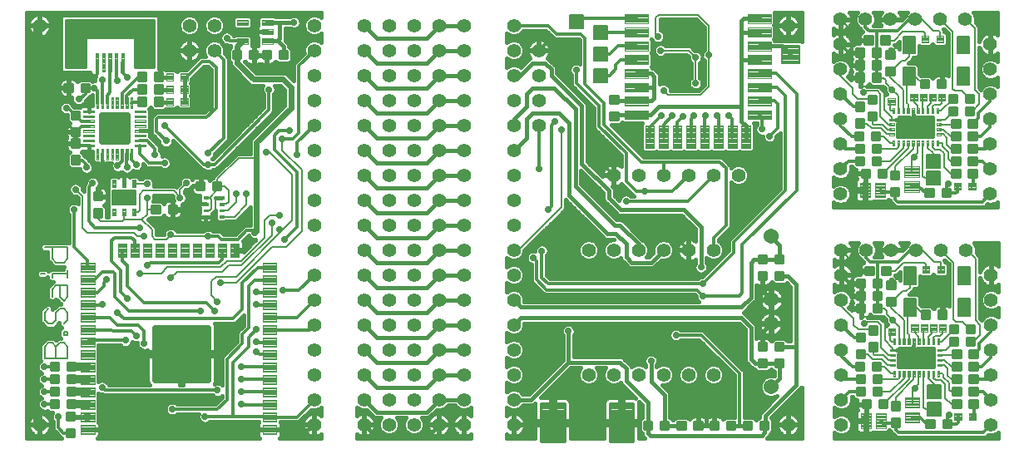
<source format=gbr>
G75*
%MOIN*%
%OFA0B0*%
%FSLAX25Y25*%
%IPPOS*%
%LPD*%
%AMOC8*
5,1,8,0,0,1.08239X$1,22.5*
%
%ADD10C,0.00800*%
%ADD11C,0.00394*%
%ADD12C,0.02362*%
%ADD13C,0.06063*%
%ADD14C,0.01181*%
%ADD15C,0.05600*%
%ADD16C,0.00407*%
%ADD17C,0.00630*%
%ADD18C,0.01050*%
%ADD19C,0.00400*%
%ADD20C,0.02520*%
%ADD21C,0.00402*%
%ADD22C,0.00400*%
%ADD23C,0.01000*%
%ADD24C,0.00409*%
%ADD25C,0.00591*%
%ADD26C,0.00787*%
%ADD27C,0.00512*%
%ADD28C,0.00460*%
%ADD29C,0.02756*%
%ADD30C,0.01200*%
%ADD31C,0.01600*%
%ADD32C,0.02400*%
%ADD33C,0.05118*%
%ADD34C,0.03200*%
%ADD35C,0.01969*%
D10*
X0011663Y0072656D02*
X0011663Y0077260D01*
X0013198Y0078795D01*
X0014732Y0078795D01*
X0016267Y0077260D01*
X0016267Y0072656D01*
X0020871Y0072656D02*
X0011663Y0072656D01*
X0016267Y0077260D02*
X0017802Y0078795D01*
X0019336Y0078795D01*
X0020871Y0077260D01*
X0020871Y0072656D01*
X0020871Y0081864D02*
X0020871Y0083399D01*
X0019336Y0083399D01*
X0019336Y0081864D01*
X0020871Y0081864D01*
X0019336Y0086468D02*
X0020871Y0088003D01*
X0020871Y0091072D01*
X0019336Y0092607D01*
X0017802Y0092607D01*
X0016267Y0091072D01*
X0016267Y0088003D01*
X0014732Y0086468D01*
X0013198Y0086468D01*
X0011663Y0088003D01*
X0011663Y0091072D01*
X0013198Y0092607D01*
X0017802Y0097211D02*
X0019336Y0095676D01*
X0020871Y0097211D01*
X0020871Y0101815D01*
X0016267Y0101815D01*
X0014732Y0100280D01*
X0014732Y0097211D01*
X0017802Y0097211D02*
X0017802Y0101815D01*
X0020871Y0104884D02*
X0020871Y0107953D01*
X0020871Y0106418D02*
X0014732Y0106418D01*
X0014732Y0104884D01*
X0011663Y0106418D02*
X0010128Y0106418D01*
X0016267Y0111022D02*
X0014732Y0112557D01*
X0014732Y0117161D01*
X0011663Y0117161D02*
X0020871Y0117161D01*
X0020871Y0112557D01*
X0019336Y0111022D01*
X0016267Y0111022D01*
D11*
X0026160Y0110843D02*
X0031672Y0110843D01*
X0031672Y0107301D01*
X0026160Y0107301D01*
X0026160Y0110843D01*
X0026160Y0107694D02*
X0031672Y0107694D01*
X0031672Y0108087D02*
X0026160Y0108087D01*
X0026160Y0108480D02*
X0031672Y0108480D01*
X0031672Y0108873D02*
X0026160Y0108873D01*
X0026160Y0109266D02*
X0031672Y0109266D01*
X0031672Y0109659D02*
X0026160Y0109659D01*
X0026160Y0110052D02*
X0031672Y0110052D01*
X0031672Y0110445D02*
X0026160Y0110445D01*
X0026160Y0110838D02*
X0031672Y0110838D01*
X0031672Y0105843D02*
X0026160Y0105843D01*
X0031672Y0105843D02*
X0031672Y0102301D01*
X0026160Y0102301D01*
X0026160Y0105843D01*
X0026160Y0102694D02*
X0031672Y0102694D01*
X0031672Y0103087D02*
X0026160Y0103087D01*
X0026160Y0103480D02*
X0031672Y0103480D01*
X0031672Y0103873D02*
X0026160Y0103873D01*
X0026160Y0104266D02*
X0031672Y0104266D01*
X0031672Y0104659D02*
X0026160Y0104659D01*
X0026160Y0105052D02*
X0031672Y0105052D01*
X0031672Y0105445D02*
X0026160Y0105445D01*
X0026160Y0105838D02*
X0031672Y0105838D01*
X0031672Y0100843D02*
X0026160Y0100843D01*
X0031672Y0100843D02*
X0031672Y0097301D01*
X0026160Y0097301D01*
X0026160Y0100843D01*
X0026160Y0097694D02*
X0031672Y0097694D01*
X0031672Y0098087D02*
X0026160Y0098087D01*
X0026160Y0098480D02*
X0031672Y0098480D01*
X0031672Y0098873D02*
X0026160Y0098873D01*
X0026160Y0099266D02*
X0031672Y0099266D01*
X0031672Y0099659D02*
X0026160Y0099659D01*
X0026160Y0100052D02*
X0031672Y0100052D01*
X0031672Y0100445D02*
X0026160Y0100445D01*
X0026160Y0100838D02*
X0031672Y0100838D01*
X0031672Y0095843D02*
X0026160Y0095843D01*
X0031672Y0095843D02*
X0031672Y0092301D01*
X0026160Y0092301D01*
X0026160Y0095843D01*
X0026160Y0092694D02*
X0031672Y0092694D01*
X0031672Y0093087D02*
X0026160Y0093087D01*
X0026160Y0093480D02*
X0031672Y0093480D01*
X0031672Y0093873D02*
X0026160Y0093873D01*
X0026160Y0094266D02*
X0031672Y0094266D01*
X0031672Y0094659D02*
X0026160Y0094659D01*
X0026160Y0095052D02*
X0031672Y0095052D01*
X0031672Y0095445D02*
X0026160Y0095445D01*
X0026160Y0095838D02*
X0031672Y0095838D01*
X0031672Y0090843D02*
X0026160Y0090843D01*
X0031672Y0090843D02*
X0031672Y0087301D01*
X0026160Y0087301D01*
X0026160Y0090843D01*
X0026160Y0087694D02*
X0031672Y0087694D01*
X0031672Y0088087D02*
X0026160Y0088087D01*
X0026160Y0088480D02*
X0031672Y0088480D01*
X0031672Y0088873D02*
X0026160Y0088873D01*
X0026160Y0089266D02*
X0031672Y0089266D01*
X0031672Y0089659D02*
X0026160Y0089659D01*
X0026160Y0090052D02*
X0031672Y0090052D01*
X0031672Y0090445D02*
X0026160Y0090445D01*
X0026160Y0090838D02*
X0031672Y0090838D01*
X0031672Y0085843D02*
X0026160Y0085843D01*
X0031672Y0085843D02*
X0031672Y0082301D01*
X0026160Y0082301D01*
X0026160Y0085843D01*
X0026160Y0082694D02*
X0031672Y0082694D01*
X0031672Y0083087D02*
X0026160Y0083087D01*
X0026160Y0083480D02*
X0031672Y0083480D01*
X0031672Y0083873D02*
X0026160Y0083873D01*
X0026160Y0084266D02*
X0031672Y0084266D01*
X0031672Y0084659D02*
X0026160Y0084659D01*
X0026160Y0085052D02*
X0031672Y0085052D01*
X0031672Y0085445D02*
X0026160Y0085445D01*
X0026160Y0085838D02*
X0031672Y0085838D01*
X0031672Y0080843D02*
X0026160Y0080843D01*
X0031672Y0080843D02*
X0031672Y0077301D01*
X0026160Y0077301D01*
X0026160Y0080843D01*
X0026160Y0077694D02*
X0031672Y0077694D01*
X0031672Y0078087D02*
X0026160Y0078087D01*
X0026160Y0078480D02*
X0031672Y0078480D01*
X0031672Y0078873D02*
X0026160Y0078873D01*
X0026160Y0079266D02*
X0031672Y0079266D01*
X0031672Y0079659D02*
X0026160Y0079659D01*
X0026160Y0080052D02*
X0031672Y0080052D01*
X0031672Y0080445D02*
X0026160Y0080445D01*
X0026160Y0080838D02*
X0031672Y0080838D01*
X0031672Y0075843D02*
X0026160Y0075843D01*
X0031672Y0075843D02*
X0031672Y0072301D01*
X0026160Y0072301D01*
X0026160Y0075843D01*
X0026160Y0072694D02*
X0031672Y0072694D01*
X0031672Y0073087D02*
X0026160Y0073087D01*
X0026160Y0073480D02*
X0031672Y0073480D01*
X0031672Y0073873D02*
X0026160Y0073873D01*
X0026160Y0074266D02*
X0031672Y0074266D01*
X0031672Y0074659D02*
X0026160Y0074659D01*
X0026160Y0075052D02*
X0031672Y0075052D01*
X0031672Y0075445D02*
X0026160Y0075445D01*
X0026160Y0075838D02*
X0031672Y0075838D01*
X0031672Y0070843D02*
X0026160Y0070843D01*
X0031672Y0070843D02*
X0031672Y0067301D01*
X0026160Y0067301D01*
X0026160Y0070843D01*
X0026160Y0067694D02*
X0031672Y0067694D01*
X0031672Y0068087D02*
X0026160Y0068087D01*
X0026160Y0068480D02*
X0031672Y0068480D01*
X0031672Y0068873D02*
X0026160Y0068873D01*
X0026160Y0069266D02*
X0031672Y0069266D01*
X0031672Y0069659D02*
X0026160Y0069659D01*
X0026160Y0070052D02*
X0031672Y0070052D01*
X0031672Y0070445D02*
X0026160Y0070445D01*
X0026160Y0070838D02*
X0031672Y0070838D01*
X0031672Y0065843D02*
X0026160Y0065843D01*
X0031672Y0065843D02*
X0031672Y0062301D01*
X0026160Y0062301D01*
X0026160Y0065843D01*
X0026160Y0062694D02*
X0031672Y0062694D01*
X0031672Y0063087D02*
X0026160Y0063087D01*
X0026160Y0063480D02*
X0031672Y0063480D01*
X0031672Y0063873D02*
X0026160Y0063873D01*
X0026160Y0064266D02*
X0031672Y0064266D01*
X0031672Y0064659D02*
X0026160Y0064659D01*
X0026160Y0065052D02*
X0031672Y0065052D01*
X0031672Y0065445D02*
X0026160Y0065445D01*
X0026160Y0065838D02*
X0031672Y0065838D01*
X0031672Y0060843D02*
X0026160Y0060843D01*
X0031672Y0060843D02*
X0031672Y0057301D01*
X0026160Y0057301D01*
X0026160Y0060843D01*
X0026160Y0057694D02*
X0031672Y0057694D01*
X0031672Y0058087D02*
X0026160Y0058087D01*
X0026160Y0058480D02*
X0031672Y0058480D01*
X0031672Y0058873D02*
X0026160Y0058873D01*
X0026160Y0059266D02*
X0031672Y0059266D01*
X0031672Y0059659D02*
X0026160Y0059659D01*
X0026160Y0060052D02*
X0031672Y0060052D01*
X0031672Y0060445D02*
X0026160Y0060445D01*
X0026160Y0060838D02*
X0031672Y0060838D01*
X0031672Y0055843D02*
X0026160Y0055843D01*
X0031672Y0055843D02*
X0031672Y0052301D01*
X0026160Y0052301D01*
X0026160Y0055843D01*
X0026160Y0052694D02*
X0031672Y0052694D01*
X0031672Y0053087D02*
X0026160Y0053087D01*
X0026160Y0053480D02*
X0031672Y0053480D01*
X0031672Y0053873D02*
X0026160Y0053873D01*
X0026160Y0054266D02*
X0031672Y0054266D01*
X0031672Y0054659D02*
X0026160Y0054659D01*
X0026160Y0055052D02*
X0031672Y0055052D01*
X0031672Y0055445D02*
X0026160Y0055445D01*
X0026160Y0055838D02*
X0031672Y0055838D01*
X0031672Y0050843D02*
X0026160Y0050843D01*
X0031672Y0050843D02*
X0031672Y0047301D01*
X0026160Y0047301D01*
X0026160Y0050843D01*
X0026160Y0047694D02*
X0031672Y0047694D01*
X0031672Y0048087D02*
X0026160Y0048087D01*
X0026160Y0048480D02*
X0031672Y0048480D01*
X0031672Y0048873D02*
X0026160Y0048873D01*
X0026160Y0049266D02*
X0031672Y0049266D01*
X0031672Y0049659D02*
X0026160Y0049659D01*
X0026160Y0050052D02*
X0031672Y0050052D01*
X0031672Y0050445D02*
X0026160Y0050445D01*
X0026160Y0050838D02*
X0031672Y0050838D01*
X0031672Y0045843D02*
X0026160Y0045843D01*
X0031672Y0045843D02*
X0031672Y0042301D01*
X0026160Y0042301D01*
X0026160Y0045843D01*
X0026160Y0042694D02*
X0031672Y0042694D01*
X0031672Y0043087D02*
X0026160Y0043087D01*
X0026160Y0043480D02*
X0031672Y0043480D01*
X0031672Y0043873D02*
X0026160Y0043873D01*
X0026160Y0044266D02*
X0031672Y0044266D01*
X0031672Y0044659D02*
X0026160Y0044659D01*
X0026160Y0045052D02*
X0031672Y0045052D01*
X0031672Y0045445D02*
X0026160Y0045445D01*
X0026160Y0045838D02*
X0031672Y0045838D01*
X0098995Y0045843D02*
X0104507Y0045843D01*
X0104507Y0042301D01*
X0098995Y0042301D01*
X0098995Y0045843D01*
X0098995Y0042694D02*
X0104507Y0042694D01*
X0104507Y0043087D02*
X0098995Y0043087D01*
X0098995Y0043480D02*
X0104507Y0043480D01*
X0104507Y0043873D02*
X0098995Y0043873D01*
X0098995Y0044266D02*
X0104507Y0044266D01*
X0104507Y0044659D02*
X0098995Y0044659D01*
X0098995Y0045052D02*
X0104507Y0045052D01*
X0104507Y0045445D02*
X0098995Y0045445D01*
X0098995Y0045838D02*
X0104507Y0045838D01*
X0104507Y0050843D02*
X0098995Y0050843D01*
X0104507Y0050843D02*
X0104507Y0047301D01*
X0098995Y0047301D01*
X0098995Y0050843D01*
X0098995Y0047694D02*
X0104507Y0047694D01*
X0104507Y0048087D02*
X0098995Y0048087D01*
X0098995Y0048480D02*
X0104507Y0048480D01*
X0104507Y0048873D02*
X0098995Y0048873D01*
X0098995Y0049266D02*
X0104507Y0049266D01*
X0104507Y0049659D02*
X0098995Y0049659D01*
X0098995Y0050052D02*
X0104507Y0050052D01*
X0104507Y0050445D02*
X0098995Y0050445D01*
X0098995Y0050838D02*
X0104507Y0050838D01*
X0104507Y0055843D02*
X0098995Y0055843D01*
X0104507Y0055843D02*
X0104507Y0052301D01*
X0098995Y0052301D01*
X0098995Y0055843D01*
X0098995Y0052694D02*
X0104507Y0052694D01*
X0104507Y0053087D02*
X0098995Y0053087D01*
X0098995Y0053480D02*
X0104507Y0053480D01*
X0104507Y0053873D02*
X0098995Y0053873D01*
X0098995Y0054266D02*
X0104507Y0054266D01*
X0104507Y0054659D02*
X0098995Y0054659D01*
X0098995Y0055052D02*
X0104507Y0055052D01*
X0104507Y0055445D02*
X0098995Y0055445D01*
X0098995Y0055838D02*
X0104507Y0055838D01*
X0104507Y0060843D02*
X0098995Y0060843D01*
X0104507Y0060843D02*
X0104507Y0057301D01*
X0098995Y0057301D01*
X0098995Y0060843D01*
X0098995Y0057694D02*
X0104507Y0057694D01*
X0104507Y0058087D02*
X0098995Y0058087D01*
X0098995Y0058480D02*
X0104507Y0058480D01*
X0104507Y0058873D02*
X0098995Y0058873D01*
X0098995Y0059266D02*
X0104507Y0059266D01*
X0104507Y0059659D02*
X0098995Y0059659D01*
X0098995Y0060052D02*
X0104507Y0060052D01*
X0104507Y0060445D02*
X0098995Y0060445D01*
X0098995Y0060838D02*
X0104507Y0060838D01*
X0104507Y0065843D02*
X0098995Y0065843D01*
X0104507Y0065843D02*
X0104507Y0062301D01*
X0098995Y0062301D01*
X0098995Y0065843D01*
X0098995Y0062694D02*
X0104507Y0062694D01*
X0104507Y0063087D02*
X0098995Y0063087D01*
X0098995Y0063480D02*
X0104507Y0063480D01*
X0104507Y0063873D02*
X0098995Y0063873D01*
X0098995Y0064266D02*
X0104507Y0064266D01*
X0104507Y0064659D02*
X0098995Y0064659D01*
X0098995Y0065052D02*
X0104507Y0065052D01*
X0104507Y0065445D02*
X0098995Y0065445D01*
X0098995Y0065838D02*
X0104507Y0065838D01*
X0104507Y0070843D02*
X0098995Y0070843D01*
X0104507Y0070843D02*
X0104507Y0067301D01*
X0098995Y0067301D01*
X0098995Y0070843D01*
X0098995Y0067694D02*
X0104507Y0067694D01*
X0104507Y0068087D02*
X0098995Y0068087D01*
X0098995Y0068480D02*
X0104507Y0068480D01*
X0104507Y0068873D02*
X0098995Y0068873D01*
X0098995Y0069266D02*
X0104507Y0069266D01*
X0104507Y0069659D02*
X0098995Y0069659D01*
X0098995Y0070052D02*
X0104507Y0070052D01*
X0104507Y0070445D02*
X0098995Y0070445D01*
X0098995Y0070838D02*
X0104507Y0070838D01*
X0104507Y0075843D02*
X0098995Y0075843D01*
X0104507Y0075843D02*
X0104507Y0072301D01*
X0098995Y0072301D01*
X0098995Y0075843D01*
X0098995Y0072694D02*
X0104507Y0072694D01*
X0104507Y0073087D02*
X0098995Y0073087D01*
X0098995Y0073480D02*
X0104507Y0073480D01*
X0104507Y0073873D02*
X0098995Y0073873D01*
X0098995Y0074266D02*
X0104507Y0074266D01*
X0104507Y0074659D02*
X0098995Y0074659D01*
X0098995Y0075052D02*
X0104507Y0075052D01*
X0104507Y0075445D02*
X0098995Y0075445D01*
X0098995Y0075838D02*
X0104507Y0075838D01*
X0104507Y0080843D02*
X0098995Y0080843D01*
X0104507Y0080843D02*
X0104507Y0077301D01*
X0098995Y0077301D01*
X0098995Y0080843D01*
X0098995Y0077694D02*
X0104507Y0077694D01*
X0104507Y0078087D02*
X0098995Y0078087D01*
X0098995Y0078480D02*
X0104507Y0078480D01*
X0104507Y0078873D02*
X0098995Y0078873D01*
X0098995Y0079266D02*
X0104507Y0079266D01*
X0104507Y0079659D02*
X0098995Y0079659D01*
X0098995Y0080052D02*
X0104507Y0080052D01*
X0104507Y0080445D02*
X0098995Y0080445D01*
X0098995Y0080838D02*
X0104507Y0080838D01*
X0104507Y0085843D02*
X0098995Y0085843D01*
X0104507Y0085843D02*
X0104507Y0082301D01*
X0098995Y0082301D01*
X0098995Y0085843D01*
X0098995Y0082694D02*
X0104507Y0082694D01*
X0104507Y0083087D02*
X0098995Y0083087D01*
X0098995Y0083480D02*
X0104507Y0083480D01*
X0104507Y0083873D02*
X0098995Y0083873D01*
X0098995Y0084266D02*
X0104507Y0084266D01*
X0104507Y0084659D02*
X0098995Y0084659D01*
X0098995Y0085052D02*
X0104507Y0085052D01*
X0104507Y0085445D02*
X0098995Y0085445D01*
X0098995Y0085838D02*
X0104507Y0085838D01*
X0104507Y0090843D02*
X0098995Y0090843D01*
X0104507Y0090843D02*
X0104507Y0087301D01*
X0098995Y0087301D01*
X0098995Y0090843D01*
X0098995Y0087694D02*
X0104507Y0087694D01*
X0104507Y0088087D02*
X0098995Y0088087D01*
X0098995Y0088480D02*
X0104507Y0088480D01*
X0104507Y0088873D02*
X0098995Y0088873D01*
X0098995Y0089266D02*
X0104507Y0089266D01*
X0104507Y0089659D02*
X0098995Y0089659D01*
X0098995Y0090052D02*
X0104507Y0090052D01*
X0104507Y0090445D02*
X0098995Y0090445D01*
X0098995Y0090838D02*
X0104507Y0090838D01*
X0104507Y0095843D02*
X0098995Y0095843D01*
X0104507Y0095843D02*
X0104507Y0092301D01*
X0098995Y0092301D01*
X0098995Y0095843D01*
X0098995Y0092694D02*
X0104507Y0092694D01*
X0104507Y0093087D02*
X0098995Y0093087D01*
X0098995Y0093480D02*
X0104507Y0093480D01*
X0104507Y0093873D02*
X0098995Y0093873D01*
X0098995Y0094266D02*
X0104507Y0094266D01*
X0104507Y0094659D02*
X0098995Y0094659D01*
X0098995Y0095052D02*
X0104507Y0095052D01*
X0104507Y0095445D02*
X0098995Y0095445D01*
X0098995Y0095838D02*
X0104507Y0095838D01*
X0104507Y0100843D02*
X0098995Y0100843D01*
X0104507Y0100843D02*
X0104507Y0097301D01*
X0098995Y0097301D01*
X0098995Y0100843D01*
X0098995Y0097694D02*
X0104507Y0097694D01*
X0104507Y0098087D02*
X0098995Y0098087D01*
X0098995Y0098480D02*
X0104507Y0098480D01*
X0104507Y0098873D02*
X0098995Y0098873D01*
X0098995Y0099266D02*
X0104507Y0099266D01*
X0104507Y0099659D02*
X0098995Y0099659D01*
X0098995Y0100052D02*
X0104507Y0100052D01*
X0104507Y0100445D02*
X0098995Y0100445D01*
X0098995Y0100838D02*
X0104507Y0100838D01*
X0104507Y0105843D02*
X0098995Y0105843D01*
X0104507Y0105843D02*
X0104507Y0102301D01*
X0098995Y0102301D01*
X0098995Y0105843D01*
X0098995Y0102694D02*
X0104507Y0102694D01*
X0104507Y0103087D02*
X0098995Y0103087D01*
X0098995Y0103480D02*
X0104507Y0103480D01*
X0104507Y0103873D02*
X0098995Y0103873D01*
X0098995Y0104266D02*
X0104507Y0104266D01*
X0104507Y0104659D02*
X0098995Y0104659D01*
X0098995Y0105052D02*
X0104507Y0105052D01*
X0104507Y0105445D02*
X0098995Y0105445D01*
X0098995Y0105838D02*
X0104507Y0105838D01*
X0104507Y0110843D02*
X0098995Y0110843D01*
X0104507Y0110843D02*
X0104507Y0107301D01*
X0098995Y0107301D01*
X0098995Y0110843D01*
X0098995Y0107694D02*
X0104507Y0107694D01*
X0104507Y0108087D02*
X0098995Y0108087D01*
X0098995Y0108480D02*
X0104507Y0108480D01*
X0104507Y0108873D02*
X0098995Y0108873D01*
X0098995Y0109266D02*
X0104507Y0109266D01*
X0104507Y0109659D02*
X0098995Y0109659D01*
X0098995Y0110052D02*
X0104507Y0110052D01*
X0104507Y0110445D02*
X0098995Y0110445D01*
X0098995Y0110838D02*
X0104507Y0110838D01*
X0086003Y0113167D02*
X0086003Y0118679D01*
X0089545Y0118679D01*
X0089545Y0113167D01*
X0086003Y0113167D01*
X0086003Y0113560D02*
X0089545Y0113560D01*
X0089545Y0113953D02*
X0086003Y0113953D01*
X0086003Y0114346D02*
X0089545Y0114346D01*
X0089545Y0114739D02*
X0086003Y0114739D01*
X0086003Y0115132D02*
X0089545Y0115132D01*
X0089545Y0115525D02*
X0086003Y0115525D01*
X0086003Y0115918D02*
X0089545Y0115918D01*
X0089545Y0116311D02*
X0086003Y0116311D01*
X0086003Y0116704D02*
X0089545Y0116704D01*
X0089545Y0117097D02*
X0086003Y0117097D01*
X0086003Y0117490D02*
X0089545Y0117490D01*
X0089545Y0117883D02*
X0086003Y0117883D01*
X0086003Y0118276D02*
X0089545Y0118276D01*
X0089545Y0118669D02*
X0086003Y0118669D01*
X0081003Y0118679D02*
X0081003Y0113167D01*
X0081003Y0118679D02*
X0084545Y0118679D01*
X0084545Y0113167D01*
X0081003Y0113167D01*
X0081003Y0113560D02*
X0084545Y0113560D01*
X0084545Y0113953D02*
X0081003Y0113953D01*
X0081003Y0114346D02*
X0084545Y0114346D01*
X0084545Y0114739D02*
X0081003Y0114739D01*
X0081003Y0115132D02*
X0084545Y0115132D01*
X0084545Y0115525D02*
X0081003Y0115525D01*
X0081003Y0115918D02*
X0084545Y0115918D01*
X0084545Y0116311D02*
X0081003Y0116311D01*
X0081003Y0116704D02*
X0084545Y0116704D01*
X0084545Y0117097D02*
X0081003Y0117097D01*
X0081003Y0117490D02*
X0084545Y0117490D01*
X0084545Y0117883D02*
X0081003Y0117883D01*
X0081003Y0118276D02*
X0084545Y0118276D01*
X0084545Y0118669D02*
X0081003Y0118669D01*
X0076003Y0118679D02*
X0076003Y0113167D01*
X0076003Y0118679D02*
X0079545Y0118679D01*
X0079545Y0113167D01*
X0076003Y0113167D01*
X0076003Y0113560D02*
X0079545Y0113560D01*
X0079545Y0113953D02*
X0076003Y0113953D01*
X0076003Y0114346D02*
X0079545Y0114346D01*
X0079545Y0114739D02*
X0076003Y0114739D01*
X0076003Y0115132D02*
X0079545Y0115132D01*
X0079545Y0115525D02*
X0076003Y0115525D01*
X0076003Y0115918D02*
X0079545Y0115918D01*
X0079545Y0116311D02*
X0076003Y0116311D01*
X0076003Y0116704D02*
X0079545Y0116704D01*
X0079545Y0117097D02*
X0076003Y0117097D01*
X0076003Y0117490D02*
X0079545Y0117490D01*
X0079545Y0117883D02*
X0076003Y0117883D01*
X0076003Y0118276D02*
X0079545Y0118276D01*
X0079545Y0118669D02*
X0076003Y0118669D01*
X0071003Y0118679D02*
X0071003Y0113167D01*
X0071003Y0118679D02*
X0074545Y0118679D01*
X0074545Y0113167D01*
X0071003Y0113167D01*
X0071003Y0113560D02*
X0074545Y0113560D01*
X0074545Y0113953D02*
X0071003Y0113953D01*
X0071003Y0114346D02*
X0074545Y0114346D01*
X0074545Y0114739D02*
X0071003Y0114739D01*
X0071003Y0115132D02*
X0074545Y0115132D01*
X0074545Y0115525D02*
X0071003Y0115525D01*
X0071003Y0115918D02*
X0074545Y0115918D01*
X0074545Y0116311D02*
X0071003Y0116311D01*
X0071003Y0116704D02*
X0074545Y0116704D01*
X0074545Y0117097D02*
X0071003Y0117097D01*
X0071003Y0117490D02*
X0074545Y0117490D01*
X0074545Y0117883D02*
X0071003Y0117883D01*
X0071003Y0118276D02*
X0074545Y0118276D01*
X0074545Y0118669D02*
X0071003Y0118669D01*
X0066003Y0118679D02*
X0066003Y0113167D01*
X0066003Y0118679D02*
X0069545Y0118679D01*
X0069545Y0113167D01*
X0066003Y0113167D01*
X0066003Y0113560D02*
X0069545Y0113560D01*
X0069545Y0113953D02*
X0066003Y0113953D01*
X0066003Y0114346D02*
X0069545Y0114346D01*
X0069545Y0114739D02*
X0066003Y0114739D01*
X0066003Y0115132D02*
X0069545Y0115132D01*
X0069545Y0115525D02*
X0066003Y0115525D01*
X0066003Y0115918D02*
X0069545Y0115918D01*
X0069545Y0116311D02*
X0066003Y0116311D01*
X0066003Y0116704D02*
X0069545Y0116704D01*
X0069545Y0117097D02*
X0066003Y0117097D01*
X0066003Y0117490D02*
X0069545Y0117490D01*
X0069545Y0117883D02*
X0066003Y0117883D01*
X0066003Y0118276D02*
X0069545Y0118276D01*
X0069545Y0118669D02*
X0066003Y0118669D01*
X0061003Y0118679D02*
X0061003Y0113167D01*
X0061003Y0118679D02*
X0064545Y0118679D01*
X0064545Y0113167D01*
X0061003Y0113167D01*
X0061003Y0113560D02*
X0064545Y0113560D01*
X0064545Y0113953D02*
X0061003Y0113953D01*
X0061003Y0114346D02*
X0064545Y0114346D01*
X0064545Y0114739D02*
X0061003Y0114739D01*
X0061003Y0115132D02*
X0064545Y0115132D01*
X0064545Y0115525D02*
X0061003Y0115525D01*
X0061003Y0115918D02*
X0064545Y0115918D01*
X0064545Y0116311D02*
X0061003Y0116311D01*
X0061003Y0116704D02*
X0064545Y0116704D01*
X0064545Y0117097D02*
X0061003Y0117097D01*
X0061003Y0117490D02*
X0064545Y0117490D01*
X0064545Y0117883D02*
X0061003Y0117883D01*
X0061003Y0118276D02*
X0064545Y0118276D01*
X0064545Y0118669D02*
X0061003Y0118669D01*
X0056003Y0118679D02*
X0056003Y0113167D01*
X0056003Y0118679D02*
X0059545Y0118679D01*
X0059545Y0113167D01*
X0056003Y0113167D01*
X0056003Y0113560D02*
X0059545Y0113560D01*
X0059545Y0113953D02*
X0056003Y0113953D01*
X0056003Y0114346D02*
X0059545Y0114346D01*
X0059545Y0114739D02*
X0056003Y0114739D01*
X0056003Y0115132D02*
X0059545Y0115132D01*
X0059545Y0115525D02*
X0056003Y0115525D01*
X0056003Y0115918D02*
X0059545Y0115918D01*
X0059545Y0116311D02*
X0056003Y0116311D01*
X0056003Y0116704D02*
X0059545Y0116704D01*
X0059545Y0117097D02*
X0056003Y0117097D01*
X0056003Y0117490D02*
X0059545Y0117490D01*
X0059545Y0117883D02*
X0056003Y0117883D01*
X0056003Y0118276D02*
X0059545Y0118276D01*
X0059545Y0118669D02*
X0056003Y0118669D01*
X0051003Y0118679D02*
X0051003Y0113167D01*
X0051003Y0118679D02*
X0054545Y0118679D01*
X0054545Y0113167D01*
X0051003Y0113167D01*
X0051003Y0113560D02*
X0054545Y0113560D01*
X0054545Y0113953D02*
X0051003Y0113953D01*
X0051003Y0114346D02*
X0054545Y0114346D01*
X0054545Y0114739D02*
X0051003Y0114739D01*
X0051003Y0115132D02*
X0054545Y0115132D01*
X0054545Y0115525D02*
X0051003Y0115525D01*
X0051003Y0115918D02*
X0054545Y0115918D01*
X0054545Y0116311D02*
X0051003Y0116311D01*
X0051003Y0116704D02*
X0054545Y0116704D01*
X0054545Y0117097D02*
X0051003Y0117097D01*
X0051003Y0117490D02*
X0054545Y0117490D01*
X0054545Y0117883D02*
X0051003Y0117883D01*
X0051003Y0118276D02*
X0054545Y0118276D01*
X0054545Y0118669D02*
X0051003Y0118669D01*
X0046003Y0118679D02*
X0046003Y0113167D01*
X0046003Y0118679D02*
X0049545Y0118679D01*
X0049545Y0113167D01*
X0046003Y0113167D01*
X0046003Y0113560D02*
X0049545Y0113560D01*
X0049545Y0113953D02*
X0046003Y0113953D01*
X0046003Y0114346D02*
X0049545Y0114346D01*
X0049545Y0114739D02*
X0046003Y0114739D01*
X0046003Y0115132D02*
X0049545Y0115132D01*
X0049545Y0115525D02*
X0046003Y0115525D01*
X0046003Y0115918D02*
X0049545Y0115918D01*
X0049545Y0116311D02*
X0046003Y0116311D01*
X0046003Y0116704D02*
X0049545Y0116704D01*
X0049545Y0117097D02*
X0046003Y0117097D01*
X0046003Y0117490D02*
X0049545Y0117490D01*
X0049545Y0117883D02*
X0046003Y0117883D01*
X0046003Y0118276D02*
X0049545Y0118276D01*
X0049545Y0118669D02*
X0046003Y0118669D01*
X0041003Y0118679D02*
X0041003Y0113167D01*
X0041003Y0118679D02*
X0044545Y0118679D01*
X0044545Y0113167D01*
X0041003Y0113167D01*
X0041003Y0113560D02*
X0044545Y0113560D01*
X0044545Y0113953D02*
X0041003Y0113953D01*
X0041003Y0114346D02*
X0044545Y0114346D01*
X0044545Y0114739D02*
X0041003Y0114739D01*
X0041003Y0115132D02*
X0044545Y0115132D01*
X0044545Y0115525D02*
X0041003Y0115525D01*
X0041003Y0115918D02*
X0044545Y0115918D01*
X0044545Y0116311D02*
X0041003Y0116311D01*
X0041003Y0116704D02*
X0044545Y0116704D01*
X0044545Y0117097D02*
X0041003Y0117097D01*
X0041003Y0117490D02*
X0044545Y0117490D01*
X0044545Y0117883D02*
X0041003Y0117883D01*
X0041003Y0118276D02*
X0044545Y0118276D01*
X0044545Y0118669D02*
X0041003Y0118669D01*
X0039802Y0187581D02*
X0039802Y0195061D01*
X0040982Y0195061D01*
X0040982Y0187581D01*
X0039802Y0187581D01*
X0039802Y0187974D02*
X0040982Y0187974D01*
X0040982Y0188367D02*
X0039802Y0188367D01*
X0039802Y0188760D02*
X0040982Y0188760D01*
X0040982Y0189153D02*
X0039802Y0189153D01*
X0039802Y0189546D02*
X0040982Y0189546D01*
X0040982Y0189939D02*
X0039802Y0189939D01*
X0039802Y0190332D02*
X0040982Y0190332D01*
X0040982Y0190725D02*
X0039802Y0190725D01*
X0039802Y0191118D02*
X0040982Y0191118D01*
X0040982Y0191511D02*
X0039802Y0191511D01*
X0039802Y0191904D02*
X0040982Y0191904D01*
X0040982Y0192297D02*
X0039802Y0192297D01*
X0039802Y0192690D02*
X0040982Y0192690D01*
X0040982Y0193083D02*
X0039802Y0193083D01*
X0039802Y0193476D02*
X0040982Y0193476D01*
X0040982Y0193869D02*
X0039802Y0193869D01*
X0039802Y0194262D02*
X0040982Y0194262D01*
X0040982Y0194655D02*
X0039802Y0194655D01*
X0039802Y0195048D02*
X0040982Y0195048D01*
X0042361Y0195061D02*
X0042361Y0187581D01*
X0042361Y0195061D02*
X0043541Y0195061D01*
X0043541Y0187581D01*
X0042361Y0187581D01*
X0042361Y0187974D02*
X0043541Y0187974D01*
X0043541Y0188367D02*
X0042361Y0188367D01*
X0042361Y0188760D02*
X0043541Y0188760D01*
X0043541Y0189153D02*
X0042361Y0189153D01*
X0042361Y0189546D02*
X0043541Y0189546D01*
X0043541Y0189939D02*
X0042361Y0189939D01*
X0042361Y0190332D02*
X0043541Y0190332D01*
X0043541Y0190725D02*
X0042361Y0190725D01*
X0042361Y0191118D02*
X0043541Y0191118D01*
X0043541Y0191511D02*
X0042361Y0191511D01*
X0042361Y0191904D02*
X0043541Y0191904D01*
X0043541Y0192297D02*
X0042361Y0192297D01*
X0042361Y0192690D02*
X0043541Y0192690D01*
X0043541Y0193083D02*
X0042361Y0193083D01*
X0042361Y0193476D02*
X0043541Y0193476D01*
X0043541Y0193869D02*
X0042361Y0193869D01*
X0042361Y0194262D02*
X0043541Y0194262D01*
X0043541Y0194655D02*
X0042361Y0194655D01*
X0042361Y0195048D02*
X0043541Y0195048D01*
X0037243Y0195061D02*
X0037243Y0187581D01*
X0037243Y0195061D02*
X0038423Y0195061D01*
X0038423Y0187581D01*
X0037243Y0187581D01*
X0037243Y0187974D02*
X0038423Y0187974D01*
X0038423Y0188367D02*
X0037243Y0188367D01*
X0037243Y0188760D02*
X0038423Y0188760D01*
X0038423Y0189153D02*
X0037243Y0189153D01*
X0037243Y0189546D02*
X0038423Y0189546D01*
X0038423Y0189939D02*
X0037243Y0189939D01*
X0037243Y0190332D02*
X0038423Y0190332D01*
X0038423Y0190725D02*
X0037243Y0190725D01*
X0037243Y0191118D02*
X0038423Y0191118D01*
X0038423Y0191511D02*
X0037243Y0191511D01*
X0037243Y0191904D02*
X0038423Y0191904D01*
X0038423Y0192297D02*
X0037243Y0192297D01*
X0037243Y0192690D02*
X0038423Y0192690D01*
X0038423Y0193083D02*
X0037243Y0193083D01*
X0037243Y0193476D02*
X0038423Y0193476D01*
X0038423Y0193869D02*
X0037243Y0193869D01*
X0037243Y0194262D02*
X0038423Y0194262D01*
X0038423Y0194655D02*
X0037243Y0194655D01*
X0037243Y0195048D02*
X0038423Y0195048D01*
X0034684Y0195061D02*
X0034684Y0187581D01*
X0034684Y0195061D02*
X0035864Y0195061D01*
X0035864Y0187581D01*
X0034684Y0187581D01*
X0034684Y0187974D02*
X0035864Y0187974D01*
X0035864Y0188367D02*
X0034684Y0188367D01*
X0034684Y0188760D02*
X0035864Y0188760D01*
X0035864Y0189153D02*
X0034684Y0189153D01*
X0034684Y0189546D02*
X0035864Y0189546D01*
X0035864Y0189939D02*
X0034684Y0189939D01*
X0034684Y0190332D02*
X0035864Y0190332D01*
X0035864Y0190725D02*
X0034684Y0190725D01*
X0034684Y0191118D02*
X0035864Y0191118D01*
X0035864Y0191511D02*
X0034684Y0191511D01*
X0034684Y0191904D02*
X0035864Y0191904D01*
X0035864Y0192297D02*
X0034684Y0192297D01*
X0034684Y0192690D02*
X0035864Y0192690D01*
X0035864Y0193083D02*
X0034684Y0193083D01*
X0034684Y0193476D02*
X0035864Y0193476D01*
X0035864Y0193869D02*
X0034684Y0193869D01*
X0034684Y0194262D02*
X0035864Y0194262D01*
X0035864Y0194655D02*
X0034684Y0194655D01*
X0034684Y0195048D02*
X0035864Y0195048D01*
X0032125Y0195061D02*
X0032125Y0187581D01*
X0032125Y0195061D02*
X0033305Y0195061D01*
X0033305Y0187581D01*
X0032125Y0187581D01*
X0032125Y0187974D02*
X0033305Y0187974D01*
X0033305Y0188367D02*
X0032125Y0188367D01*
X0032125Y0188760D02*
X0033305Y0188760D01*
X0033305Y0189153D02*
X0032125Y0189153D01*
X0032125Y0189546D02*
X0033305Y0189546D01*
X0033305Y0189939D02*
X0032125Y0189939D01*
X0032125Y0190332D02*
X0033305Y0190332D01*
X0033305Y0190725D02*
X0032125Y0190725D01*
X0032125Y0191118D02*
X0033305Y0191118D01*
X0033305Y0191511D02*
X0032125Y0191511D01*
X0032125Y0191904D02*
X0033305Y0191904D01*
X0033305Y0192297D02*
X0032125Y0192297D01*
X0032125Y0192690D02*
X0033305Y0192690D01*
X0033305Y0193083D02*
X0032125Y0193083D01*
X0032125Y0193476D02*
X0033305Y0193476D01*
X0033305Y0193869D02*
X0032125Y0193869D01*
X0032125Y0194262D02*
X0033305Y0194262D01*
X0033305Y0194655D02*
X0032125Y0194655D01*
X0032125Y0195048D02*
X0033305Y0195048D01*
X0244226Y0190537D02*
X0253478Y0190537D01*
X0244226Y0190537D02*
X0244226Y0194079D01*
X0253478Y0194079D01*
X0253478Y0190537D01*
X0253478Y0190930D02*
X0244226Y0190930D01*
X0244226Y0191323D02*
X0253478Y0191323D01*
X0253478Y0191716D02*
X0244226Y0191716D01*
X0244226Y0192109D02*
X0253478Y0192109D01*
X0253478Y0192502D02*
X0244226Y0192502D01*
X0244226Y0192895D02*
X0253478Y0192895D01*
X0253478Y0193288D02*
X0244226Y0193288D01*
X0244226Y0193681D02*
X0253478Y0193681D01*
X0253478Y0194074D02*
X0244226Y0194074D01*
X0244226Y0196049D02*
X0253478Y0196049D01*
X0244226Y0196049D02*
X0244226Y0199591D01*
X0253478Y0199591D01*
X0253478Y0196049D01*
X0253478Y0196442D02*
X0244226Y0196442D01*
X0244226Y0196835D02*
X0253478Y0196835D01*
X0253478Y0197228D02*
X0244226Y0197228D01*
X0244226Y0197621D02*
X0253478Y0197621D01*
X0253478Y0198014D02*
X0244226Y0198014D01*
X0244226Y0198407D02*
X0253478Y0198407D01*
X0253478Y0198800D02*
X0244226Y0198800D01*
X0244226Y0199193D02*
X0253478Y0199193D01*
X0253478Y0199586D02*
X0244226Y0199586D01*
X0244226Y0201561D02*
X0253478Y0201561D01*
X0244226Y0201561D02*
X0244226Y0205103D01*
X0253478Y0205103D01*
X0253478Y0201561D01*
X0253478Y0201954D02*
X0244226Y0201954D01*
X0244226Y0202347D02*
X0253478Y0202347D01*
X0253478Y0202740D02*
X0244226Y0202740D01*
X0244226Y0203133D02*
X0253478Y0203133D01*
X0253478Y0203526D02*
X0244226Y0203526D01*
X0244226Y0203919D02*
X0253478Y0203919D01*
X0253478Y0204312D02*
X0244226Y0204312D01*
X0244226Y0204705D02*
X0253478Y0204705D01*
X0253478Y0205098D02*
X0244226Y0205098D01*
X0244226Y0207072D02*
X0253478Y0207072D01*
X0244226Y0207072D02*
X0244226Y0210614D01*
X0253478Y0210614D01*
X0253478Y0207072D01*
X0253478Y0207465D02*
X0244226Y0207465D01*
X0244226Y0207858D02*
X0253478Y0207858D01*
X0253478Y0208251D02*
X0244226Y0208251D01*
X0244226Y0208644D02*
X0253478Y0208644D01*
X0253478Y0209037D02*
X0244226Y0209037D01*
X0244226Y0209430D02*
X0253478Y0209430D01*
X0253478Y0209823D02*
X0244226Y0209823D01*
X0244226Y0210216D02*
X0253478Y0210216D01*
X0253478Y0210609D02*
X0244226Y0210609D01*
X0244226Y0185025D02*
X0253478Y0185025D01*
X0244226Y0185025D02*
X0244226Y0188567D01*
X0253478Y0188567D01*
X0253478Y0185025D01*
X0253478Y0185418D02*
X0244226Y0185418D01*
X0244226Y0185811D02*
X0253478Y0185811D01*
X0253478Y0186204D02*
X0244226Y0186204D01*
X0244226Y0186597D02*
X0253478Y0186597D01*
X0253478Y0186990D02*
X0244226Y0186990D01*
X0244226Y0187383D02*
X0253478Y0187383D01*
X0253478Y0187776D02*
X0244226Y0187776D01*
X0244226Y0188169D02*
X0253478Y0188169D01*
X0253478Y0188562D02*
X0244226Y0188562D01*
X0244226Y0179513D02*
X0253478Y0179513D01*
X0244226Y0179513D02*
X0244226Y0183055D01*
X0253478Y0183055D01*
X0253478Y0179513D01*
X0253478Y0179906D02*
X0244226Y0179906D01*
X0244226Y0180299D02*
X0253478Y0180299D01*
X0253478Y0180692D02*
X0244226Y0180692D01*
X0244226Y0181085D02*
X0253478Y0181085D01*
X0253478Y0181478D02*
X0244226Y0181478D01*
X0244226Y0181871D02*
X0253478Y0181871D01*
X0253478Y0182264D02*
X0244226Y0182264D01*
X0244226Y0182657D02*
X0253478Y0182657D01*
X0253478Y0183050D02*
X0244226Y0183050D01*
X0244226Y0174002D02*
X0253478Y0174002D01*
X0244226Y0174002D02*
X0244226Y0177544D01*
X0253478Y0177544D01*
X0253478Y0174002D01*
X0253478Y0174395D02*
X0244226Y0174395D01*
X0244226Y0174788D02*
X0253478Y0174788D01*
X0253478Y0175181D02*
X0244226Y0175181D01*
X0244226Y0175574D02*
X0253478Y0175574D01*
X0253478Y0175967D02*
X0244226Y0175967D01*
X0244226Y0176360D02*
X0253478Y0176360D01*
X0253478Y0176753D02*
X0244226Y0176753D01*
X0244226Y0177146D02*
X0253478Y0177146D01*
X0253478Y0177539D02*
X0244226Y0177539D01*
X0244226Y0168490D02*
X0253478Y0168490D01*
X0244226Y0168490D02*
X0244226Y0172032D01*
X0253478Y0172032D01*
X0253478Y0168490D01*
X0253478Y0168883D02*
X0244226Y0168883D01*
X0244226Y0169276D02*
X0253478Y0169276D01*
X0253478Y0169669D02*
X0244226Y0169669D01*
X0244226Y0170062D02*
X0253478Y0170062D01*
X0253478Y0170455D02*
X0244226Y0170455D01*
X0244226Y0170848D02*
X0253478Y0170848D01*
X0253478Y0171241D02*
X0244226Y0171241D01*
X0244226Y0171634D02*
X0253478Y0171634D01*
X0253478Y0172027D02*
X0244226Y0172027D01*
X0255938Y0166028D02*
X0255938Y0156776D01*
X0252396Y0156776D01*
X0252396Y0166028D01*
X0255938Y0166028D01*
X0255938Y0157169D02*
X0252396Y0157169D01*
X0252396Y0157562D02*
X0255938Y0157562D01*
X0255938Y0157955D02*
X0252396Y0157955D01*
X0252396Y0158348D02*
X0255938Y0158348D01*
X0255938Y0158741D02*
X0252396Y0158741D01*
X0252396Y0159134D02*
X0255938Y0159134D01*
X0255938Y0159527D02*
X0252396Y0159527D01*
X0252396Y0159920D02*
X0255938Y0159920D01*
X0255938Y0160313D02*
X0252396Y0160313D01*
X0252396Y0160706D02*
X0255938Y0160706D01*
X0255938Y0161099D02*
X0252396Y0161099D01*
X0252396Y0161492D02*
X0255938Y0161492D01*
X0255938Y0161885D02*
X0252396Y0161885D01*
X0252396Y0162278D02*
X0255938Y0162278D01*
X0255938Y0162671D02*
X0252396Y0162671D01*
X0252396Y0163064D02*
X0255938Y0163064D01*
X0255938Y0163457D02*
X0252396Y0163457D01*
X0252396Y0163850D02*
X0255938Y0163850D01*
X0255938Y0164243D02*
X0252396Y0164243D01*
X0252396Y0164636D02*
X0255938Y0164636D01*
X0255938Y0165029D02*
X0252396Y0165029D01*
X0252396Y0165422D02*
X0255938Y0165422D01*
X0255938Y0165815D02*
X0252396Y0165815D01*
X0261450Y0166028D02*
X0261450Y0156776D01*
X0257908Y0156776D01*
X0257908Y0166028D01*
X0261450Y0166028D01*
X0261450Y0157169D02*
X0257908Y0157169D01*
X0257908Y0157562D02*
X0261450Y0157562D01*
X0261450Y0157955D02*
X0257908Y0157955D01*
X0257908Y0158348D02*
X0261450Y0158348D01*
X0261450Y0158741D02*
X0257908Y0158741D01*
X0257908Y0159134D02*
X0261450Y0159134D01*
X0261450Y0159527D02*
X0257908Y0159527D01*
X0257908Y0159920D02*
X0261450Y0159920D01*
X0261450Y0160313D02*
X0257908Y0160313D01*
X0257908Y0160706D02*
X0261450Y0160706D01*
X0261450Y0161099D02*
X0257908Y0161099D01*
X0257908Y0161492D02*
X0261450Y0161492D01*
X0261450Y0161885D02*
X0257908Y0161885D01*
X0257908Y0162278D02*
X0261450Y0162278D01*
X0261450Y0162671D02*
X0257908Y0162671D01*
X0257908Y0163064D02*
X0261450Y0163064D01*
X0261450Y0163457D02*
X0257908Y0163457D01*
X0257908Y0163850D02*
X0261450Y0163850D01*
X0261450Y0164243D02*
X0257908Y0164243D01*
X0257908Y0164636D02*
X0261450Y0164636D01*
X0261450Y0165029D02*
X0257908Y0165029D01*
X0257908Y0165422D02*
X0261450Y0165422D01*
X0261450Y0165815D02*
X0257908Y0165815D01*
X0266962Y0166028D02*
X0266962Y0156776D01*
X0263420Y0156776D01*
X0263420Y0166028D01*
X0266962Y0166028D01*
X0266962Y0157169D02*
X0263420Y0157169D01*
X0263420Y0157562D02*
X0266962Y0157562D01*
X0266962Y0157955D02*
X0263420Y0157955D01*
X0263420Y0158348D02*
X0266962Y0158348D01*
X0266962Y0158741D02*
X0263420Y0158741D01*
X0263420Y0159134D02*
X0266962Y0159134D01*
X0266962Y0159527D02*
X0263420Y0159527D01*
X0263420Y0159920D02*
X0266962Y0159920D01*
X0266962Y0160313D02*
X0263420Y0160313D01*
X0263420Y0160706D02*
X0266962Y0160706D01*
X0266962Y0161099D02*
X0263420Y0161099D01*
X0263420Y0161492D02*
X0266962Y0161492D01*
X0266962Y0161885D02*
X0263420Y0161885D01*
X0263420Y0162278D02*
X0266962Y0162278D01*
X0266962Y0162671D02*
X0263420Y0162671D01*
X0263420Y0163064D02*
X0266962Y0163064D01*
X0266962Y0163457D02*
X0263420Y0163457D01*
X0263420Y0163850D02*
X0266962Y0163850D01*
X0266962Y0164243D02*
X0263420Y0164243D01*
X0263420Y0164636D02*
X0266962Y0164636D01*
X0266962Y0165029D02*
X0263420Y0165029D01*
X0263420Y0165422D02*
X0266962Y0165422D01*
X0266962Y0165815D02*
X0263420Y0165815D01*
X0272473Y0166028D02*
X0272473Y0156776D01*
X0268931Y0156776D01*
X0268931Y0166028D01*
X0272473Y0166028D01*
X0272473Y0157169D02*
X0268931Y0157169D01*
X0268931Y0157562D02*
X0272473Y0157562D01*
X0272473Y0157955D02*
X0268931Y0157955D01*
X0268931Y0158348D02*
X0272473Y0158348D01*
X0272473Y0158741D02*
X0268931Y0158741D01*
X0268931Y0159134D02*
X0272473Y0159134D01*
X0272473Y0159527D02*
X0268931Y0159527D01*
X0268931Y0159920D02*
X0272473Y0159920D01*
X0272473Y0160313D02*
X0268931Y0160313D01*
X0268931Y0160706D02*
X0272473Y0160706D01*
X0272473Y0161099D02*
X0268931Y0161099D01*
X0268931Y0161492D02*
X0272473Y0161492D01*
X0272473Y0161885D02*
X0268931Y0161885D01*
X0268931Y0162278D02*
X0272473Y0162278D01*
X0272473Y0162671D02*
X0268931Y0162671D01*
X0268931Y0163064D02*
X0272473Y0163064D01*
X0272473Y0163457D02*
X0268931Y0163457D01*
X0268931Y0163850D02*
X0272473Y0163850D01*
X0272473Y0164243D02*
X0268931Y0164243D01*
X0268931Y0164636D02*
X0272473Y0164636D01*
X0272473Y0165029D02*
X0268931Y0165029D01*
X0268931Y0165422D02*
X0272473Y0165422D01*
X0272473Y0165815D02*
X0268931Y0165815D01*
X0277985Y0166028D02*
X0277985Y0156776D01*
X0274443Y0156776D01*
X0274443Y0166028D01*
X0277985Y0166028D01*
X0277985Y0157169D02*
X0274443Y0157169D01*
X0274443Y0157562D02*
X0277985Y0157562D01*
X0277985Y0157955D02*
X0274443Y0157955D01*
X0274443Y0158348D02*
X0277985Y0158348D01*
X0277985Y0158741D02*
X0274443Y0158741D01*
X0274443Y0159134D02*
X0277985Y0159134D01*
X0277985Y0159527D02*
X0274443Y0159527D01*
X0274443Y0159920D02*
X0277985Y0159920D01*
X0277985Y0160313D02*
X0274443Y0160313D01*
X0274443Y0160706D02*
X0277985Y0160706D01*
X0277985Y0161099D02*
X0274443Y0161099D01*
X0274443Y0161492D02*
X0277985Y0161492D01*
X0277985Y0161885D02*
X0274443Y0161885D01*
X0274443Y0162278D02*
X0277985Y0162278D01*
X0277985Y0162671D02*
X0274443Y0162671D01*
X0274443Y0163064D02*
X0277985Y0163064D01*
X0277985Y0163457D02*
X0274443Y0163457D01*
X0274443Y0163850D02*
X0277985Y0163850D01*
X0277985Y0164243D02*
X0274443Y0164243D01*
X0274443Y0164636D02*
X0277985Y0164636D01*
X0277985Y0165029D02*
X0274443Y0165029D01*
X0274443Y0165422D02*
X0277985Y0165422D01*
X0277985Y0165815D02*
X0274443Y0165815D01*
X0283497Y0166028D02*
X0283497Y0156776D01*
X0279955Y0156776D01*
X0279955Y0166028D01*
X0283497Y0166028D01*
X0283497Y0157169D02*
X0279955Y0157169D01*
X0279955Y0157562D02*
X0283497Y0157562D01*
X0283497Y0157955D02*
X0279955Y0157955D01*
X0279955Y0158348D02*
X0283497Y0158348D01*
X0283497Y0158741D02*
X0279955Y0158741D01*
X0279955Y0159134D02*
X0283497Y0159134D01*
X0283497Y0159527D02*
X0279955Y0159527D01*
X0279955Y0159920D02*
X0283497Y0159920D01*
X0283497Y0160313D02*
X0279955Y0160313D01*
X0279955Y0160706D02*
X0283497Y0160706D01*
X0283497Y0161099D02*
X0279955Y0161099D01*
X0279955Y0161492D02*
X0283497Y0161492D01*
X0283497Y0161885D02*
X0279955Y0161885D01*
X0279955Y0162278D02*
X0283497Y0162278D01*
X0283497Y0162671D02*
X0279955Y0162671D01*
X0279955Y0163064D02*
X0283497Y0163064D01*
X0283497Y0163457D02*
X0279955Y0163457D01*
X0279955Y0163850D02*
X0283497Y0163850D01*
X0283497Y0164243D02*
X0279955Y0164243D01*
X0279955Y0164636D02*
X0283497Y0164636D01*
X0283497Y0165029D02*
X0279955Y0165029D01*
X0279955Y0165422D02*
X0283497Y0165422D01*
X0283497Y0165815D02*
X0279955Y0165815D01*
X0289009Y0166028D02*
X0289009Y0156776D01*
X0285467Y0156776D01*
X0285467Y0166028D01*
X0289009Y0166028D01*
X0289009Y0157169D02*
X0285467Y0157169D01*
X0285467Y0157562D02*
X0289009Y0157562D01*
X0289009Y0157955D02*
X0285467Y0157955D01*
X0285467Y0158348D02*
X0289009Y0158348D01*
X0289009Y0158741D02*
X0285467Y0158741D01*
X0285467Y0159134D02*
X0289009Y0159134D01*
X0289009Y0159527D02*
X0285467Y0159527D01*
X0285467Y0159920D02*
X0289009Y0159920D01*
X0289009Y0160313D02*
X0285467Y0160313D01*
X0285467Y0160706D02*
X0289009Y0160706D01*
X0289009Y0161099D02*
X0285467Y0161099D01*
X0285467Y0161492D02*
X0289009Y0161492D01*
X0289009Y0161885D02*
X0285467Y0161885D01*
X0285467Y0162278D02*
X0289009Y0162278D01*
X0289009Y0162671D02*
X0285467Y0162671D01*
X0285467Y0163064D02*
X0289009Y0163064D01*
X0289009Y0163457D02*
X0285467Y0163457D01*
X0285467Y0163850D02*
X0289009Y0163850D01*
X0289009Y0164243D02*
X0285467Y0164243D01*
X0285467Y0164636D02*
X0289009Y0164636D01*
X0289009Y0165029D02*
X0285467Y0165029D01*
X0285467Y0165422D02*
X0289009Y0165422D01*
X0289009Y0165815D02*
X0285467Y0165815D01*
X0294521Y0166028D02*
X0294521Y0156776D01*
X0290979Y0156776D01*
X0290979Y0166028D01*
X0294521Y0166028D01*
X0294521Y0157169D02*
X0290979Y0157169D01*
X0290979Y0157562D02*
X0294521Y0157562D01*
X0294521Y0157955D02*
X0290979Y0157955D01*
X0290979Y0158348D02*
X0294521Y0158348D01*
X0294521Y0158741D02*
X0290979Y0158741D01*
X0290979Y0159134D02*
X0294521Y0159134D01*
X0294521Y0159527D02*
X0290979Y0159527D01*
X0290979Y0159920D02*
X0294521Y0159920D01*
X0294521Y0160313D02*
X0290979Y0160313D01*
X0290979Y0160706D02*
X0294521Y0160706D01*
X0294521Y0161099D02*
X0290979Y0161099D01*
X0290979Y0161492D02*
X0294521Y0161492D01*
X0294521Y0161885D02*
X0290979Y0161885D01*
X0290979Y0162278D02*
X0294521Y0162278D01*
X0294521Y0162671D02*
X0290979Y0162671D01*
X0290979Y0163064D02*
X0294521Y0163064D01*
X0294521Y0163457D02*
X0290979Y0163457D01*
X0290979Y0163850D02*
X0294521Y0163850D01*
X0294521Y0164243D02*
X0290979Y0164243D01*
X0290979Y0164636D02*
X0294521Y0164636D01*
X0294521Y0165029D02*
X0290979Y0165029D01*
X0290979Y0165422D02*
X0294521Y0165422D01*
X0294521Y0165815D02*
X0290979Y0165815D01*
X0293439Y0168490D02*
X0302691Y0168490D01*
X0293439Y0168490D02*
X0293439Y0172032D01*
X0302691Y0172032D01*
X0302691Y0168490D01*
X0302691Y0168883D02*
X0293439Y0168883D01*
X0293439Y0169276D02*
X0302691Y0169276D01*
X0302691Y0169669D02*
X0293439Y0169669D01*
X0293439Y0170062D02*
X0302691Y0170062D01*
X0302691Y0170455D02*
X0293439Y0170455D01*
X0293439Y0170848D02*
X0302691Y0170848D01*
X0302691Y0171241D02*
X0293439Y0171241D01*
X0293439Y0171634D02*
X0302691Y0171634D01*
X0302691Y0172027D02*
X0293439Y0172027D01*
X0293439Y0174002D02*
X0302691Y0174002D01*
X0293439Y0174002D02*
X0293439Y0177544D01*
X0302691Y0177544D01*
X0302691Y0174002D01*
X0302691Y0174395D02*
X0293439Y0174395D01*
X0293439Y0174788D02*
X0302691Y0174788D01*
X0302691Y0175181D02*
X0293439Y0175181D01*
X0293439Y0175574D02*
X0302691Y0175574D01*
X0302691Y0175967D02*
X0293439Y0175967D01*
X0293439Y0176360D02*
X0302691Y0176360D01*
X0302691Y0176753D02*
X0293439Y0176753D01*
X0293439Y0177146D02*
X0302691Y0177146D01*
X0302691Y0177539D02*
X0293439Y0177539D01*
X0293439Y0179513D02*
X0302691Y0179513D01*
X0293439Y0179513D02*
X0293439Y0183055D01*
X0302691Y0183055D01*
X0302691Y0179513D01*
X0302691Y0179906D02*
X0293439Y0179906D01*
X0293439Y0180299D02*
X0302691Y0180299D01*
X0302691Y0180692D02*
X0293439Y0180692D01*
X0293439Y0181085D02*
X0302691Y0181085D01*
X0302691Y0181478D02*
X0293439Y0181478D01*
X0293439Y0181871D02*
X0302691Y0181871D01*
X0302691Y0182264D02*
X0293439Y0182264D01*
X0293439Y0182657D02*
X0302691Y0182657D01*
X0302691Y0183050D02*
X0293439Y0183050D01*
X0293439Y0185025D02*
X0302691Y0185025D01*
X0293439Y0185025D02*
X0293439Y0188567D01*
X0302691Y0188567D01*
X0302691Y0185025D01*
X0302691Y0185418D02*
X0293439Y0185418D01*
X0293439Y0185811D02*
X0302691Y0185811D01*
X0302691Y0186204D02*
X0293439Y0186204D01*
X0293439Y0186597D02*
X0302691Y0186597D01*
X0302691Y0186990D02*
X0293439Y0186990D01*
X0293439Y0187383D02*
X0302691Y0187383D01*
X0302691Y0187776D02*
X0293439Y0187776D01*
X0293439Y0188169D02*
X0302691Y0188169D01*
X0302691Y0188562D02*
X0293439Y0188562D01*
X0293439Y0190537D02*
X0302691Y0190537D01*
X0293439Y0190537D02*
X0293439Y0194079D01*
X0302691Y0194079D01*
X0302691Y0190537D01*
X0302691Y0190930D02*
X0293439Y0190930D01*
X0293439Y0191323D02*
X0302691Y0191323D01*
X0302691Y0191716D02*
X0293439Y0191716D01*
X0293439Y0192109D02*
X0302691Y0192109D01*
X0302691Y0192502D02*
X0293439Y0192502D01*
X0293439Y0192895D02*
X0302691Y0192895D01*
X0302691Y0193288D02*
X0293439Y0193288D01*
X0293439Y0193681D02*
X0302691Y0193681D01*
X0302691Y0194074D02*
X0293439Y0194074D01*
X0293439Y0196049D02*
X0302691Y0196049D01*
X0293439Y0196049D02*
X0293439Y0199591D01*
X0302691Y0199591D01*
X0302691Y0196049D01*
X0302691Y0196442D02*
X0293439Y0196442D01*
X0293439Y0196835D02*
X0302691Y0196835D01*
X0302691Y0197228D02*
X0293439Y0197228D01*
X0293439Y0197621D02*
X0302691Y0197621D01*
X0302691Y0198014D02*
X0293439Y0198014D01*
X0293439Y0198407D02*
X0302691Y0198407D01*
X0302691Y0198800D02*
X0293439Y0198800D01*
X0293439Y0199193D02*
X0302691Y0199193D01*
X0302691Y0199586D02*
X0293439Y0199586D01*
X0293439Y0201561D02*
X0302691Y0201561D01*
X0293439Y0201561D02*
X0293439Y0205103D01*
X0302691Y0205103D01*
X0302691Y0201561D01*
X0302691Y0201954D02*
X0293439Y0201954D01*
X0293439Y0202347D02*
X0302691Y0202347D01*
X0302691Y0202740D02*
X0293439Y0202740D01*
X0293439Y0203133D02*
X0302691Y0203133D01*
X0302691Y0203526D02*
X0293439Y0203526D01*
X0293439Y0203919D02*
X0302691Y0203919D01*
X0302691Y0204312D02*
X0293439Y0204312D01*
X0293439Y0204705D02*
X0302691Y0204705D01*
X0302691Y0205098D02*
X0293439Y0205098D01*
X0293439Y0207072D02*
X0302691Y0207072D01*
X0293439Y0207072D02*
X0293439Y0210614D01*
X0302691Y0210614D01*
X0302691Y0207072D01*
X0302691Y0207465D02*
X0293439Y0207465D01*
X0293439Y0207858D02*
X0302691Y0207858D01*
X0302691Y0208251D02*
X0293439Y0208251D01*
X0293439Y0208644D02*
X0302691Y0208644D01*
X0302691Y0209037D02*
X0293439Y0209037D01*
X0293439Y0209430D02*
X0302691Y0209430D01*
X0302691Y0209823D02*
X0293439Y0209823D01*
X0293439Y0210216D02*
X0302691Y0210216D01*
X0302691Y0210609D02*
X0293439Y0210609D01*
D12*
X0096583Y0152881D02*
X0096583Y0123506D01*
X0095958Y0122881D01*
X0077144Y0085017D02*
X0055884Y0085017D01*
X0077144Y0085017D02*
X0077144Y0063757D01*
X0055884Y0063757D01*
X0055884Y0085017D01*
X0055884Y0066118D02*
X0077144Y0066118D01*
X0077144Y0068479D02*
X0055884Y0068479D01*
X0055884Y0070840D02*
X0077144Y0070840D01*
X0077144Y0073201D02*
X0055884Y0073201D01*
X0055884Y0075562D02*
X0077144Y0075562D01*
X0077144Y0077923D02*
X0055884Y0077923D01*
X0055884Y0080284D02*
X0077144Y0080284D01*
X0077144Y0082645D02*
X0055884Y0082645D01*
X0055884Y0085006D02*
X0077144Y0085006D01*
D13*
X0302755Y0086539D03*
X0302912Y0096098D03*
X0302912Y0121433D03*
X0302755Y0061205D03*
D14*
X0298018Y0069094D02*
X0298018Y0071850D01*
X0300774Y0071850D01*
X0300774Y0069094D01*
X0298018Y0069094D01*
X0298018Y0070274D02*
X0300774Y0070274D01*
X0300774Y0071454D02*
X0298018Y0071454D01*
X0298018Y0075787D02*
X0298018Y0078543D01*
X0300774Y0078543D01*
X0300774Y0075787D01*
X0298018Y0075787D01*
X0298018Y0076967D02*
X0300774Y0076967D01*
X0300774Y0078147D02*
X0298018Y0078147D01*
X0307649Y0078543D02*
X0307649Y0075787D01*
X0304893Y0075787D01*
X0304893Y0078543D01*
X0307649Y0078543D01*
X0307649Y0076967D02*
X0304893Y0076967D01*
X0304893Y0078147D02*
X0307649Y0078147D01*
X0307649Y0071850D02*
X0307649Y0069094D01*
X0304893Y0069094D01*
X0304893Y0071850D01*
X0307649Y0071850D01*
X0307649Y0070274D02*
X0304893Y0070274D01*
X0304893Y0071454D02*
X0307649Y0071454D01*
X0337171Y0070509D02*
X0339927Y0070509D01*
X0339927Y0067753D01*
X0337171Y0067753D01*
X0337171Y0070509D01*
X0337171Y0068933D02*
X0339927Y0068933D01*
X0339927Y0070113D02*
X0337171Y0070113D01*
X0340149Y0072844D02*
X0340149Y0075600D01*
X0340149Y0072844D02*
X0337393Y0072844D01*
X0337393Y0075600D01*
X0340149Y0075600D01*
X0340149Y0074024D02*
X0337393Y0074024D01*
X0337393Y0075204D02*
X0340149Y0075204D01*
X0345149Y0075657D02*
X0345149Y0078413D01*
X0345149Y0075657D02*
X0342393Y0075657D01*
X0342393Y0078413D01*
X0345149Y0078413D01*
X0345149Y0076837D02*
X0342393Y0076837D01*
X0342393Y0078017D02*
X0345149Y0078017D01*
X0345149Y0082350D02*
X0345149Y0085106D01*
X0345149Y0082350D02*
X0342393Y0082350D01*
X0342393Y0085106D01*
X0345149Y0085106D01*
X0345149Y0083530D02*
X0342393Y0083530D01*
X0342393Y0084710D02*
X0345149Y0084710D01*
X0340149Y0082293D02*
X0340149Y0079537D01*
X0337393Y0079537D01*
X0337393Y0082293D01*
X0340149Y0082293D01*
X0340149Y0080717D02*
X0337393Y0080717D01*
X0337393Y0081897D02*
X0340149Y0081897D01*
X0340240Y0093947D02*
X0337484Y0093947D01*
X0340240Y0093947D02*
X0340240Y0091191D01*
X0337484Y0091191D01*
X0337484Y0093947D01*
X0337484Y0092371D02*
X0340240Y0092371D01*
X0340240Y0093551D02*
X0337484Y0093551D01*
X0337484Y0098947D02*
X0340240Y0098947D01*
X0340240Y0096191D01*
X0337484Y0096191D01*
X0337484Y0098947D01*
X0337484Y0097371D02*
X0340240Y0097371D01*
X0340240Y0098551D02*
X0337484Y0098551D01*
X0337484Y0103947D02*
X0340240Y0103947D01*
X0340240Y0101191D01*
X0337484Y0101191D01*
X0337484Y0103947D01*
X0337484Y0102371D02*
X0340240Y0102371D01*
X0340240Y0103551D02*
X0337484Y0103551D01*
X0340921Y0106191D02*
X0343677Y0106191D01*
X0340921Y0106191D02*
X0340921Y0108947D01*
X0343677Y0108947D01*
X0343677Y0106191D01*
X0343677Y0107371D02*
X0340921Y0107371D01*
X0340921Y0108551D02*
X0343677Y0108551D01*
X0347614Y0106191D02*
X0350370Y0106191D01*
X0347614Y0106191D02*
X0347614Y0108947D01*
X0350370Y0108947D01*
X0350370Y0106191D01*
X0350370Y0107371D02*
X0347614Y0107371D01*
X0347614Y0108551D02*
X0350370Y0108551D01*
X0352336Y0103231D02*
X0352336Y0100475D01*
X0349580Y0100475D01*
X0349580Y0103231D01*
X0352336Y0103231D01*
X0352336Y0101655D02*
X0349580Y0101655D01*
X0349580Y0102835D02*
X0352336Y0102835D01*
X0346933Y0103947D02*
X0344177Y0103947D01*
X0346933Y0103947D02*
X0346933Y0101191D01*
X0344177Y0101191D01*
X0344177Y0103947D01*
X0344177Y0102371D02*
X0346933Y0102371D01*
X0346933Y0103551D02*
X0344177Y0103551D01*
X0344177Y0098947D02*
X0346933Y0098947D01*
X0346933Y0096191D01*
X0344177Y0096191D01*
X0344177Y0098947D01*
X0344177Y0097371D02*
X0346933Y0097371D01*
X0346933Y0098551D02*
X0344177Y0098551D01*
X0352336Y0096538D02*
X0352336Y0093782D01*
X0349580Y0093782D01*
X0349580Y0096538D01*
X0352336Y0096538D01*
X0352336Y0094962D02*
X0349580Y0094962D01*
X0349580Y0096142D02*
X0352336Y0096142D01*
X0346933Y0093947D02*
X0344177Y0093947D01*
X0346933Y0093947D02*
X0346933Y0091191D01*
X0344177Y0091191D01*
X0344177Y0093947D01*
X0344177Y0092371D02*
X0346933Y0092371D01*
X0346933Y0093551D02*
X0344177Y0093551D01*
X0363421Y0088691D02*
X0366177Y0088691D01*
X0363421Y0088691D02*
X0363421Y0091447D01*
X0366177Y0091447D01*
X0366177Y0088691D01*
X0366177Y0089871D02*
X0363421Y0089871D01*
X0363421Y0091051D02*
X0366177Y0091051D01*
X0370114Y0088691D02*
X0372870Y0088691D01*
X0370114Y0088691D02*
X0370114Y0091447D01*
X0372870Y0091447D01*
X0372870Y0088691D01*
X0372870Y0089871D02*
X0370114Y0089871D01*
X0370114Y0091051D02*
X0372870Y0091051D01*
X0374671Y0085509D02*
X0377427Y0085509D01*
X0377427Y0082753D01*
X0374671Y0082753D01*
X0374671Y0085509D01*
X0374671Y0083933D02*
X0377427Y0083933D01*
X0377427Y0085113D02*
X0374671Y0085113D01*
X0374671Y0080509D02*
X0377427Y0080509D01*
X0377427Y0077753D01*
X0374671Y0077753D01*
X0374671Y0080509D01*
X0374671Y0078933D02*
X0377427Y0078933D01*
X0377427Y0080113D02*
X0374671Y0080113D01*
X0375921Y0072753D02*
X0378677Y0072753D01*
X0375921Y0072753D02*
X0375921Y0075509D01*
X0378677Y0075509D01*
X0378677Y0072753D01*
X0378677Y0073933D02*
X0375921Y0073933D01*
X0375921Y0075113D02*
X0378677Y0075113D01*
X0382614Y0072753D02*
X0385370Y0072753D01*
X0382614Y0072753D02*
X0382614Y0075509D01*
X0385370Y0075509D01*
X0385370Y0072753D01*
X0385370Y0073933D02*
X0382614Y0073933D01*
X0382614Y0075113D02*
X0385370Y0075113D01*
X0384120Y0080509D02*
X0381364Y0080509D01*
X0384120Y0080509D02*
X0384120Y0077753D01*
X0381364Y0077753D01*
X0381364Y0080509D01*
X0381364Y0078933D02*
X0384120Y0078933D01*
X0384120Y0080113D02*
X0381364Y0080113D01*
X0381364Y0085509D02*
X0384120Y0085509D01*
X0384120Y0082753D01*
X0381364Y0082753D01*
X0381364Y0085509D01*
X0381364Y0083933D02*
X0384120Y0083933D01*
X0384120Y0085113D02*
X0381364Y0085113D01*
X0382614Y0067753D02*
X0385370Y0067753D01*
X0382614Y0067753D02*
X0382614Y0070509D01*
X0385370Y0070509D01*
X0385370Y0067753D01*
X0385370Y0068933D02*
X0382614Y0068933D01*
X0382614Y0070113D02*
X0385370Y0070113D01*
X0385370Y0062753D02*
X0382614Y0062753D01*
X0382614Y0065509D01*
X0385370Y0065509D01*
X0385370Y0062753D01*
X0385370Y0063933D02*
X0382614Y0063933D01*
X0382614Y0065113D02*
X0385370Y0065113D01*
X0385370Y0057753D02*
X0382614Y0057753D01*
X0382614Y0060509D01*
X0385370Y0060509D01*
X0385370Y0057753D01*
X0385370Y0058933D02*
X0382614Y0058933D01*
X0382614Y0060113D02*
X0385370Y0060113D01*
X0385370Y0052753D02*
X0382614Y0052753D01*
X0382614Y0055509D01*
X0385370Y0055509D01*
X0385370Y0052753D01*
X0385370Y0053933D02*
X0382614Y0053933D01*
X0382614Y0055113D02*
X0385370Y0055113D01*
X0378677Y0052753D02*
X0375921Y0052753D01*
X0375921Y0055509D01*
X0378677Y0055509D01*
X0378677Y0052753D01*
X0378677Y0053933D02*
X0375921Y0053933D01*
X0375921Y0055113D02*
X0378677Y0055113D01*
X0378677Y0057753D02*
X0375921Y0057753D01*
X0375921Y0060509D01*
X0378677Y0060509D01*
X0378677Y0057753D01*
X0378677Y0058933D02*
X0375921Y0058933D01*
X0375921Y0060113D02*
X0378677Y0060113D01*
X0378677Y0062753D02*
X0375921Y0062753D01*
X0375921Y0065509D01*
X0378677Y0065509D01*
X0378677Y0062753D01*
X0378677Y0063933D02*
X0375921Y0063933D01*
X0375921Y0065113D02*
X0378677Y0065113D01*
X0378677Y0067753D02*
X0375921Y0067753D01*
X0375921Y0070509D01*
X0378677Y0070509D01*
X0378677Y0067753D01*
X0378677Y0068933D02*
X0375921Y0068933D01*
X0375921Y0070113D02*
X0378677Y0070113D01*
X0351455Y0054793D02*
X0351455Y0052037D01*
X0351455Y0054793D02*
X0354211Y0054793D01*
X0354211Y0052037D01*
X0351455Y0052037D01*
X0351455Y0053217D02*
X0354211Y0053217D01*
X0354211Y0054397D02*
X0351455Y0054397D01*
X0349120Y0055509D02*
X0346364Y0055509D01*
X0349120Y0055509D02*
X0349120Y0052753D01*
X0346364Y0052753D01*
X0346364Y0055509D01*
X0346364Y0053933D02*
X0349120Y0053933D01*
X0349120Y0055113D02*
X0346364Y0055113D01*
X0342427Y0055509D02*
X0339671Y0055509D01*
X0342427Y0055509D02*
X0342427Y0052753D01*
X0339671Y0052753D01*
X0339671Y0055509D01*
X0339671Y0053933D02*
X0342427Y0053933D01*
X0342427Y0055113D02*
X0339671Y0055113D01*
X0340240Y0060509D02*
X0337484Y0060509D01*
X0340240Y0060509D02*
X0340240Y0057753D01*
X0337484Y0057753D01*
X0337484Y0060509D01*
X0337484Y0058933D02*
X0340240Y0058933D01*
X0340240Y0060113D02*
X0337484Y0060113D01*
X0337484Y0065509D02*
X0340240Y0065509D01*
X0340240Y0062753D01*
X0337484Y0062753D01*
X0337484Y0065509D01*
X0337484Y0063933D02*
X0340240Y0063933D01*
X0340240Y0065113D02*
X0337484Y0065113D01*
X0344177Y0065509D02*
X0346933Y0065509D01*
X0346933Y0062753D01*
X0344177Y0062753D01*
X0344177Y0065509D01*
X0344177Y0063933D02*
X0346933Y0063933D01*
X0346933Y0065113D02*
X0344177Y0065113D01*
X0343864Y0070509D02*
X0346620Y0070509D01*
X0346620Y0067753D01*
X0343864Y0067753D01*
X0343864Y0070509D01*
X0343864Y0068933D02*
X0346620Y0068933D01*
X0346620Y0070113D02*
X0343864Y0070113D01*
X0344177Y0060509D02*
X0346933Y0060509D01*
X0346933Y0057753D01*
X0344177Y0057753D01*
X0344177Y0060509D01*
X0344177Y0058933D02*
X0346933Y0058933D01*
X0346933Y0060113D02*
X0344177Y0060113D01*
X0351455Y0048100D02*
X0351455Y0045344D01*
X0351455Y0048100D02*
X0354211Y0048100D01*
X0354211Y0045344D01*
X0351455Y0045344D01*
X0351455Y0046524D02*
X0354211Y0046524D01*
X0354211Y0047704D02*
X0351455Y0047704D01*
X0365296Y0047697D02*
X0368052Y0047697D01*
X0368052Y0044941D01*
X0365296Y0044941D01*
X0365296Y0047697D01*
X0365296Y0046121D02*
X0368052Y0046121D01*
X0368052Y0047301D02*
X0365296Y0047301D01*
X0371989Y0047697D02*
X0374745Y0047697D01*
X0374745Y0044941D01*
X0371989Y0044941D01*
X0371989Y0047697D01*
X0371989Y0046121D02*
X0374745Y0046121D01*
X0374745Y0047301D02*
X0371989Y0047301D01*
X0301620Y0047072D02*
X0298864Y0047072D01*
X0301620Y0047072D02*
X0301620Y0044316D01*
X0298864Y0044316D01*
X0298864Y0047072D01*
X0298864Y0045496D02*
X0301620Y0045496D01*
X0301620Y0046676D02*
X0298864Y0046676D01*
X0294927Y0047072D02*
X0292171Y0047072D01*
X0294927Y0047072D02*
X0294927Y0044316D01*
X0292171Y0044316D01*
X0292171Y0047072D01*
X0292171Y0045496D02*
X0294927Y0045496D01*
X0294927Y0046676D02*
X0292171Y0046676D01*
X0288183Y0047072D02*
X0285427Y0047072D01*
X0288183Y0047072D02*
X0288183Y0044316D01*
X0285427Y0044316D01*
X0285427Y0047072D01*
X0285427Y0045496D02*
X0288183Y0045496D01*
X0288183Y0046676D02*
X0285427Y0046676D01*
X0281490Y0047072D02*
X0278734Y0047072D01*
X0281490Y0047072D02*
X0281490Y0044316D01*
X0278734Y0044316D01*
X0278734Y0047072D01*
X0278734Y0045496D02*
X0281490Y0045496D01*
X0281490Y0046676D02*
X0278734Y0046676D01*
X0275058Y0044316D02*
X0272302Y0044316D01*
X0272302Y0047072D01*
X0275058Y0047072D01*
X0275058Y0044316D01*
X0275058Y0045496D02*
X0272302Y0045496D01*
X0272302Y0046676D02*
X0275058Y0046676D01*
X0268365Y0044316D02*
X0265609Y0044316D01*
X0265609Y0047072D01*
X0268365Y0047072D01*
X0268365Y0044316D01*
X0268365Y0045496D02*
X0265609Y0045496D01*
X0265609Y0046676D02*
X0268365Y0046676D01*
X0261620Y0044316D02*
X0258864Y0044316D01*
X0258864Y0047072D01*
X0261620Y0047072D01*
X0261620Y0044316D01*
X0261620Y0045496D02*
X0258864Y0045496D01*
X0258864Y0046676D02*
X0261620Y0046676D01*
X0254927Y0044316D02*
X0252171Y0044316D01*
X0252171Y0047072D01*
X0254927Y0047072D01*
X0254927Y0044316D01*
X0254927Y0045496D02*
X0252171Y0045496D01*
X0252171Y0046676D02*
X0254927Y0046676D01*
X0300774Y0104094D02*
X0300774Y0106850D01*
X0300774Y0104094D02*
X0298018Y0104094D01*
X0298018Y0106850D01*
X0300774Y0106850D01*
X0300774Y0105274D02*
X0298018Y0105274D01*
X0298018Y0106454D02*
X0300774Y0106454D01*
X0304893Y0106850D02*
X0304893Y0104094D01*
X0304893Y0106850D02*
X0307649Y0106850D01*
X0307649Y0104094D01*
X0304893Y0104094D01*
X0304893Y0105274D02*
X0307649Y0105274D01*
X0307649Y0106454D02*
X0304893Y0106454D01*
X0304893Y0110787D02*
X0304893Y0113543D01*
X0307649Y0113543D01*
X0307649Y0110787D01*
X0304893Y0110787D01*
X0304893Y0111967D02*
X0307649Y0111967D01*
X0307649Y0113147D02*
X0304893Y0113147D01*
X0300774Y0113543D02*
X0300774Y0110787D01*
X0298018Y0110787D01*
X0298018Y0113543D01*
X0300774Y0113543D01*
X0300774Y0111967D02*
X0298018Y0111967D01*
X0298018Y0113147D02*
X0300774Y0113147D01*
X0339359Y0148009D02*
X0342115Y0148009D01*
X0342115Y0145253D01*
X0339359Y0145253D01*
X0339359Y0148009D01*
X0339359Y0146433D02*
X0342115Y0146433D01*
X0342115Y0147613D02*
X0339359Y0147613D01*
X0339927Y0153009D02*
X0337171Y0153009D01*
X0339927Y0153009D02*
X0339927Y0150253D01*
X0337171Y0150253D01*
X0337171Y0153009D01*
X0337171Y0151433D02*
X0339927Y0151433D01*
X0339927Y0152613D02*
X0337171Y0152613D01*
X0337171Y0158009D02*
X0339927Y0158009D01*
X0339927Y0155253D01*
X0337171Y0155253D01*
X0337171Y0158009D01*
X0337171Y0156433D02*
X0339927Y0156433D01*
X0339927Y0157613D02*
X0337171Y0157613D01*
X0336859Y0163009D02*
X0339615Y0163009D01*
X0339615Y0160253D01*
X0336859Y0160253D01*
X0336859Y0163009D01*
X0336859Y0161433D02*
X0339615Y0161433D01*
X0339615Y0162613D02*
X0336859Y0162613D01*
X0339836Y0165344D02*
X0339836Y0168100D01*
X0339836Y0165344D02*
X0337080Y0165344D01*
X0337080Y0168100D01*
X0339836Y0168100D01*
X0339836Y0166524D02*
X0337080Y0166524D01*
X0337080Y0167704D02*
X0339836Y0167704D01*
X0344836Y0168157D02*
X0344836Y0170913D01*
X0344836Y0168157D02*
X0342080Y0168157D01*
X0342080Y0170913D01*
X0344836Y0170913D01*
X0344836Y0169337D02*
X0342080Y0169337D01*
X0342080Y0170517D02*
X0344836Y0170517D01*
X0344836Y0174850D02*
X0344836Y0177606D01*
X0344836Y0174850D02*
X0342080Y0174850D01*
X0342080Y0177606D01*
X0344836Y0177606D01*
X0344836Y0176030D02*
X0342080Y0176030D01*
X0342080Y0177210D02*
X0344836Y0177210D01*
X0339836Y0174793D02*
X0339836Y0172037D01*
X0337080Y0172037D01*
X0337080Y0174793D01*
X0339836Y0174793D01*
X0339836Y0173217D02*
X0337080Y0173217D01*
X0337080Y0174397D02*
X0339836Y0174397D01*
X0339927Y0186447D02*
X0337171Y0186447D01*
X0339927Y0186447D02*
X0339927Y0183691D01*
X0337171Y0183691D01*
X0337171Y0186447D01*
X0337171Y0184871D02*
X0339927Y0184871D01*
X0339927Y0186051D02*
X0337171Y0186051D01*
X0337171Y0191447D02*
X0339927Y0191447D01*
X0339927Y0188691D01*
X0337171Y0188691D01*
X0337171Y0191447D01*
X0337171Y0189871D02*
X0339927Y0189871D01*
X0339927Y0191051D02*
X0337171Y0191051D01*
X0337171Y0196447D02*
X0339927Y0196447D01*
X0339927Y0193691D01*
X0337171Y0193691D01*
X0337171Y0196447D01*
X0337171Y0194871D02*
X0339927Y0194871D01*
X0339927Y0196051D02*
X0337171Y0196051D01*
X0340609Y0198691D02*
X0343365Y0198691D01*
X0340609Y0198691D02*
X0340609Y0201447D01*
X0343365Y0201447D01*
X0343365Y0198691D01*
X0343365Y0199871D02*
X0340609Y0199871D01*
X0340609Y0201051D02*
X0343365Y0201051D01*
X0347302Y0198691D02*
X0350058Y0198691D01*
X0347302Y0198691D02*
X0347302Y0201447D01*
X0350058Y0201447D01*
X0350058Y0198691D01*
X0350058Y0199871D02*
X0347302Y0199871D01*
X0347302Y0201051D02*
X0350058Y0201051D01*
X0352024Y0195731D02*
X0352024Y0192975D01*
X0349268Y0192975D01*
X0349268Y0195731D01*
X0352024Y0195731D01*
X0352024Y0194155D02*
X0349268Y0194155D01*
X0349268Y0195335D02*
X0352024Y0195335D01*
X0346620Y0196447D02*
X0343864Y0196447D01*
X0346620Y0196447D02*
X0346620Y0193691D01*
X0343864Y0193691D01*
X0343864Y0196447D01*
X0343864Y0194871D02*
X0346620Y0194871D01*
X0346620Y0196051D02*
X0343864Y0196051D01*
X0343864Y0191447D02*
X0346620Y0191447D01*
X0346620Y0188691D01*
X0343864Y0188691D01*
X0343864Y0191447D01*
X0343864Y0189871D02*
X0346620Y0189871D01*
X0346620Y0191051D02*
X0343864Y0191051D01*
X0352024Y0189038D02*
X0352024Y0186282D01*
X0349268Y0186282D01*
X0349268Y0189038D01*
X0352024Y0189038D01*
X0352024Y0187462D02*
X0349268Y0187462D01*
X0349268Y0188642D02*
X0352024Y0188642D01*
X0346620Y0186447D02*
X0343864Y0186447D01*
X0346620Y0186447D02*
X0346620Y0183691D01*
X0343864Y0183691D01*
X0343864Y0186447D01*
X0343864Y0184871D02*
X0346620Y0184871D01*
X0346620Y0186051D02*
X0343864Y0186051D01*
X0363109Y0181191D02*
X0365865Y0181191D01*
X0363109Y0181191D02*
X0363109Y0183947D01*
X0365865Y0183947D01*
X0365865Y0181191D01*
X0365865Y0182371D02*
X0363109Y0182371D01*
X0363109Y0183551D02*
X0365865Y0183551D01*
X0369802Y0181191D02*
X0372558Y0181191D01*
X0369802Y0181191D02*
X0369802Y0183947D01*
X0372558Y0183947D01*
X0372558Y0181191D01*
X0372558Y0182371D02*
X0369802Y0182371D01*
X0369802Y0183551D02*
X0372558Y0183551D01*
X0374359Y0178009D02*
X0377115Y0178009D01*
X0377115Y0175253D01*
X0374359Y0175253D01*
X0374359Y0178009D01*
X0374359Y0176433D02*
X0377115Y0176433D01*
X0377115Y0177613D02*
X0374359Y0177613D01*
X0374359Y0173009D02*
X0377115Y0173009D01*
X0377115Y0170253D01*
X0374359Y0170253D01*
X0374359Y0173009D01*
X0374359Y0171433D02*
X0377115Y0171433D01*
X0377115Y0172613D02*
X0374359Y0172613D01*
X0375609Y0165253D02*
X0378365Y0165253D01*
X0375609Y0165253D02*
X0375609Y0168009D01*
X0378365Y0168009D01*
X0378365Y0165253D01*
X0378365Y0166433D02*
X0375609Y0166433D01*
X0375609Y0167613D02*
X0378365Y0167613D01*
X0382302Y0165253D02*
X0385058Y0165253D01*
X0382302Y0165253D02*
X0382302Y0168009D01*
X0385058Y0168009D01*
X0385058Y0165253D01*
X0385058Y0166433D02*
X0382302Y0166433D01*
X0382302Y0167613D02*
X0385058Y0167613D01*
X0383808Y0173009D02*
X0381052Y0173009D01*
X0383808Y0173009D02*
X0383808Y0170253D01*
X0381052Y0170253D01*
X0381052Y0173009D01*
X0381052Y0171433D02*
X0383808Y0171433D01*
X0383808Y0172613D02*
X0381052Y0172613D01*
X0381052Y0178009D02*
X0383808Y0178009D01*
X0383808Y0175253D01*
X0381052Y0175253D01*
X0381052Y0178009D01*
X0381052Y0176433D02*
X0383808Y0176433D01*
X0383808Y0177613D02*
X0381052Y0177613D01*
X0382302Y0160253D02*
X0385058Y0160253D01*
X0382302Y0160253D02*
X0382302Y0163009D01*
X0385058Y0163009D01*
X0385058Y0160253D01*
X0385058Y0161433D02*
X0382302Y0161433D01*
X0382302Y0162613D02*
X0385058Y0162613D01*
X0378365Y0160253D02*
X0375609Y0160253D01*
X0375609Y0163009D01*
X0378365Y0163009D01*
X0378365Y0160253D01*
X0378365Y0161433D02*
X0375609Y0161433D01*
X0375609Y0162613D02*
X0378365Y0162613D01*
X0378365Y0155253D02*
X0375609Y0155253D01*
X0375609Y0158009D01*
X0378365Y0158009D01*
X0378365Y0155253D01*
X0378365Y0156433D02*
X0375609Y0156433D01*
X0375609Y0157613D02*
X0378365Y0157613D01*
X0382302Y0155253D02*
X0385058Y0155253D01*
X0382302Y0155253D02*
X0382302Y0158009D01*
X0385058Y0158009D01*
X0385058Y0155253D01*
X0385058Y0156433D02*
X0382302Y0156433D01*
X0382302Y0157613D02*
X0385058Y0157613D01*
X0385058Y0150253D02*
X0382302Y0150253D01*
X0382302Y0153009D01*
X0385058Y0153009D01*
X0385058Y0150253D01*
X0385058Y0151433D02*
X0382302Y0151433D01*
X0382302Y0152613D02*
X0385058Y0152613D01*
X0378365Y0150253D02*
X0375609Y0150253D01*
X0375609Y0153009D01*
X0378365Y0153009D01*
X0378365Y0150253D01*
X0378365Y0151433D02*
X0375609Y0151433D01*
X0375609Y0152613D02*
X0378365Y0152613D01*
X0378365Y0145253D02*
X0375609Y0145253D01*
X0375609Y0148009D01*
X0378365Y0148009D01*
X0378365Y0145253D01*
X0378365Y0146433D02*
X0375609Y0146433D01*
X0375609Y0147613D02*
X0378365Y0147613D01*
X0382302Y0145253D02*
X0385058Y0145253D01*
X0382302Y0145253D02*
X0382302Y0148009D01*
X0385058Y0148009D01*
X0385058Y0145253D01*
X0385058Y0146433D02*
X0382302Y0146433D01*
X0382302Y0147613D02*
X0385058Y0147613D01*
X0374433Y0140197D02*
X0371677Y0140197D01*
X0374433Y0140197D02*
X0374433Y0137441D01*
X0371677Y0137441D01*
X0371677Y0140197D01*
X0371677Y0138621D02*
X0374433Y0138621D01*
X0374433Y0139801D02*
X0371677Y0139801D01*
X0367740Y0140197D02*
X0364984Y0140197D01*
X0367740Y0140197D02*
X0367740Y0137441D01*
X0364984Y0137441D01*
X0364984Y0140197D01*
X0364984Y0138621D02*
X0367740Y0138621D01*
X0367740Y0139801D02*
X0364984Y0139801D01*
X0351143Y0140600D02*
X0351143Y0137844D01*
X0351143Y0140600D02*
X0353899Y0140600D01*
X0353899Y0137844D01*
X0351143Y0137844D01*
X0351143Y0139024D02*
X0353899Y0139024D01*
X0353899Y0140204D02*
X0351143Y0140204D01*
X0351143Y0144537D02*
X0351143Y0147293D01*
X0353899Y0147293D01*
X0353899Y0144537D01*
X0351143Y0144537D01*
X0351143Y0145717D02*
X0353899Y0145717D01*
X0353899Y0146897D02*
X0351143Y0146897D01*
X0348808Y0148009D02*
X0346052Y0148009D01*
X0348808Y0148009D02*
X0348808Y0145253D01*
X0346052Y0145253D01*
X0346052Y0148009D01*
X0346052Y0146433D02*
X0348808Y0146433D01*
X0348808Y0147613D02*
X0346052Y0147613D01*
X0346620Y0153009D02*
X0343864Y0153009D01*
X0346620Y0153009D02*
X0346620Y0150253D01*
X0343864Y0150253D01*
X0343864Y0153009D01*
X0343864Y0151433D02*
X0346620Y0151433D01*
X0346620Y0152613D02*
X0343864Y0152613D01*
X0343864Y0158009D02*
X0346620Y0158009D01*
X0346620Y0155253D01*
X0343864Y0155253D01*
X0343864Y0158009D01*
X0343864Y0156433D02*
X0346620Y0156433D01*
X0346620Y0157613D02*
X0343864Y0157613D01*
X0343552Y0163009D02*
X0346308Y0163009D01*
X0346308Y0160253D01*
X0343552Y0160253D01*
X0343552Y0163009D01*
X0343552Y0161433D02*
X0346308Y0161433D01*
X0346308Y0162613D02*
X0343552Y0162613D01*
X0241399Y0168157D02*
X0241399Y0170913D01*
X0241399Y0168157D02*
X0238643Y0168157D01*
X0238643Y0170913D01*
X0241399Y0170913D01*
X0241399Y0169337D02*
X0238643Y0169337D01*
X0238643Y0170517D02*
X0241399Y0170517D01*
X0241399Y0174850D02*
X0241399Y0177606D01*
X0241399Y0174850D02*
X0238643Y0174850D01*
X0238643Y0177606D01*
X0241399Y0177606D01*
X0241399Y0176030D02*
X0238643Y0176030D01*
X0238643Y0177210D02*
X0241399Y0177210D01*
X0108808Y0195509D02*
X0106052Y0195509D01*
X0108808Y0195509D02*
X0108808Y0192753D01*
X0106052Y0192753D01*
X0106052Y0195509D01*
X0106052Y0193933D02*
X0108808Y0193933D01*
X0108808Y0195113D02*
X0106052Y0195113D01*
X0102115Y0195509D02*
X0099359Y0195509D01*
X0102115Y0195509D02*
X0102115Y0192753D01*
X0099359Y0192753D01*
X0099359Y0195509D01*
X0099359Y0193933D02*
X0102115Y0193933D01*
X0102115Y0195113D02*
X0099359Y0195113D01*
X0096933Y0192753D02*
X0094177Y0192753D01*
X0094177Y0195509D01*
X0096933Y0195509D01*
X0096933Y0192753D01*
X0096933Y0193933D02*
X0094177Y0193933D01*
X0094177Y0195113D02*
X0096933Y0195113D01*
X0090240Y0192753D02*
X0087484Y0192753D01*
X0087484Y0195509D01*
X0090240Y0195509D01*
X0090240Y0192753D01*
X0090240Y0193933D02*
X0087484Y0193933D01*
X0087484Y0195113D02*
X0090240Y0195113D01*
X0058808Y0186759D02*
X0056052Y0186759D01*
X0058808Y0186759D02*
X0058808Y0184003D01*
X0056052Y0184003D01*
X0056052Y0186759D01*
X0056052Y0185183D02*
X0058808Y0185183D01*
X0058808Y0186363D02*
X0056052Y0186363D01*
X0052115Y0186759D02*
X0049359Y0186759D01*
X0052115Y0186759D02*
X0052115Y0184003D01*
X0049359Y0184003D01*
X0049359Y0186759D01*
X0049359Y0185183D02*
X0052115Y0185183D01*
X0052115Y0186363D02*
X0049359Y0186363D01*
X0049359Y0181759D02*
X0052115Y0181759D01*
X0052115Y0179003D01*
X0049359Y0179003D01*
X0049359Y0181759D01*
X0049359Y0180183D02*
X0052115Y0180183D01*
X0052115Y0181363D02*
X0049359Y0181363D01*
X0049359Y0176759D02*
X0052115Y0176759D01*
X0052115Y0174003D01*
X0049359Y0174003D01*
X0049359Y0176759D01*
X0049359Y0175183D02*
X0052115Y0175183D01*
X0052115Y0176363D02*
X0049359Y0176363D01*
X0056052Y0176759D02*
X0058808Y0176759D01*
X0058808Y0174003D01*
X0056052Y0174003D01*
X0056052Y0176759D01*
X0056052Y0175183D02*
X0058808Y0175183D01*
X0058808Y0176363D02*
X0056052Y0176363D01*
X0056052Y0181759D02*
X0058808Y0181759D01*
X0058808Y0179003D01*
X0056052Y0179003D01*
X0056052Y0181759D01*
X0056052Y0180183D02*
X0058808Y0180183D01*
X0058808Y0181363D02*
X0056052Y0181363D01*
X0029433Y0182384D02*
X0026677Y0182384D01*
X0029433Y0182384D02*
X0029433Y0179628D01*
X0026677Y0179628D01*
X0026677Y0182384D01*
X0026677Y0180808D02*
X0029433Y0180808D01*
X0029433Y0181988D02*
X0026677Y0181988D01*
X0022740Y0182384D02*
X0019984Y0182384D01*
X0022740Y0182384D02*
X0022740Y0179628D01*
X0019984Y0179628D01*
X0019984Y0182384D01*
X0019984Y0180808D02*
X0022740Y0180808D01*
X0022740Y0181988D02*
X0019984Y0181988D01*
X0022705Y0171356D02*
X0022705Y0168600D01*
X0022705Y0171356D02*
X0025461Y0171356D01*
X0025461Y0168600D01*
X0022705Y0168600D01*
X0022705Y0169780D02*
X0025461Y0169780D01*
X0025461Y0170960D02*
X0022705Y0170960D01*
X0022705Y0164663D02*
X0022705Y0161907D01*
X0022705Y0164663D02*
X0025461Y0164663D01*
X0025461Y0161907D01*
X0022705Y0161907D01*
X0022705Y0163087D02*
X0025461Y0163087D01*
X0025461Y0164267D02*
X0022705Y0164267D01*
X0025461Y0160106D02*
X0025461Y0157350D01*
X0022705Y0157350D01*
X0022705Y0160106D01*
X0025461Y0160106D01*
X0025461Y0158530D02*
X0022705Y0158530D01*
X0022705Y0159710D02*
X0025461Y0159710D01*
X0025461Y0153413D02*
X0025461Y0150657D01*
X0022705Y0150657D01*
X0022705Y0153413D01*
X0025461Y0153413D01*
X0025461Y0151837D02*
X0022705Y0151837D01*
X0022705Y0153017D02*
X0025461Y0153017D01*
X0034524Y0138856D02*
X0034524Y0136100D01*
X0031768Y0136100D01*
X0031768Y0138856D01*
X0034524Y0138856D01*
X0034524Y0137280D02*
X0031768Y0137280D01*
X0031768Y0138460D02*
X0034524Y0138460D01*
X0034524Y0132163D02*
X0034524Y0129407D01*
X0031768Y0129407D01*
X0031768Y0132163D01*
X0034524Y0132163D01*
X0034524Y0130587D02*
X0031768Y0130587D01*
X0031768Y0131767D02*
X0034524Y0131767D01*
X0054984Y0133634D02*
X0057740Y0133634D01*
X0057740Y0130878D01*
X0054984Y0130878D01*
X0054984Y0133634D01*
X0054984Y0132058D02*
X0057740Y0132058D01*
X0057740Y0133238D02*
X0054984Y0133238D01*
X0061677Y0133634D02*
X0064433Y0133634D01*
X0064433Y0130878D01*
X0061677Y0130878D01*
X0061677Y0133634D01*
X0061677Y0132058D02*
X0064433Y0132058D01*
X0064433Y0133238D02*
X0061677Y0133238D01*
X0072796Y0143009D02*
X0075552Y0143009D01*
X0075552Y0140253D01*
X0072796Y0140253D01*
X0072796Y0143009D01*
X0072796Y0141433D02*
X0075552Y0141433D01*
X0075552Y0142613D02*
X0072796Y0142613D01*
X0079489Y0143009D02*
X0082245Y0143009D01*
X0082245Y0140253D01*
X0079489Y0140253D01*
X0079489Y0143009D01*
X0079489Y0141433D02*
X0082245Y0141433D01*
X0082245Y0142613D02*
X0079489Y0142613D01*
X0023808Y0067753D02*
X0021052Y0067753D01*
X0021052Y0070509D01*
X0023808Y0070509D01*
X0023808Y0067753D01*
X0023808Y0068933D02*
X0021052Y0068933D01*
X0021052Y0070113D02*
X0023808Y0070113D01*
X0023808Y0062753D02*
X0021052Y0062753D01*
X0021052Y0065509D01*
X0023808Y0065509D01*
X0023808Y0062753D01*
X0023808Y0063933D02*
X0021052Y0063933D01*
X0021052Y0065113D02*
X0023808Y0065113D01*
X0023808Y0057753D02*
X0021052Y0057753D01*
X0021052Y0060509D01*
X0023808Y0060509D01*
X0023808Y0057753D01*
X0023808Y0058933D02*
X0021052Y0058933D01*
X0021052Y0060113D02*
X0023808Y0060113D01*
X0023808Y0052753D02*
X0021052Y0052753D01*
X0021052Y0055509D01*
X0023808Y0055509D01*
X0023808Y0052753D01*
X0023808Y0053933D02*
X0021052Y0053933D01*
X0021052Y0055113D02*
X0023808Y0055113D01*
X0023586Y0050731D02*
X0023586Y0047975D01*
X0020830Y0047975D01*
X0020830Y0050731D01*
X0023586Y0050731D01*
X0023586Y0049155D02*
X0020830Y0049155D01*
X0020830Y0050335D02*
X0023586Y0050335D01*
X0017115Y0052753D02*
X0014359Y0052753D01*
X0014359Y0055509D01*
X0017115Y0055509D01*
X0017115Y0052753D01*
X0017115Y0053933D02*
X0014359Y0053933D01*
X0014359Y0055113D02*
X0017115Y0055113D01*
X0017115Y0057753D02*
X0014359Y0057753D01*
X0014359Y0060509D01*
X0017115Y0060509D01*
X0017115Y0057753D01*
X0017115Y0058933D02*
X0014359Y0058933D01*
X0014359Y0060113D02*
X0017115Y0060113D01*
X0017115Y0062753D02*
X0014359Y0062753D01*
X0014359Y0065509D01*
X0017115Y0065509D01*
X0017115Y0062753D01*
X0017115Y0063933D02*
X0014359Y0063933D01*
X0014359Y0065113D02*
X0017115Y0065113D01*
X0017115Y0067753D02*
X0014359Y0067753D01*
X0014359Y0070509D01*
X0017115Y0070509D01*
X0017115Y0067753D01*
X0017115Y0068933D02*
X0014359Y0068933D01*
X0014359Y0070113D02*
X0017115Y0070113D01*
X0023586Y0044038D02*
X0023586Y0041282D01*
X0020830Y0041282D01*
X0020830Y0044038D01*
X0023586Y0044038D01*
X0023586Y0042462D02*
X0020830Y0042462D01*
X0020830Y0043642D02*
X0023586Y0043642D01*
D15*
X0009708Y0046006D03*
X0119708Y0046006D03*
X0119708Y0056006D03*
X0119708Y0066006D03*
X0119708Y0076006D03*
X0119708Y0086006D03*
X0119708Y0096006D03*
X0119708Y0106006D03*
X0119708Y0116006D03*
X0119708Y0126006D03*
X0119708Y0136006D03*
X0119708Y0146006D03*
X0119708Y0156006D03*
X0119708Y0166006D03*
X0119708Y0176006D03*
X0119708Y0186006D03*
X0119708Y0196006D03*
X0119708Y0206006D03*
X0139708Y0206006D03*
X0149708Y0206006D03*
X0159708Y0206006D03*
X0169708Y0206006D03*
X0179708Y0206006D03*
X0179708Y0196006D03*
X0169708Y0196006D03*
X0159708Y0196006D03*
X0149708Y0196006D03*
X0139708Y0196006D03*
X0139708Y0186006D03*
X0149708Y0186006D03*
X0159708Y0186006D03*
X0169708Y0186006D03*
X0179708Y0186006D03*
X0179708Y0176006D03*
X0169708Y0176006D03*
X0159708Y0176006D03*
X0149708Y0176006D03*
X0139708Y0176006D03*
X0139708Y0166006D03*
X0149708Y0166006D03*
X0159708Y0166006D03*
X0169708Y0166006D03*
X0179708Y0166006D03*
X0179708Y0156006D03*
X0169708Y0156006D03*
X0159708Y0156006D03*
X0149708Y0156006D03*
X0139708Y0156006D03*
X0139708Y0146006D03*
X0149708Y0146006D03*
X0159708Y0146006D03*
X0169708Y0146006D03*
X0179708Y0146006D03*
X0179708Y0136006D03*
X0169708Y0136006D03*
X0159708Y0136006D03*
X0149708Y0136006D03*
X0139708Y0136006D03*
X0139708Y0126006D03*
X0149708Y0126006D03*
X0159708Y0126006D03*
X0169708Y0126006D03*
X0179708Y0126006D03*
X0179708Y0116006D03*
X0169708Y0116006D03*
X0159708Y0116006D03*
X0149708Y0116006D03*
X0139708Y0116006D03*
X0139708Y0106006D03*
X0149708Y0106006D03*
X0159708Y0106006D03*
X0169708Y0106006D03*
X0179708Y0106006D03*
X0179708Y0096006D03*
X0169708Y0096006D03*
X0159708Y0096006D03*
X0149708Y0096006D03*
X0139708Y0096006D03*
X0139708Y0086006D03*
X0149708Y0086006D03*
X0159708Y0086006D03*
X0169708Y0086006D03*
X0179708Y0086006D03*
X0179708Y0076006D03*
X0169708Y0076006D03*
X0159708Y0076006D03*
X0149708Y0076006D03*
X0139708Y0076006D03*
X0139708Y0066006D03*
X0139708Y0056006D03*
X0149708Y0056006D03*
X0159708Y0056006D03*
X0159708Y0066006D03*
X0149708Y0066006D03*
X0169708Y0066006D03*
X0179708Y0066006D03*
X0179708Y0056006D03*
X0169708Y0056006D03*
X0169708Y0046006D03*
X0179708Y0046006D03*
X0159708Y0046006D03*
X0149708Y0046006D03*
X0139708Y0046006D03*
X0199708Y0046006D03*
X0199708Y0056006D03*
X0199708Y0066006D03*
X0199708Y0076006D03*
X0199708Y0086006D03*
X0199708Y0096006D03*
X0199708Y0106006D03*
X0199708Y0116006D03*
X0199708Y0126006D03*
X0199708Y0136006D03*
X0199708Y0146006D03*
X0199708Y0156006D03*
X0199708Y0166006D03*
X0209708Y0166006D03*
X0209708Y0176006D03*
X0199708Y0176006D03*
X0199708Y0186006D03*
X0209708Y0186006D03*
X0209708Y0196006D03*
X0199708Y0196006D03*
X0199708Y0206006D03*
X0239708Y0146006D03*
X0249708Y0146006D03*
X0259708Y0146006D03*
X0269708Y0146006D03*
X0279708Y0146006D03*
X0289708Y0146006D03*
X0330646Y0148506D03*
X0330646Y0138506D03*
X0330646Y0158506D03*
X0330646Y0168506D03*
X0330646Y0178506D03*
X0330646Y0188506D03*
X0330646Y0198506D03*
X0330646Y0208506D03*
X0340646Y0208506D03*
X0350646Y0208506D03*
X0360646Y0208506D03*
X0370646Y0208506D03*
X0380646Y0208506D03*
X0390646Y0198506D03*
X0390646Y0188506D03*
X0390646Y0178506D03*
X0390646Y0168506D03*
X0390646Y0158506D03*
X0390646Y0148506D03*
X0390646Y0138506D03*
X0380958Y0116006D03*
X0370958Y0116006D03*
X0360958Y0116006D03*
X0350958Y0116006D03*
X0340958Y0116006D03*
X0330958Y0116006D03*
X0330958Y0106006D03*
X0330958Y0096006D03*
X0330958Y0086006D03*
X0330958Y0076006D03*
X0330958Y0066006D03*
X0330958Y0056006D03*
X0330958Y0046006D03*
X0309708Y0046006D03*
X0279708Y0066006D03*
X0269708Y0066006D03*
X0259708Y0066006D03*
X0249708Y0066006D03*
X0239708Y0066006D03*
X0229708Y0066006D03*
X0229708Y0116006D03*
X0239708Y0116006D03*
X0249708Y0116006D03*
X0259708Y0116006D03*
X0269708Y0116006D03*
X0279708Y0116006D03*
X0390958Y0106006D03*
X0390958Y0096006D03*
X0390958Y0086006D03*
X0390958Y0076006D03*
X0390958Y0066006D03*
X0390958Y0056006D03*
X0390958Y0046006D03*
X0309708Y0206006D03*
X0079708Y0206006D03*
X0069708Y0206006D03*
X0069708Y0196006D03*
X0079708Y0196006D03*
X0009708Y0206006D03*
D16*
X0038838Y0144122D02*
X0038838Y0141182D01*
X0038838Y0144122D02*
X0040204Y0144122D01*
X0040204Y0141182D01*
X0038838Y0141182D01*
X0038838Y0141588D02*
X0040204Y0141588D01*
X0040204Y0141994D02*
X0038838Y0141994D01*
X0038838Y0142400D02*
X0040204Y0142400D01*
X0040204Y0142806D02*
X0038838Y0142806D01*
X0038838Y0143212D02*
X0040204Y0143212D01*
X0040204Y0143618D02*
X0038838Y0143618D01*
X0038838Y0144024D02*
X0040204Y0144024D01*
X0042775Y0144122D02*
X0042775Y0141182D01*
X0042775Y0144122D02*
X0044141Y0144122D01*
X0044141Y0141182D01*
X0042775Y0141182D01*
X0042775Y0141588D02*
X0044141Y0141588D01*
X0044141Y0141994D02*
X0042775Y0141994D01*
X0042775Y0142400D02*
X0044141Y0142400D01*
X0044141Y0142806D02*
X0042775Y0142806D01*
X0042775Y0143212D02*
X0044141Y0143212D01*
X0044141Y0143618D02*
X0042775Y0143618D01*
X0042775Y0144024D02*
X0044141Y0144024D01*
X0046712Y0144122D02*
X0046712Y0141182D01*
X0046712Y0144122D02*
X0048078Y0144122D01*
X0048078Y0141182D01*
X0046712Y0141182D01*
X0046712Y0141588D02*
X0048078Y0141588D01*
X0048078Y0141994D02*
X0046712Y0141994D01*
X0046712Y0142400D02*
X0048078Y0142400D01*
X0048078Y0142806D02*
X0046712Y0142806D01*
X0046712Y0143212D02*
X0048078Y0143212D01*
X0048078Y0143618D02*
X0046712Y0143618D01*
X0046712Y0144024D02*
X0048078Y0144024D01*
X0046712Y0132705D02*
X0046712Y0129765D01*
X0046712Y0132705D02*
X0048078Y0132705D01*
X0048078Y0129765D01*
X0046712Y0129765D01*
X0046712Y0130171D02*
X0048078Y0130171D01*
X0048078Y0130577D02*
X0046712Y0130577D01*
X0046712Y0130983D02*
X0048078Y0130983D01*
X0048078Y0131389D02*
X0046712Y0131389D01*
X0046712Y0131795D02*
X0048078Y0131795D01*
X0048078Y0132201D02*
X0046712Y0132201D01*
X0046712Y0132607D02*
X0048078Y0132607D01*
X0042775Y0132705D02*
X0042775Y0129765D01*
X0042775Y0132705D02*
X0044141Y0132705D01*
X0044141Y0129765D01*
X0042775Y0129765D01*
X0042775Y0130171D02*
X0044141Y0130171D01*
X0044141Y0130577D02*
X0042775Y0130577D01*
X0042775Y0130983D02*
X0044141Y0130983D01*
X0044141Y0131389D02*
X0042775Y0131389D01*
X0042775Y0131795D02*
X0044141Y0131795D01*
X0044141Y0132201D02*
X0042775Y0132201D01*
X0042775Y0132607D02*
X0044141Y0132607D01*
X0038838Y0132705D02*
X0038838Y0129765D01*
X0038838Y0132705D02*
X0040204Y0132705D01*
X0040204Y0129765D01*
X0038838Y0129765D01*
X0038838Y0130171D02*
X0040204Y0130171D01*
X0040204Y0130577D02*
X0038838Y0130577D01*
X0038838Y0130983D02*
X0040204Y0130983D01*
X0040204Y0131389D02*
X0038838Y0131389D01*
X0038838Y0131795D02*
X0040204Y0131795D01*
X0040204Y0132201D02*
X0038838Y0132201D01*
X0038838Y0132607D02*
X0040204Y0132607D01*
D17*
X0038852Y0134110D02*
X0038852Y0139778D01*
X0048064Y0139778D01*
X0048064Y0134110D01*
X0038852Y0134110D01*
X0038852Y0134739D02*
X0048064Y0134739D01*
X0048064Y0135368D02*
X0038852Y0135368D01*
X0038852Y0135997D02*
X0048064Y0135997D01*
X0048064Y0136626D02*
X0038852Y0136626D01*
X0038852Y0137255D02*
X0048064Y0137255D01*
X0048064Y0137884D02*
X0038852Y0137884D01*
X0038852Y0138513D02*
X0048064Y0138513D01*
X0048064Y0139142D02*
X0038852Y0139142D01*
X0038852Y0139771D02*
X0048064Y0139771D01*
D18*
X0220050Y0054560D02*
X0220050Y0039110D01*
X0210600Y0039110D01*
X0210600Y0054560D01*
X0220050Y0054560D01*
X0220050Y0040159D02*
X0210600Y0040159D01*
X0210600Y0041208D02*
X0220050Y0041208D01*
X0220050Y0042257D02*
X0210600Y0042257D01*
X0210600Y0043306D02*
X0220050Y0043306D01*
X0220050Y0044355D02*
X0210600Y0044355D01*
X0210600Y0045404D02*
X0220050Y0045404D01*
X0220050Y0046453D02*
X0210600Y0046453D01*
X0210600Y0047502D02*
X0220050Y0047502D01*
X0220050Y0048551D02*
X0210600Y0048551D01*
X0210600Y0049600D02*
X0220050Y0049600D01*
X0220050Y0050649D02*
X0210600Y0050649D01*
X0210600Y0051698D02*
X0220050Y0051698D01*
X0220050Y0052747D02*
X0210600Y0052747D01*
X0210600Y0053796D02*
X0220050Y0053796D01*
X0247567Y0054560D02*
X0247567Y0039110D01*
X0238117Y0039110D01*
X0238117Y0054560D01*
X0247567Y0054560D01*
X0247567Y0040159D02*
X0238117Y0040159D01*
X0238117Y0041208D02*
X0247567Y0041208D01*
X0247567Y0042257D02*
X0238117Y0042257D01*
X0238117Y0043306D02*
X0247567Y0043306D01*
X0247567Y0044355D02*
X0238117Y0044355D01*
X0238117Y0045404D02*
X0247567Y0045404D01*
X0247567Y0046453D02*
X0238117Y0046453D01*
X0238117Y0047502D02*
X0247567Y0047502D01*
X0247567Y0048551D02*
X0238117Y0048551D01*
X0238117Y0049600D02*
X0247567Y0049600D01*
X0247567Y0050649D02*
X0238117Y0050649D01*
X0238117Y0051698D02*
X0247567Y0051698D01*
X0247567Y0052747D02*
X0238117Y0052747D01*
X0238117Y0053796D02*
X0247567Y0053796D01*
D19*
X0081761Y0128866D02*
X0081761Y0129844D01*
X0083329Y0129844D01*
X0083329Y0128866D01*
X0081761Y0128866D01*
X0081761Y0129265D02*
X0083329Y0129265D01*
X0083329Y0129664D02*
X0081761Y0129664D01*
X0081761Y0131425D02*
X0081761Y0132403D01*
X0083329Y0132403D01*
X0083329Y0131425D01*
X0081761Y0131425D01*
X0081761Y0131824D02*
X0083329Y0131824D01*
X0083329Y0132223D02*
X0081761Y0132223D01*
X0081761Y0133984D02*
X0081761Y0134962D01*
X0083329Y0134962D01*
X0083329Y0133984D01*
X0081761Y0133984D01*
X0081761Y0134383D02*
X0083329Y0134383D01*
X0083329Y0134782D02*
X0081761Y0134782D01*
X0081761Y0136543D02*
X0081761Y0137521D01*
X0083329Y0137521D01*
X0083329Y0136543D01*
X0081761Y0136543D01*
X0081761Y0136942D02*
X0083329Y0136942D01*
X0083329Y0137341D02*
X0081761Y0137341D01*
X0077030Y0137521D02*
X0077030Y0136543D01*
X0075462Y0136543D01*
X0075462Y0137521D01*
X0077030Y0137521D01*
X0077030Y0136942D02*
X0075462Y0136942D01*
X0075462Y0137341D02*
X0077030Y0137341D01*
X0077030Y0134962D02*
X0077030Y0133984D01*
X0075462Y0133984D01*
X0075462Y0134962D01*
X0077030Y0134962D01*
X0077030Y0134383D02*
X0075462Y0134383D01*
X0075462Y0134782D02*
X0077030Y0134782D01*
X0077030Y0132403D02*
X0077030Y0131425D01*
X0075462Y0131425D01*
X0075462Y0132403D01*
X0077030Y0132403D01*
X0077030Y0131824D02*
X0075462Y0131824D01*
X0075462Y0132223D02*
X0077030Y0132223D01*
X0077030Y0129844D02*
X0077030Y0128866D01*
X0075462Y0128866D01*
X0075462Y0129844D01*
X0077030Y0129844D01*
X0077030Y0129265D02*
X0075462Y0129265D01*
X0075462Y0129664D02*
X0077030Y0129664D01*
D20*
X0044747Y0169795D02*
X0034669Y0169795D01*
X0044747Y0169795D02*
X0044747Y0159717D01*
X0034669Y0159717D01*
X0034669Y0169795D01*
X0034669Y0162236D02*
X0044747Y0162236D01*
X0044747Y0164755D02*
X0034669Y0164755D01*
X0034669Y0167274D02*
X0044747Y0167274D01*
X0044747Y0169793D02*
X0034669Y0169793D01*
D21*
X0031633Y0169289D02*
X0027311Y0169289D01*
X0027311Y0170067D01*
X0031633Y0170067D01*
X0031633Y0169289D01*
X0031633Y0169690D02*
X0027311Y0169690D01*
X0027311Y0171257D02*
X0031633Y0171257D01*
X0027311Y0171257D02*
X0027311Y0172035D01*
X0031633Y0172035D01*
X0031633Y0171257D01*
X0031633Y0171658D02*
X0027311Y0171658D01*
X0027311Y0167320D02*
X0031633Y0167320D01*
X0027311Y0167320D02*
X0027311Y0168098D01*
X0031633Y0168098D01*
X0031633Y0167320D01*
X0031633Y0167721D02*
X0027311Y0167721D01*
X0027311Y0165352D02*
X0031633Y0165352D01*
X0027311Y0165352D02*
X0027311Y0166130D01*
X0031633Y0166130D01*
X0031633Y0165352D01*
X0031633Y0165753D02*
X0027311Y0165753D01*
X0027311Y0163383D02*
X0031633Y0163383D01*
X0027311Y0163383D02*
X0027311Y0164161D01*
X0031633Y0164161D01*
X0031633Y0163383D01*
X0031633Y0163784D02*
X0027311Y0163784D01*
X0027311Y0161415D02*
X0031633Y0161415D01*
X0027311Y0161415D02*
X0027311Y0162193D01*
X0031633Y0162193D01*
X0031633Y0161415D01*
X0031633Y0161816D02*
X0027311Y0161816D01*
X0027311Y0159446D02*
X0031633Y0159446D01*
X0027311Y0159446D02*
X0027311Y0160224D01*
X0031633Y0160224D01*
X0031633Y0159446D01*
X0031633Y0159847D02*
X0027311Y0159847D01*
X0027311Y0157478D02*
X0031633Y0157478D01*
X0027311Y0157478D02*
X0027311Y0158256D01*
X0031633Y0158256D01*
X0031633Y0157478D01*
X0031633Y0157879D02*
X0027311Y0157879D01*
X0033208Y0156681D02*
X0033208Y0152359D01*
X0032430Y0152359D01*
X0032430Y0156681D01*
X0033208Y0156681D01*
X0033208Y0152760D02*
X0032430Y0152760D01*
X0032430Y0153161D02*
X0033208Y0153161D01*
X0033208Y0153562D02*
X0032430Y0153562D01*
X0032430Y0153963D02*
X0033208Y0153963D01*
X0033208Y0154364D02*
X0032430Y0154364D01*
X0032430Y0154765D02*
X0033208Y0154765D01*
X0033208Y0155166D02*
X0032430Y0155166D01*
X0032430Y0155567D02*
X0033208Y0155567D01*
X0033208Y0155968D02*
X0032430Y0155968D01*
X0032430Y0156369D02*
X0033208Y0156369D01*
X0035176Y0156681D02*
X0035176Y0152359D01*
X0034398Y0152359D01*
X0034398Y0156681D01*
X0035176Y0156681D01*
X0035176Y0152760D02*
X0034398Y0152760D01*
X0034398Y0153161D02*
X0035176Y0153161D01*
X0035176Y0153562D02*
X0034398Y0153562D01*
X0034398Y0153963D02*
X0035176Y0153963D01*
X0035176Y0154364D02*
X0034398Y0154364D01*
X0034398Y0154765D02*
X0035176Y0154765D01*
X0035176Y0155166D02*
X0034398Y0155166D01*
X0034398Y0155567D02*
X0035176Y0155567D01*
X0035176Y0155968D02*
X0034398Y0155968D01*
X0034398Y0156369D02*
X0035176Y0156369D01*
X0037145Y0156681D02*
X0037145Y0152359D01*
X0036367Y0152359D01*
X0036367Y0156681D01*
X0037145Y0156681D01*
X0037145Y0152760D02*
X0036367Y0152760D01*
X0036367Y0153161D02*
X0037145Y0153161D01*
X0037145Y0153562D02*
X0036367Y0153562D01*
X0036367Y0153963D02*
X0037145Y0153963D01*
X0037145Y0154364D02*
X0036367Y0154364D01*
X0036367Y0154765D02*
X0037145Y0154765D01*
X0037145Y0155166D02*
X0036367Y0155166D01*
X0036367Y0155567D02*
X0037145Y0155567D01*
X0037145Y0155968D02*
X0036367Y0155968D01*
X0036367Y0156369D02*
X0037145Y0156369D01*
X0039113Y0156681D02*
X0039113Y0152359D01*
X0038335Y0152359D01*
X0038335Y0156681D01*
X0039113Y0156681D01*
X0039113Y0152760D02*
X0038335Y0152760D01*
X0038335Y0153161D02*
X0039113Y0153161D01*
X0039113Y0153562D02*
X0038335Y0153562D01*
X0038335Y0153963D02*
X0039113Y0153963D01*
X0039113Y0154364D02*
X0038335Y0154364D01*
X0038335Y0154765D02*
X0039113Y0154765D01*
X0039113Y0155166D02*
X0038335Y0155166D01*
X0038335Y0155567D02*
X0039113Y0155567D01*
X0039113Y0155968D02*
X0038335Y0155968D01*
X0038335Y0156369D02*
X0039113Y0156369D01*
X0041082Y0156681D02*
X0041082Y0152359D01*
X0040304Y0152359D01*
X0040304Y0156681D01*
X0041082Y0156681D01*
X0041082Y0152760D02*
X0040304Y0152760D01*
X0040304Y0153161D02*
X0041082Y0153161D01*
X0041082Y0153562D02*
X0040304Y0153562D01*
X0040304Y0153963D02*
X0041082Y0153963D01*
X0041082Y0154364D02*
X0040304Y0154364D01*
X0040304Y0154765D02*
X0041082Y0154765D01*
X0041082Y0155166D02*
X0040304Y0155166D01*
X0040304Y0155567D02*
X0041082Y0155567D01*
X0041082Y0155968D02*
X0040304Y0155968D01*
X0040304Y0156369D02*
X0041082Y0156369D01*
X0043050Y0156681D02*
X0043050Y0152359D01*
X0042272Y0152359D01*
X0042272Y0156681D01*
X0043050Y0156681D01*
X0043050Y0152760D02*
X0042272Y0152760D01*
X0042272Y0153161D02*
X0043050Y0153161D01*
X0043050Y0153562D02*
X0042272Y0153562D01*
X0042272Y0153963D02*
X0043050Y0153963D01*
X0043050Y0154364D02*
X0042272Y0154364D01*
X0042272Y0154765D02*
X0043050Y0154765D01*
X0043050Y0155166D02*
X0042272Y0155166D01*
X0042272Y0155567D02*
X0043050Y0155567D01*
X0043050Y0155968D02*
X0042272Y0155968D01*
X0042272Y0156369D02*
X0043050Y0156369D01*
X0045019Y0156681D02*
X0045019Y0152359D01*
X0044241Y0152359D01*
X0044241Y0156681D01*
X0045019Y0156681D01*
X0045019Y0152760D02*
X0044241Y0152760D01*
X0044241Y0153161D02*
X0045019Y0153161D01*
X0045019Y0153562D02*
X0044241Y0153562D01*
X0044241Y0153963D02*
X0045019Y0153963D01*
X0045019Y0154364D02*
X0044241Y0154364D01*
X0044241Y0154765D02*
X0045019Y0154765D01*
X0045019Y0155166D02*
X0044241Y0155166D01*
X0044241Y0155567D02*
X0045019Y0155567D01*
X0045019Y0155968D02*
X0044241Y0155968D01*
X0044241Y0156369D02*
X0045019Y0156369D01*
X0046987Y0156681D02*
X0046987Y0152359D01*
X0046209Y0152359D01*
X0046209Y0156681D01*
X0046987Y0156681D01*
X0046987Y0152760D02*
X0046209Y0152760D01*
X0046209Y0153161D02*
X0046987Y0153161D01*
X0046987Y0153562D02*
X0046209Y0153562D01*
X0046209Y0153963D02*
X0046987Y0153963D01*
X0046987Y0154364D02*
X0046209Y0154364D01*
X0046209Y0154765D02*
X0046987Y0154765D01*
X0046987Y0155166D02*
X0046209Y0155166D01*
X0046209Y0155567D02*
X0046987Y0155567D01*
X0046987Y0155968D02*
X0046209Y0155968D01*
X0046209Y0156369D02*
X0046987Y0156369D01*
X0047784Y0158256D02*
X0052106Y0158256D01*
X0052106Y0157478D01*
X0047784Y0157478D01*
X0047784Y0158256D01*
X0047784Y0157879D02*
X0052106Y0157879D01*
X0052106Y0160224D02*
X0047784Y0160224D01*
X0052106Y0160224D02*
X0052106Y0159446D01*
X0047784Y0159446D01*
X0047784Y0160224D01*
X0047784Y0159847D02*
X0052106Y0159847D01*
X0052106Y0162193D02*
X0047784Y0162193D01*
X0052106Y0162193D02*
X0052106Y0161415D01*
X0047784Y0161415D01*
X0047784Y0162193D01*
X0047784Y0161816D02*
X0052106Y0161816D01*
X0052106Y0164161D02*
X0047784Y0164161D01*
X0052106Y0164161D02*
X0052106Y0163383D01*
X0047784Y0163383D01*
X0047784Y0164161D01*
X0047784Y0163784D02*
X0052106Y0163784D01*
X0052106Y0166130D02*
X0047784Y0166130D01*
X0052106Y0166130D02*
X0052106Y0165352D01*
X0047784Y0165352D01*
X0047784Y0166130D01*
X0047784Y0165753D02*
X0052106Y0165753D01*
X0052106Y0168098D02*
X0047784Y0168098D01*
X0052106Y0168098D02*
X0052106Y0167320D01*
X0047784Y0167320D01*
X0047784Y0168098D01*
X0047784Y0167721D02*
X0052106Y0167721D01*
X0052106Y0170067D02*
X0047784Y0170067D01*
X0052106Y0170067D02*
X0052106Y0169289D01*
X0047784Y0169289D01*
X0047784Y0170067D01*
X0047784Y0169690D02*
X0052106Y0169690D01*
X0052106Y0172035D02*
X0047784Y0172035D01*
X0052106Y0172035D02*
X0052106Y0171257D01*
X0047784Y0171257D01*
X0047784Y0172035D01*
X0047784Y0171658D02*
X0052106Y0171658D01*
X0046209Y0172832D02*
X0046209Y0177154D01*
X0046987Y0177154D01*
X0046987Y0172832D01*
X0046209Y0172832D01*
X0046209Y0173233D02*
X0046987Y0173233D01*
X0046987Y0173634D02*
X0046209Y0173634D01*
X0046209Y0174035D02*
X0046987Y0174035D01*
X0046987Y0174436D02*
X0046209Y0174436D01*
X0046209Y0174837D02*
X0046987Y0174837D01*
X0046987Y0175238D02*
X0046209Y0175238D01*
X0046209Y0175639D02*
X0046987Y0175639D01*
X0046987Y0176040D02*
X0046209Y0176040D01*
X0046209Y0176441D02*
X0046987Y0176441D01*
X0046987Y0176842D02*
X0046209Y0176842D01*
X0044241Y0177154D02*
X0044241Y0172832D01*
X0044241Y0177154D02*
X0045019Y0177154D01*
X0045019Y0172832D01*
X0044241Y0172832D01*
X0044241Y0173233D02*
X0045019Y0173233D01*
X0045019Y0173634D02*
X0044241Y0173634D01*
X0044241Y0174035D02*
X0045019Y0174035D01*
X0045019Y0174436D02*
X0044241Y0174436D01*
X0044241Y0174837D02*
X0045019Y0174837D01*
X0045019Y0175238D02*
X0044241Y0175238D01*
X0044241Y0175639D02*
X0045019Y0175639D01*
X0045019Y0176040D02*
X0044241Y0176040D01*
X0044241Y0176441D02*
X0045019Y0176441D01*
X0045019Y0176842D02*
X0044241Y0176842D01*
X0042272Y0177154D02*
X0042272Y0172832D01*
X0042272Y0177154D02*
X0043050Y0177154D01*
X0043050Y0172832D01*
X0042272Y0172832D01*
X0042272Y0173233D02*
X0043050Y0173233D01*
X0043050Y0173634D02*
X0042272Y0173634D01*
X0042272Y0174035D02*
X0043050Y0174035D01*
X0043050Y0174436D02*
X0042272Y0174436D01*
X0042272Y0174837D02*
X0043050Y0174837D01*
X0043050Y0175238D02*
X0042272Y0175238D01*
X0042272Y0175639D02*
X0043050Y0175639D01*
X0043050Y0176040D02*
X0042272Y0176040D01*
X0042272Y0176441D02*
X0043050Y0176441D01*
X0043050Y0176842D02*
X0042272Y0176842D01*
X0040304Y0177154D02*
X0040304Y0172832D01*
X0040304Y0177154D02*
X0041082Y0177154D01*
X0041082Y0172832D01*
X0040304Y0172832D01*
X0040304Y0173233D02*
X0041082Y0173233D01*
X0041082Y0173634D02*
X0040304Y0173634D01*
X0040304Y0174035D02*
X0041082Y0174035D01*
X0041082Y0174436D02*
X0040304Y0174436D01*
X0040304Y0174837D02*
X0041082Y0174837D01*
X0041082Y0175238D02*
X0040304Y0175238D01*
X0040304Y0175639D02*
X0041082Y0175639D01*
X0041082Y0176040D02*
X0040304Y0176040D01*
X0040304Y0176441D02*
X0041082Y0176441D01*
X0041082Y0176842D02*
X0040304Y0176842D01*
X0038335Y0177154D02*
X0038335Y0172832D01*
X0038335Y0177154D02*
X0039113Y0177154D01*
X0039113Y0172832D01*
X0038335Y0172832D01*
X0038335Y0173233D02*
X0039113Y0173233D01*
X0039113Y0173634D02*
X0038335Y0173634D01*
X0038335Y0174035D02*
X0039113Y0174035D01*
X0039113Y0174436D02*
X0038335Y0174436D01*
X0038335Y0174837D02*
X0039113Y0174837D01*
X0039113Y0175238D02*
X0038335Y0175238D01*
X0038335Y0175639D02*
X0039113Y0175639D01*
X0039113Y0176040D02*
X0038335Y0176040D01*
X0038335Y0176441D02*
X0039113Y0176441D01*
X0039113Y0176842D02*
X0038335Y0176842D01*
X0036367Y0177154D02*
X0036367Y0172832D01*
X0036367Y0177154D02*
X0037145Y0177154D01*
X0037145Y0172832D01*
X0036367Y0172832D01*
X0036367Y0173233D02*
X0037145Y0173233D01*
X0037145Y0173634D02*
X0036367Y0173634D01*
X0036367Y0174035D02*
X0037145Y0174035D01*
X0037145Y0174436D02*
X0036367Y0174436D01*
X0036367Y0174837D02*
X0037145Y0174837D01*
X0037145Y0175238D02*
X0036367Y0175238D01*
X0036367Y0175639D02*
X0037145Y0175639D01*
X0037145Y0176040D02*
X0036367Y0176040D01*
X0036367Y0176441D02*
X0037145Y0176441D01*
X0037145Y0176842D02*
X0036367Y0176842D01*
X0034398Y0177154D02*
X0034398Y0172832D01*
X0034398Y0177154D02*
X0035176Y0177154D01*
X0035176Y0172832D01*
X0034398Y0172832D01*
X0034398Y0173233D02*
X0035176Y0173233D01*
X0035176Y0173634D02*
X0034398Y0173634D01*
X0034398Y0174035D02*
X0035176Y0174035D01*
X0035176Y0174436D02*
X0034398Y0174436D01*
X0034398Y0174837D02*
X0035176Y0174837D01*
X0035176Y0175238D02*
X0034398Y0175238D01*
X0034398Y0175639D02*
X0035176Y0175639D01*
X0035176Y0176040D02*
X0034398Y0176040D01*
X0034398Y0176441D02*
X0035176Y0176441D01*
X0035176Y0176842D02*
X0034398Y0176842D01*
X0032430Y0177154D02*
X0032430Y0172832D01*
X0032430Y0177154D02*
X0033208Y0177154D01*
X0033208Y0172832D01*
X0032430Y0172832D01*
X0032430Y0173233D02*
X0033208Y0173233D01*
X0033208Y0173634D02*
X0032430Y0173634D01*
X0032430Y0174035D02*
X0033208Y0174035D01*
X0033208Y0174436D02*
X0032430Y0174436D01*
X0032430Y0174837D02*
X0033208Y0174837D01*
X0033208Y0175238D02*
X0032430Y0175238D01*
X0032430Y0175639D02*
X0033208Y0175639D01*
X0033208Y0176040D02*
X0032430Y0176040D01*
X0032430Y0176441D02*
X0033208Y0176441D01*
X0033208Y0176842D02*
X0032430Y0176842D01*
X0352039Y0168723D02*
X0352039Y0167945D01*
X0350277Y0167945D01*
X0350277Y0168723D01*
X0352039Y0168723D01*
X0352039Y0168346D02*
X0350277Y0168346D01*
X0352039Y0166755D02*
X0352039Y0165977D01*
X0350277Y0165977D01*
X0350277Y0166755D01*
X0352039Y0166755D01*
X0352039Y0166378D02*
X0350277Y0166378D01*
X0352039Y0164786D02*
X0352039Y0164008D01*
X0350277Y0164008D01*
X0350277Y0164786D01*
X0352039Y0164786D01*
X0352039Y0164409D02*
X0350277Y0164409D01*
X0352039Y0162818D02*
X0352039Y0162040D01*
X0350277Y0162040D01*
X0350277Y0162818D01*
X0352039Y0162818D01*
X0352039Y0162441D02*
X0350277Y0162441D01*
X0351399Y0157837D02*
X0352177Y0157837D01*
X0351399Y0157837D02*
X0351399Y0159993D01*
X0352177Y0159993D01*
X0352177Y0157837D01*
X0352177Y0158238D02*
X0351399Y0158238D01*
X0351399Y0158639D02*
X0352177Y0158639D01*
X0352177Y0159040D02*
X0351399Y0159040D01*
X0351399Y0159441D02*
X0352177Y0159441D01*
X0352177Y0159842D02*
X0351399Y0159842D01*
X0353367Y0157837D02*
X0354145Y0157837D01*
X0353367Y0157837D02*
X0353367Y0159993D01*
X0354145Y0159993D01*
X0354145Y0157837D01*
X0354145Y0158238D02*
X0353367Y0158238D01*
X0353367Y0158639D02*
X0354145Y0158639D01*
X0354145Y0159040D02*
X0353367Y0159040D01*
X0353367Y0159441D02*
X0354145Y0159441D01*
X0354145Y0159842D02*
X0353367Y0159842D01*
X0355336Y0157837D02*
X0356114Y0157837D01*
X0355336Y0157837D02*
X0355336Y0159993D01*
X0356114Y0159993D01*
X0356114Y0157837D01*
X0356114Y0158238D02*
X0355336Y0158238D01*
X0355336Y0158639D02*
X0356114Y0158639D01*
X0356114Y0159040D02*
X0355336Y0159040D01*
X0355336Y0159441D02*
X0356114Y0159441D01*
X0356114Y0159842D02*
X0355336Y0159842D01*
X0357304Y0157837D02*
X0358082Y0157837D01*
X0357304Y0157837D02*
X0357304Y0159993D01*
X0358082Y0159993D01*
X0358082Y0157837D01*
X0358082Y0158238D02*
X0357304Y0158238D01*
X0357304Y0158639D02*
X0358082Y0158639D01*
X0358082Y0159040D02*
X0357304Y0159040D01*
X0357304Y0159441D02*
X0358082Y0159441D01*
X0358082Y0159842D02*
X0357304Y0159842D01*
X0359273Y0157837D02*
X0360051Y0157837D01*
X0359273Y0157837D02*
X0359273Y0159993D01*
X0360051Y0159993D01*
X0360051Y0157837D01*
X0360051Y0158238D02*
X0359273Y0158238D01*
X0359273Y0158639D02*
X0360051Y0158639D01*
X0360051Y0159040D02*
X0359273Y0159040D01*
X0359273Y0159441D02*
X0360051Y0159441D01*
X0360051Y0159842D02*
X0359273Y0159842D01*
X0361241Y0157837D02*
X0362019Y0157837D01*
X0361241Y0157837D02*
X0361241Y0159993D01*
X0362019Y0159993D01*
X0362019Y0157837D01*
X0362019Y0158238D02*
X0361241Y0158238D01*
X0361241Y0158639D02*
X0362019Y0158639D01*
X0362019Y0159040D02*
X0361241Y0159040D01*
X0361241Y0159441D02*
X0362019Y0159441D01*
X0362019Y0159842D02*
X0361241Y0159842D01*
X0363210Y0157837D02*
X0363988Y0157837D01*
X0363210Y0157837D02*
X0363210Y0159993D01*
X0363988Y0159993D01*
X0363988Y0157837D01*
X0363988Y0158238D02*
X0363210Y0158238D01*
X0363210Y0158639D02*
X0363988Y0158639D01*
X0363988Y0159040D02*
X0363210Y0159040D01*
X0363210Y0159441D02*
X0363988Y0159441D01*
X0363988Y0159842D02*
X0363210Y0159842D01*
X0365178Y0157837D02*
X0365956Y0157837D01*
X0365178Y0157837D02*
X0365178Y0159993D01*
X0365956Y0159993D01*
X0365956Y0157837D01*
X0365956Y0158238D02*
X0365178Y0158238D01*
X0365178Y0158639D02*
X0365956Y0158639D01*
X0365956Y0159040D02*
X0365178Y0159040D01*
X0365178Y0159441D02*
X0365956Y0159441D01*
X0365956Y0159842D02*
X0365178Y0159842D01*
X0367147Y0157837D02*
X0367925Y0157837D01*
X0367147Y0157837D02*
X0367147Y0159993D01*
X0367925Y0159993D01*
X0367925Y0157837D01*
X0367925Y0158238D02*
X0367147Y0158238D01*
X0367147Y0158639D02*
X0367925Y0158639D01*
X0367925Y0159040D02*
X0367147Y0159040D01*
X0367147Y0159441D02*
X0367925Y0159441D01*
X0367925Y0159842D02*
X0367147Y0159842D01*
X0369115Y0157837D02*
X0369893Y0157837D01*
X0369115Y0157837D02*
X0369115Y0159993D01*
X0369893Y0159993D01*
X0369893Y0157837D01*
X0369893Y0158238D02*
X0369115Y0158238D01*
X0369115Y0158639D02*
X0369893Y0158639D01*
X0369893Y0159040D02*
X0369115Y0159040D01*
X0369115Y0159441D02*
X0369893Y0159441D01*
X0369893Y0159842D02*
X0369115Y0159842D01*
X0370936Y0162040D02*
X0370936Y0162818D01*
X0370936Y0162040D02*
X0369174Y0162040D01*
X0369174Y0162818D01*
X0370936Y0162818D01*
X0370936Y0162441D02*
X0369174Y0162441D01*
X0370936Y0164008D02*
X0370936Y0164786D01*
X0370936Y0164008D02*
X0369174Y0164008D01*
X0369174Y0164786D01*
X0370936Y0164786D01*
X0370936Y0164409D02*
X0369174Y0164409D01*
X0370936Y0165977D02*
X0370936Y0166755D01*
X0370936Y0165977D02*
X0369174Y0165977D01*
X0369174Y0166755D01*
X0370936Y0166755D01*
X0370936Y0166378D02*
X0369174Y0166378D01*
X0370936Y0167945D02*
X0370936Y0168723D01*
X0370936Y0167945D02*
X0369174Y0167945D01*
X0369174Y0168723D01*
X0370936Y0168723D01*
X0370936Y0168346D02*
X0369174Y0168346D01*
X0369115Y0170770D02*
X0369893Y0170770D01*
X0369115Y0170770D02*
X0369115Y0172926D01*
X0369893Y0172926D01*
X0369893Y0170770D01*
X0369893Y0171171D02*
X0369115Y0171171D01*
X0369115Y0171572D02*
X0369893Y0171572D01*
X0369893Y0171973D02*
X0369115Y0171973D01*
X0369115Y0172374D02*
X0369893Y0172374D01*
X0369893Y0172775D02*
X0369115Y0172775D01*
X0367925Y0170770D02*
X0367147Y0170770D01*
X0367147Y0172926D01*
X0367925Y0172926D01*
X0367925Y0170770D01*
X0367925Y0171171D02*
X0367147Y0171171D01*
X0367147Y0171572D02*
X0367925Y0171572D01*
X0367925Y0171973D02*
X0367147Y0171973D01*
X0367147Y0172374D02*
X0367925Y0172374D01*
X0367925Y0172775D02*
X0367147Y0172775D01*
X0365956Y0170770D02*
X0365178Y0170770D01*
X0365178Y0172926D01*
X0365956Y0172926D01*
X0365956Y0170770D01*
X0365956Y0171171D02*
X0365178Y0171171D01*
X0365178Y0171572D02*
X0365956Y0171572D01*
X0365956Y0171973D02*
X0365178Y0171973D01*
X0365178Y0172374D02*
X0365956Y0172374D01*
X0365956Y0172775D02*
X0365178Y0172775D01*
X0363988Y0170770D02*
X0363210Y0170770D01*
X0363210Y0172926D01*
X0363988Y0172926D01*
X0363988Y0170770D01*
X0363988Y0171171D02*
X0363210Y0171171D01*
X0363210Y0171572D02*
X0363988Y0171572D01*
X0363988Y0171973D02*
X0363210Y0171973D01*
X0363210Y0172374D02*
X0363988Y0172374D01*
X0363988Y0172775D02*
X0363210Y0172775D01*
X0362019Y0170770D02*
X0361241Y0170770D01*
X0361241Y0172926D01*
X0362019Y0172926D01*
X0362019Y0170770D01*
X0362019Y0171171D02*
X0361241Y0171171D01*
X0361241Y0171572D02*
X0362019Y0171572D01*
X0362019Y0171973D02*
X0361241Y0171973D01*
X0361241Y0172374D02*
X0362019Y0172374D01*
X0362019Y0172775D02*
X0361241Y0172775D01*
X0360051Y0170770D02*
X0359273Y0170770D01*
X0359273Y0172926D01*
X0360051Y0172926D01*
X0360051Y0170770D01*
X0360051Y0171171D02*
X0359273Y0171171D01*
X0359273Y0171572D02*
X0360051Y0171572D01*
X0360051Y0171973D02*
X0359273Y0171973D01*
X0359273Y0172374D02*
X0360051Y0172374D01*
X0360051Y0172775D02*
X0359273Y0172775D01*
X0358082Y0170770D02*
X0357304Y0170770D01*
X0357304Y0172926D01*
X0358082Y0172926D01*
X0358082Y0170770D01*
X0358082Y0171171D02*
X0357304Y0171171D01*
X0357304Y0171572D02*
X0358082Y0171572D01*
X0358082Y0171973D02*
X0357304Y0171973D01*
X0357304Y0172374D02*
X0358082Y0172374D01*
X0358082Y0172775D02*
X0357304Y0172775D01*
X0356114Y0170770D02*
X0355336Y0170770D01*
X0355336Y0172926D01*
X0356114Y0172926D01*
X0356114Y0170770D01*
X0356114Y0171171D02*
X0355336Y0171171D01*
X0355336Y0171572D02*
X0356114Y0171572D01*
X0356114Y0171973D02*
X0355336Y0171973D01*
X0355336Y0172374D02*
X0356114Y0172374D01*
X0356114Y0172775D02*
X0355336Y0172775D01*
X0354145Y0170770D02*
X0353367Y0170770D01*
X0353367Y0172926D01*
X0354145Y0172926D01*
X0354145Y0170770D01*
X0354145Y0171171D02*
X0353367Y0171171D01*
X0353367Y0171572D02*
X0354145Y0171572D01*
X0354145Y0171973D02*
X0353367Y0171973D01*
X0353367Y0172374D02*
X0354145Y0172374D01*
X0354145Y0172775D02*
X0353367Y0172775D01*
X0352177Y0170770D02*
X0351399Y0170770D01*
X0351399Y0172926D01*
X0352177Y0172926D01*
X0352177Y0170770D01*
X0352177Y0171171D02*
X0351399Y0171171D01*
X0351399Y0171572D02*
X0352177Y0171572D01*
X0352177Y0171973D02*
X0351399Y0171973D01*
X0351399Y0172374D02*
X0352177Y0172374D01*
X0352177Y0172775D02*
X0351399Y0172775D01*
X0351711Y0078270D02*
X0352489Y0078270D01*
X0351711Y0078270D02*
X0351711Y0080426D01*
X0352489Y0080426D01*
X0352489Y0078270D01*
X0352489Y0078671D02*
X0351711Y0078671D01*
X0351711Y0079072D02*
X0352489Y0079072D01*
X0352489Y0079473D02*
X0351711Y0079473D01*
X0351711Y0079874D02*
X0352489Y0079874D01*
X0352489Y0080275D02*
X0351711Y0080275D01*
X0353680Y0078270D02*
X0354458Y0078270D01*
X0353680Y0078270D02*
X0353680Y0080426D01*
X0354458Y0080426D01*
X0354458Y0078270D01*
X0354458Y0078671D02*
X0353680Y0078671D01*
X0353680Y0079072D02*
X0354458Y0079072D01*
X0354458Y0079473D02*
X0353680Y0079473D01*
X0353680Y0079874D02*
X0354458Y0079874D01*
X0354458Y0080275D02*
X0353680Y0080275D01*
X0355648Y0078270D02*
X0356426Y0078270D01*
X0355648Y0078270D02*
X0355648Y0080426D01*
X0356426Y0080426D01*
X0356426Y0078270D01*
X0356426Y0078671D02*
X0355648Y0078671D01*
X0355648Y0079072D02*
X0356426Y0079072D01*
X0356426Y0079473D02*
X0355648Y0079473D01*
X0355648Y0079874D02*
X0356426Y0079874D01*
X0356426Y0080275D02*
X0355648Y0080275D01*
X0357617Y0078270D02*
X0358395Y0078270D01*
X0357617Y0078270D02*
X0357617Y0080426D01*
X0358395Y0080426D01*
X0358395Y0078270D01*
X0358395Y0078671D02*
X0357617Y0078671D01*
X0357617Y0079072D02*
X0358395Y0079072D01*
X0358395Y0079473D02*
X0357617Y0079473D01*
X0357617Y0079874D02*
X0358395Y0079874D01*
X0358395Y0080275D02*
X0357617Y0080275D01*
X0359585Y0078270D02*
X0360363Y0078270D01*
X0359585Y0078270D02*
X0359585Y0080426D01*
X0360363Y0080426D01*
X0360363Y0078270D01*
X0360363Y0078671D02*
X0359585Y0078671D01*
X0359585Y0079072D02*
X0360363Y0079072D01*
X0360363Y0079473D02*
X0359585Y0079473D01*
X0359585Y0079874D02*
X0360363Y0079874D01*
X0360363Y0080275D02*
X0359585Y0080275D01*
X0361554Y0078270D02*
X0362332Y0078270D01*
X0361554Y0078270D02*
X0361554Y0080426D01*
X0362332Y0080426D01*
X0362332Y0078270D01*
X0362332Y0078671D02*
X0361554Y0078671D01*
X0361554Y0079072D02*
X0362332Y0079072D01*
X0362332Y0079473D02*
X0361554Y0079473D01*
X0361554Y0079874D02*
X0362332Y0079874D01*
X0362332Y0080275D02*
X0361554Y0080275D01*
X0363522Y0078270D02*
X0364300Y0078270D01*
X0363522Y0078270D02*
X0363522Y0080426D01*
X0364300Y0080426D01*
X0364300Y0078270D01*
X0364300Y0078671D02*
X0363522Y0078671D01*
X0363522Y0079072D02*
X0364300Y0079072D01*
X0364300Y0079473D02*
X0363522Y0079473D01*
X0363522Y0079874D02*
X0364300Y0079874D01*
X0364300Y0080275D02*
X0363522Y0080275D01*
X0365491Y0078270D02*
X0366269Y0078270D01*
X0365491Y0078270D02*
X0365491Y0080426D01*
X0366269Y0080426D01*
X0366269Y0078270D01*
X0366269Y0078671D02*
X0365491Y0078671D01*
X0365491Y0079072D02*
X0366269Y0079072D01*
X0366269Y0079473D02*
X0365491Y0079473D01*
X0365491Y0079874D02*
X0366269Y0079874D01*
X0366269Y0080275D02*
X0365491Y0080275D01*
X0367459Y0078270D02*
X0368237Y0078270D01*
X0367459Y0078270D02*
X0367459Y0080426D01*
X0368237Y0080426D01*
X0368237Y0078270D01*
X0368237Y0078671D02*
X0367459Y0078671D01*
X0367459Y0079072D02*
X0368237Y0079072D01*
X0368237Y0079473D02*
X0367459Y0079473D01*
X0367459Y0079874D02*
X0368237Y0079874D01*
X0368237Y0080275D02*
X0367459Y0080275D01*
X0369428Y0078270D02*
X0370206Y0078270D01*
X0369428Y0078270D02*
X0369428Y0080426D01*
X0370206Y0080426D01*
X0370206Y0078270D01*
X0370206Y0078671D02*
X0369428Y0078671D01*
X0369428Y0079072D02*
X0370206Y0079072D01*
X0370206Y0079473D02*
X0369428Y0079473D01*
X0369428Y0079874D02*
X0370206Y0079874D01*
X0370206Y0080275D02*
X0369428Y0080275D01*
X0371249Y0076223D02*
X0371249Y0075445D01*
X0369487Y0075445D01*
X0369487Y0076223D01*
X0371249Y0076223D01*
X0371249Y0075846D02*
X0369487Y0075846D01*
X0371249Y0074255D02*
X0371249Y0073477D01*
X0369487Y0073477D01*
X0369487Y0074255D01*
X0371249Y0074255D01*
X0371249Y0073878D02*
X0369487Y0073878D01*
X0371249Y0072286D02*
X0371249Y0071508D01*
X0369487Y0071508D01*
X0369487Y0072286D01*
X0371249Y0072286D01*
X0371249Y0071909D02*
X0369487Y0071909D01*
X0371249Y0070318D02*
X0371249Y0069540D01*
X0369487Y0069540D01*
X0369487Y0070318D01*
X0371249Y0070318D01*
X0371249Y0069941D02*
X0369487Y0069941D01*
X0369428Y0065337D02*
X0370206Y0065337D01*
X0369428Y0065337D02*
X0369428Y0067493D01*
X0370206Y0067493D01*
X0370206Y0065337D01*
X0370206Y0065738D02*
X0369428Y0065738D01*
X0369428Y0066139D02*
X0370206Y0066139D01*
X0370206Y0066540D02*
X0369428Y0066540D01*
X0369428Y0066941D02*
X0370206Y0066941D01*
X0370206Y0067342D02*
X0369428Y0067342D01*
X0368237Y0065337D02*
X0367459Y0065337D01*
X0367459Y0067493D01*
X0368237Y0067493D01*
X0368237Y0065337D01*
X0368237Y0065738D02*
X0367459Y0065738D01*
X0367459Y0066139D02*
X0368237Y0066139D01*
X0368237Y0066540D02*
X0367459Y0066540D01*
X0367459Y0066941D02*
X0368237Y0066941D01*
X0368237Y0067342D02*
X0367459Y0067342D01*
X0366269Y0065337D02*
X0365491Y0065337D01*
X0365491Y0067493D01*
X0366269Y0067493D01*
X0366269Y0065337D01*
X0366269Y0065738D02*
X0365491Y0065738D01*
X0365491Y0066139D02*
X0366269Y0066139D01*
X0366269Y0066540D02*
X0365491Y0066540D01*
X0365491Y0066941D02*
X0366269Y0066941D01*
X0366269Y0067342D02*
X0365491Y0067342D01*
X0364300Y0065337D02*
X0363522Y0065337D01*
X0363522Y0067493D01*
X0364300Y0067493D01*
X0364300Y0065337D01*
X0364300Y0065738D02*
X0363522Y0065738D01*
X0363522Y0066139D02*
X0364300Y0066139D01*
X0364300Y0066540D02*
X0363522Y0066540D01*
X0363522Y0066941D02*
X0364300Y0066941D01*
X0364300Y0067342D02*
X0363522Y0067342D01*
X0362332Y0065337D02*
X0361554Y0065337D01*
X0361554Y0067493D01*
X0362332Y0067493D01*
X0362332Y0065337D01*
X0362332Y0065738D02*
X0361554Y0065738D01*
X0361554Y0066139D02*
X0362332Y0066139D01*
X0362332Y0066540D02*
X0361554Y0066540D01*
X0361554Y0066941D02*
X0362332Y0066941D01*
X0362332Y0067342D02*
X0361554Y0067342D01*
X0360363Y0065337D02*
X0359585Y0065337D01*
X0359585Y0067493D01*
X0360363Y0067493D01*
X0360363Y0065337D01*
X0360363Y0065738D02*
X0359585Y0065738D01*
X0359585Y0066139D02*
X0360363Y0066139D01*
X0360363Y0066540D02*
X0359585Y0066540D01*
X0359585Y0066941D02*
X0360363Y0066941D01*
X0360363Y0067342D02*
X0359585Y0067342D01*
X0358395Y0065337D02*
X0357617Y0065337D01*
X0357617Y0067493D01*
X0358395Y0067493D01*
X0358395Y0065337D01*
X0358395Y0065738D02*
X0357617Y0065738D01*
X0357617Y0066139D02*
X0358395Y0066139D01*
X0358395Y0066540D02*
X0357617Y0066540D01*
X0357617Y0066941D02*
X0358395Y0066941D01*
X0358395Y0067342D02*
X0357617Y0067342D01*
X0356426Y0065337D02*
X0355648Y0065337D01*
X0355648Y0067493D01*
X0356426Y0067493D01*
X0356426Y0065337D01*
X0356426Y0065738D02*
X0355648Y0065738D01*
X0355648Y0066139D02*
X0356426Y0066139D01*
X0356426Y0066540D02*
X0355648Y0066540D01*
X0355648Y0066941D02*
X0356426Y0066941D01*
X0356426Y0067342D02*
X0355648Y0067342D01*
X0354458Y0065337D02*
X0353680Y0065337D01*
X0353680Y0067493D01*
X0354458Y0067493D01*
X0354458Y0065337D01*
X0354458Y0065738D02*
X0353680Y0065738D01*
X0353680Y0066139D02*
X0354458Y0066139D01*
X0354458Y0066540D02*
X0353680Y0066540D01*
X0353680Y0066941D02*
X0354458Y0066941D01*
X0354458Y0067342D02*
X0353680Y0067342D01*
X0352489Y0065337D02*
X0351711Y0065337D01*
X0351711Y0067493D01*
X0352489Y0067493D01*
X0352489Y0065337D01*
X0352489Y0065738D02*
X0351711Y0065738D01*
X0351711Y0066139D02*
X0352489Y0066139D01*
X0352489Y0066540D02*
X0351711Y0066540D01*
X0351711Y0066941D02*
X0352489Y0066941D01*
X0352489Y0067342D02*
X0351711Y0067342D01*
X0352351Y0069540D02*
X0352351Y0070318D01*
X0352351Y0069540D02*
X0350589Y0069540D01*
X0350589Y0070318D01*
X0352351Y0070318D01*
X0352351Y0069941D02*
X0350589Y0069941D01*
X0352351Y0071508D02*
X0352351Y0072286D01*
X0352351Y0071508D02*
X0350589Y0071508D01*
X0350589Y0072286D01*
X0352351Y0072286D01*
X0352351Y0071909D02*
X0350589Y0071909D01*
X0352351Y0073477D02*
X0352351Y0074255D01*
X0352351Y0073477D02*
X0350589Y0073477D01*
X0350589Y0074255D01*
X0352351Y0074255D01*
X0352351Y0073878D02*
X0350589Y0073878D01*
X0352351Y0075445D02*
X0352351Y0076223D01*
X0352351Y0075445D02*
X0350589Y0075445D01*
X0350589Y0076223D01*
X0352351Y0076223D01*
X0352351Y0075846D02*
X0350589Y0075846D01*
D22*
X0103258Y0200816D02*
X0098658Y0200816D01*
X0103258Y0200816D02*
X0103258Y0198716D01*
X0098658Y0198716D01*
X0098658Y0200816D01*
X0098658Y0199115D02*
X0103258Y0199115D01*
X0103258Y0199514D02*
X0098658Y0199514D01*
X0098658Y0199913D02*
X0103258Y0199913D01*
X0103258Y0200312D02*
X0098658Y0200312D01*
X0098658Y0200711D02*
X0103258Y0200711D01*
X0103258Y0204556D02*
X0098658Y0204556D01*
X0103258Y0204556D02*
X0103258Y0202456D01*
X0098658Y0202456D01*
X0098658Y0204556D01*
X0098658Y0202855D02*
X0103258Y0202855D01*
X0103258Y0203254D02*
X0098658Y0203254D01*
X0098658Y0203653D02*
X0103258Y0203653D01*
X0103258Y0204052D02*
X0098658Y0204052D01*
X0098658Y0204451D02*
X0103258Y0204451D01*
X0103258Y0208296D02*
X0098658Y0208296D01*
X0103258Y0208296D02*
X0103258Y0206196D01*
X0098658Y0206196D01*
X0098658Y0208296D01*
X0098658Y0206595D02*
X0103258Y0206595D01*
X0103258Y0206994D02*
X0098658Y0206994D01*
X0098658Y0207393D02*
X0103258Y0207393D01*
X0103258Y0207792D02*
X0098658Y0207792D01*
X0098658Y0208191D02*
X0103258Y0208191D01*
X0093258Y0206196D02*
X0088658Y0206196D01*
X0088658Y0208296D01*
X0093258Y0208296D01*
X0093258Y0206196D01*
X0093258Y0206595D02*
X0088658Y0206595D01*
X0088658Y0206994D02*
X0093258Y0206994D01*
X0093258Y0207393D02*
X0088658Y0207393D01*
X0088658Y0207792D02*
X0093258Y0207792D01*
X0093258Y0208191D02*
X0088658Y0208191D01*
X0088658Y0198716D02*
X0093258Y0198716D01*
X0088658Y0198716D02*
X0088658Y0200816D01*
X0093258Y0200816D01*
X0093258Y0198716D01*
X0093258Y0199115D02*
X0088658Y0199115D01*
X0088658Y0199514D02*
X0093258Y0199514D01*
X0093258Y0199913D02*
X0088658Y0199913D01*
X0088658Y0200312D02*
X0093258Y0200312D01*
X0093258Y0200711D02*
X0088658Y0200711D01*
D23*
X0055550Y0200265D02*
X0047676Y0200265D01*
X0047676Y0201164D02*
X0047676Y0189353D01*
X0055550Y0189353D01*
X0055550Y0208152D01*
X0020117Y0208152D01*
X0020117Y0189353D01*
X0027991Y0189353D01*
X0027991Y0201164D01*
X0047676Y0201164D01*
X0047676Y0199267D02*
X0055550Y0199267D01*
X0055550Y0198268D02*
X0047676Y0198268D01*
X0047676Y0197270D02*
X0055550Y0197270D01*
X0055550Y0196271D02*
X0047676Y0196271D01*
X0047676Y0195273D02*
X0055550Y0195273D01*
X0055550Y0194274D02*
X0047676Y0194274D01*
X0047676Y0193276D02*
X0055550Y0193276D01*
X0055550Y0192277D02*
X0047676Y0192277D01*
X0047676Y0191279D02*
X0055550Y0191279D01*
X0055550Y0190280D02*
X0047676Y0190280D01*
X0055550Y0201264D02*
X0020117Y0201264D01*
X0020117Y0202262D02*
X0055550Y0202262D01*
X0055550Y0203261D02*
X0020117Y0203261D01*
X0020117Y0204259D02*
X0055550Y0204259D01*
X0055550Y0205258D02*
X0020117Y0205258D01*
X0020117Y0206256D02*
X0055550Y0206256D01*
X0055550Y0207255D02*
X0020117Y0207255D01*
X0020117Y0200265D02*
X0027991Y0200265D01*
X0027991Y0199267D02*
X0020117Y0199267D01*
X0020117Y0198268D02*
X0027991Y0198268D01*
X0027991Y0197270D02*
X0020117Y0197270D01*
X0020117Y0196271D02*
X0027991Y0196271D01*
X0027991Y0195273D02*
X0020117Y0195273D01*
X0020117Y0194274D02*
X0027991Y0194274D01*
X0027991Y0193276D02*
X0020117Y0193276D01*
X0020117Y0192277D02*
X0027991Y0192277D01*
X0027991Y0191279D02*
X0020117Y0191279D01*
X0020117Y0190280D02*
X0027991Y0190280D01*
D24*
X0063127Y0186752D02*
X0063127Y0184010D01*
X0060385Y0184010D01*
X0060385Y0186752D01*
X0063127Y0186752D01*
X0063127Y0184418D02*
X0060385Y0184418D01*
X0060385Y0184826D02*
X0063127Y0184826D01*
X0063127Y0185234D02*
X0060385Y0185234D01*
X0060385Y0185642D02*
X0063127Y0185642D01*
X0063127Y0186050D02*
X0060385Y0186050D01*
X0060385Y0186458D02*
X0063127Y0186458D01*
X0069032Y0186752D02*
X0069032Y0184010D01*
X0066290Y0184010D01*
X0066290Y0186752D01*
X0069032Y0186752D01*
X0069032Y0184418D02*
X0066290Y0184418D01*
X0066290Y0184826D02*
X0069032Y0184826D01*
X0069032Y0185234D02*
X0066290Y0185234D01*
X0066290Y0185642D02*
X0069032Y0185642D01*
X0069032Y0186050D02*
X0066290Y0186050D01*
X0066290Y0186458D02*
X0069032Y0186458D01*
X0069032Y0181752D02*
X0069032Y0179010D01*
X0066290Y0179010D01*
X0066290Y0181752D01*
X0069032Y0181752D01*
X0069032Y0179418D02*
X0066290Y0179418D01*
X0066290Y0179826D02*
X0069032Y0179826D01*
X0069032Y0180234D02*
X0066290Y0180234D01*
X0066290Y0180642D02*
X0069032Y0180642D01*
X0069032Y0181050D02*
X0066290Y0181050D01*
X0066290Y0181458D02*
X0069032Y0181458D01*
X0069032Y0176752D02*
X0069032Y0174010D01*
X0066290Y0174010D01*
X0066290Y0176752D01*
X0069032Y0176752D01*
X0069032Y0174418D02*
X0066290Y0174418D01*
X0066290Y0174826D02*
X0069032Y0174826D01*
X0069032Y0175234D02*
X0066290Y0175234D01*
X0066290Y0175642D02*
X0069032Y0175642D01*
X0069032Y0176050D02*
X0066290Y0176050D01*
X0066290Y0176458D02*
X0069032Y0176458D01*
X0063127Y0176752D02*
X0063127Y0174010D01*
X0060385Y0174010D01*
X0060385Y0176752D01*
X0063127Y0176752D01*
X0063127Y0174418D02*
X0060385Y0174418D01*
X0060385Y0174826D02*
X0063127Y0174826D01*
X0063127Y0175234D02*
X0060385Y0175234D01*
X0060385Y0175642D02*
X0063127Y0175642D01*
X0063127Y0176050D02*
X0060385Y0176050D01*
X0060385Y0176458D02*
X0063127Y0176458D01*
X0063127Y0179010D02*
X0063127Y0181752D01*
X0063127Y0179010D02*
X0060385Y0179010D01*
X0060385Y0181752D01*
X0063127Y0181752D01*
X0063127Y0179418D02*
X0060385Y0179418D01*
X0060385Y0179826D02*
X0063127Y0179826D01*
X0063127Y0180234D02*
X0060385Y0180234D01*
X0060385Y0180642D02*
X0063127Y0180642D01*
X0063127Y0181050D02*
X0060385Y0181050D01*
X0060385Y0181458D02*
X0063127Y0181458D01*
X0349587Y0174323D02*
X0352329Y0174323D01*
X0349587Y0174323D02*
X0349587Y0177065D01*
X0352329Y0177065D01*
X0352329Y0174323D01*
X0352329Y0174731D02*
X0349587Y0174731D01*
X0349587Y0175139D02*
X0352329Y0175139D01*
X0352329Y0175547D02*
X0349587Y0175547D01*
X0349587Y0175955D02*
X0352329Y0175955D01*
X0352329Y0176363D02*
X0349587Y0176363D01*
X0349587Y0176771D02*
X0352329Y0176771D01*
X0358650Y0175885D02*
X0361392Y0175885D01*
X0358650Y0175885D02*
X0358650Y0178627D01*
X0361392Y0178627D01*
X0361392Y0175885D01*
X0361392Y0176293D02*
X0358650Y0176293D01*
X0358650Y0176701D02*
X0361392Y0176701D01*
X0361392Y0177109D02*
X0358650Y0177109D01*
X0358650Y0177517D02*
X0361392Y0177517D01*
X0361392Y0177925D02*
X0358650Y0177925D01*
X0358650Y0178333D02*
X0361392Y0178333D01*
X0362400Y0175885D02*
X0365142Y0175885D01*
X0362400Y0175885D02*
X0362400Y0178627D01*
X0365142Y0178627D01*
X0365142Y0175885D01*
X0365142Y0176293D02*
X0362400Y0176293D01*
X0362400Y0176701D02*
X0365142Y0176701D01*
X0365142Y0177109D02*
X0362400Y0177109D01*
X0362400Y0177517D02*
X0365142Y0177517D01*
X0365142Y0177925D02*
X0362400Y0177925D01*
X0362400Y0178333D02*
X0365142Y0178333D01*
X0366150Y0175885D02*
X0368892Y0175885D01*
X0366150Y0175885D02*
X0366150Y0178627D01*
X0368892Y0178627D01*
X0368892Y0175885D01*
X0368892Y0176293D02*
X0366150Y0176293D01*
X0366150Y0176701D02*
X0368892Y0176701D01*
X0368892Y0177109D02*
X0366150Y0177109D01*
X0366150Y0177517D02*
X0368892Y0177517D01*
X0368892Y0177925D02*
X0366150Y0177925D01*
X0366150Y0178333D02*
X0368892Y0178333D01*
X0369900Y0175885D02*
X0372642Y0175885D01*
X0369900Y0175885D02*
X0369900Y0178627D01*
X0372642Y0178627D01*
X0372642Y0175885D01*
X0372642Y0176293D02*
X0369900Y0176293D01*
X0369900Y0176701D02*
X0372642Y0176701D01*
X0372642Y0177109D02*
X0369900Y0177109D01*
X0369900Y0177517D02*
X0372642Y0177517D01*
X0372642Y0177925D02*
X0369900Y0177925D01*
X0369900Y0178333D02*
X0372642Y0178333D01*
X0371845Y0199323D02*
X0371845Y0202065D01*
X0371845Y0199323D02*
X0369103Y0199323D01*
X0369103Y0202065D01*
X0371845Y0202065D01*
X0371845Y0199731D02*
X0369103Y0199731D01*
X0369103Y0200139D02*
X0371845Y0200139D01*
X0371845Y0200547D02*
X0369103Y0200547D01*
X0369103Y0200955D02*
X0371845Y0200955D01*
X0371845Y0201363D02*
X0369103Y0201363D01*
X0369103Y0201771D02*
X0371845Y0201771D01*
X0365939Y0202065D02*
X0365939Y0199323D01*
X0363197Y0199323D01*
X0363197Y0202065D01*
X0365939Y0202065D01*
X0365939Y0199731D02*
X0363197Y0199731D01*
X0363197Y0200139D02*
X0365939Y0200139D01*
X0365939Y0200547D02*
X0363197Y0200547D01*
X0363197Y0200955D02*
X0365939Y0200955D01*
X0365939Y0201363D02*
X0363197Y0201363D01*
X0363197Y0201771D02*
X0365939Y0201771D01*
X0376010Y0143002D02*
X0376010Y0140260D01*
X0376010Y0143002D02*
X0378752Y0143002D01*
X0378752Y0140260D01*
X0376010Y0140260D01*
X0376010Y0140668D02*
X0378752Y0140668D01*
X0378752Y0141076D02*
X0376010Y0141076D01*
X0376010Y0141484D02*
X0378752Y0141484D01*
X0378752Y0141892D02*
X0376010Y0141892D01*
X0376010Y0142300D02*
X0378752Y0142300D01*
X0378752Y0142708D02*
X0376010Y0142708D01*
X0381915Y0143002D02*
X0381915Y0140260D01*
X0381915Y0143002D02*
X0384657Y0143002D01*
X0384657Y0140260D01*
X0381915Y0140260D01*
X0381915Y0140668D02*
X0384657Y0140668D01*
X0384657Y0141076D02*
X0381915Y0141076D01*
X0381915Y0141484D02*
X0384657Y0141484D01*
X0384657Y0141892D02*
X0381915Y0141892D01*
X0381915Y0142300D02*
X0384657Y0142300D01*
X0384657Y0142708D02*
X0381915Y0142708D01*
X0372157Y0109565D02*
X0372157Y0106823D01*
X0369415Y0106823D01*
X0369415Y0109565D01*
X0372157Y0109565D01*
X0372157Y0107231D02*
X0369415Y0107231D01*
X0369415Y0107639D02*
X0372157Y0107639D01*
X0372157Y0108047D02*
X0369415Y0108047D01*
X0369415Y0108455D02*
X0372157Y0108455D01*
X0372157Y0108863D02*
X0369415Y0108863D01*
X0369415Y0109271D02*
X0372157Y0109271D01*
X0366252Y0109565D02*
X0366252Y0106823D01*
X0363510Y0106823D01*
X0363510Y0109565D01*
X0366252Y0109565D01*
X0366252Y0107231D02*
X0363510Y0107231D01*
X0363510Y0107639D02*
X0366252Y0107639D01*
X0366252Y0108047D02*
X0363510Y0108047D01*
X0363510Y0108455D02*
X0366252Y0108455D01*
X0366252Y0108863D02*
X0363510Y0108863D01*
X0363510Y0109271D02*
X0366252Y0109271D01*
X0366462Y0083385D02*
X0369204Y0083385D01*
X0366462Y0083385D02*
X0366462Y0086127D01*
X0369204Y0086127D01*
X0369204Y0083385D01*
X0369204Y0083793D02*
X0366462Y0083793D01*
X0366462Y0084201D02*
X0369204Y0084201D01*
X0369204Y0084609D02*
X0366462Y0084609D01*
X0366462Y0085017D02*
X0369204Y0085017D01*
X0369204Y0085425D02*
X0366462Y0085425D01*
X0366462Y0085833D02*
X0369204Y0085833D01*
X0370212Y0083385D02*
X0372954Y0083385D01*
X0370212Y0083385D02*
X0370212Y0086127D01*
X0372954Y0086127D01*
X0372954Y0083385D01*
X0372954Y0083793D02*
X0370212Y0083793D01*
X0370212Y0084201D02*
X0372954Y0084201D01*
X0372954Y0084609D02*
X0370212Y0084609D01*
X0370212Y0085017D02*
X0372954Y0085017D01*
X0372954Y0085425D02*
X0370212Y0085425D01*
X0370212Y0085833D02*
X0372954Y0085833D01*
X0365454Y0083385D02*
X0362712Y0083385D01*
X0362712Y0086127D01*
X0365454Y0086127D01*
X0365454Y0083385D01*
X0365454Y0083793D02*
X0362712Y0083793D01*
X0362712Y0084201D02*
X0365454Y0084201D01*
X0365454Y0084609D02*
X0362712Y0084609D01*
X0362712Y0085017D02*
X0365454Y0085017D01*
X0365454Y0085425D02*
X0362712Y0085425D01*
X0362712Y0085833D02*
X0365454Y0085833D01*
X0361704Y0083385D02*
X0358962Y0083385D01*
X0358962Y0086127D01*
X0361704Y0086127D01*
X0361704Y0083385D01*
X0361704Y0083793D02*
X0358962Y0083793D01*
X0358962Y0084201D02*
X0361704Y0084201D01*
X0361704Y0084609D02*
X0358962Y0084609D01*
X0358962Y0085017D02*
X0361704Y0085017D01*
X0361704Y0085425D02*
X0358962Y0085425D01*
X0358962Y0085833D02*
X0361704Y0085833D01*
X0352642Y0081823D02*
X0349900Y0081823D01*
X0349900Y0084565D01*
X0352642Y0084565D01*
X0352642Y0081823D01*
X0352642Y0082231D02*
X0349900Y0082231D01*
X0349900Y0082639D02*
X0352642Y0082639D01*
X0352642Y0083047D02*
X0349900Y0083047D01*
X0349900Y0083455D02*
X0352642Y0083455D01*
X0352642Y0083863D02*
X0349900Y0083863D01*
X0349900Y0084271D02*
X0352642Y0084271D01*
X0376322Y0050502D02*
X0376322Y0047760D01*
X0376322Y0050502D02*
X0379064Y0050502D01*
X0379064Y0047760D01*
X0376322Y0047760D01*
X0376322Y0048168D02*
X0379064Y0048168D01*
X0379064Y0048576D02*
X0376322Y0048576D01*
X0376322Y0048984D02*
X0379064Y0048984D01*
X0379064Y0049392D02*
X0376322Y0049392D01*
X0376322Y0049800D02*
X0379064Y0049800D01*
X0379064Y0050208D02*
X0376322Y0050208D01*
X0382228Y0050502D02*
X0382228Y0047760D01*
X0382228Y0050502D02*
X0384970Y0050502D01*
X0384970Y0047760D01*
X0382228Y0047760D01*
X0382228Y0048168D02*
X0384970Y0048168D01*
X0384970Y0048576D02*
X0382228Y0048576D01*
X0382228Y0048984D02*
X0384970Y0048984D01*
X0384970Y0049392D02*
X0382228Y0049392D01*
X0382228Y0049800D02*
X0384970Y0049800D01*
X0384970Y0050208D02*
X0382228Y0050208D01*
D25*
X0370804Y0049598D02*
X0365488Y0049598D01*
X0365488Y0054914D01*
X0370804Y0054914D01*
X0370804Y0049598D01*
X0370804Y0050188D02*
X0365488Y0050188D01*
X0365488Y0050778D02*
X0370804Y0050778D01*
X0370804Y0051368D02*
X0365488Y0051368D01*
X0365488Y0051958D02*
X0370804Y0051958D01*
X0370804Y0052548D02*
X0365488Y0052548D01*
X0365488Y0053138D02*
X0370804Y0053138D01*
X0370804Y0053728D02*
X0365488Y0053728D01*
X0365488Y0054318D02*
X0370804Y0054318D01*
X0370804Y0054908D02*
X0365488Y0054908D01*
X0365488Y0056473D02*
X0370804Y0056473D01*
X0365488Y0056473D02*
X0365488Y0061789D01*
X0370804Y0061789D01*
X0370804Y0056473D01*
X0370804Y0057063D02*
X0365488Y0057063D01*
X0365488Y0057653D02*
X0370804Y0057653D01*
X0370804Y0058243D02*
X0365488Y0058243D01*
X0365488Y0058833D02*
X0370804Y0058833D01*
X0370804Y0059423D02*
X0365488Y0059423D01*
X0365488Y0060013D02*
X0370804Y0060013D01*
X0370804Y0060603D02*
X0365488Y0060603D01*
X0365488Y0061193D02*
X0370804Y0061193D01*
X0370804Y0061783D02*
X0365488Y0061783D01*
X0365175Y0142098D02*
X0370491Y0142098D01*
X0365175Y0142098D02*
X0365175Y0147414D01*
X0370491Y0147414D01*
X0370491Y0142098D01*
X0370491Y0142688D02*
X0365175Y0142688D01*
X0365175Y0143278D02*
X0370491Y0143278D01*
X0370491Y0143868D02*
X0365175Y0143868D01*
X0365175Y0144458D02*
X0370491Y0144458D01*
X0370491Y0145048D02*
X0365175Y0145048D01*
X0365175Y0145638D02*
X0370491Y0145638D01*
X0370491Y0146228D02*
X0365175Y0146228D01*
X0365175Y0146818D02*
X0370491Y0146818D01*
X0370491Y0147408D02*
X0365175Y0147408D01*
X0365175Y0148973D02*
X0370491Y0148973D01*
X0365175Y0148973D02*
X0365175Y0154289D01*
X0370491Y0154289D01*
X0370491Y0148973D01*
X0370491Y0149563D02*
X0365175Y0149563D01*
X0365175Y0150153D02*
X0370491Y0150153D01*
X0370491Y0150743D02*
X0365175Y0150743D01*
X0365175Y0151333D02*
X0370491Y0151333D01*
X0370491Y0151923D02*
X0365175Y0151923D01*
X0365175Y0152513D02*
X0370491Y0152513D01*
X0370491Y0153103D02*
X0365175Y0153103D01*
X0365175Y0153693D02*
X0370491Y0153693D01*
X0370491Y0154283D02*
X0365175Y0154283D01*
X0237054Y0188664D02*
X0231738Y0188664D01*
X0237054Y0188664D02*
X0237054Y0183348D01*
X0231738Y0183348D01*
X0231738Y0188664D01*
X0231738Y0183938D02*
X0237054Y0183938D01*
X0237054Y0184528D02*
X0231738Y0184528D01*
X0231738Y0185118D02*
X0237054Y0185118D01*
X0237054Y0185708D02*
X0231738Y0185708D01*
X0231738Y0186298D02*
X0237054Y0186298D01*
X0237054Y0186888D02*
X0231738Y0186888D01*
X0231738Y0187478D02*
X0237054Y0187478D01*
X0237054Y0188068D02*
X0231738Y0188068D01*
X0231738Y0188658D02*
X0237054Y0188658D01*
X0237054Y0197102D02*
X0231738Y0197102D01*
X0237054Y0197102D02*
X0237054Y0191786D01*
X0231738Y0191786D01*
X0231738Y0197102D01*
X0231738Y0192376D02*
X0237054Y0192376D01*
X0237054Y0192966D02*
X0231738Y0192966D01*
X0231738Y0193556D02*
X0237054Y0193556D01*
X0237054Y0194146D02*
X0231738Y0194146D01*
X0231738Y0194736D02*
X0237054Y0194736D01*
X0237054Y0195326D02*
X0231738Y0195326D01*
X0231738Y0195916D02*
X0237054Y0195916D01*
X0237054Y0196506D02*
X0231738Y0196506D01*
X0231738Y0197096D02*
X0237054Y0197096D01*
X0237054Y0205852D02*
X0231738Y0205852D01*
X0237054Y0205852D02*
X0237054Y0200536D01*
X0231738Y0200536D01*
X0231738Y0205852D01*
X0231738Y0201126D02*
X0237054Y0201126D01*
X0237054Y0201716D02*
X0231738Y0201716D01*
X0231738Y0202306D02*
X0237054Y0202306D01*
X0237054Y0202896D02*
X0231738Y0202896D01*
X0231738Y0203486D02*
X0237054Y0203486D01*
X0237054Y0204076D02*
X0231738Y0204076D01*
X0231738Y0204666D02*
X0237054Y0204666D01*
X0237054Y0205256D02*
X0231738Y0205256D01*
X0231738Y0205846D02*
X0237054Y0205846D01*
X0227366Y0210227D02*
X0222050Y0210227D01*
X0227366Y0210227D02*
X0227366Y0204911D01*
X0222050Y0204911D01*
X0222050Y0210227D01*
X0222050Y0205501D02*
X0227366Y0205501D01*
X0227366Y0206091D02*
X0222050Y0206091D01*
X0222050Y0206681D02*
X0227366Y0206681D01*
X0227366Y0207271D02*
X0222050Y0207271D01*
X0222050Y0207861D02*
X0227366Y0207861D01*
X0227366Y0208451D02*
X0222050Y0208451D01*
X0222050Y0209041D02*
X0227366Y0209041D01*
X0227366Y0209631D02*
X0222050Y0209631D01*
X0222050Y0210221D02*
X0227366Y0210221D01*
D26*
X0256583Y0209131D02*
X0256583Y0202569D01*
X0257521Y0201631D01*
X0256896Y0198819D02*
X0262521Y0198819D01*
X0267833Y0204131D01*
X0265177Y0206788D01*
X0259552Y0206788D01*
X0256583Y0209131D02*
X0257833Y0210381D01*
X0273458Y0210381D01*
X0277833Y0206006D01*
X0277833Y0194131D01*
X0277833Y0181631D01*
X0274396Y0178194D01*
X0261583Y0178194D01*
X0259708Y0180069D01*
X0272521Y0182881D02*
X0272521Y0193194D01*
X0269708Y0196006D01*
X0258458Y0196006D01*
X0256896Y0198819D02*
X0255333Y0197256D01*
X0255333Y0194444D01*
X0257521Y0192256D01*
X0267833Y0204131D02*
X0271583Y0200381D01*
X0275021Y0203819D01*
X0271583Y0200381D02*
X0273771Y0198194D01*
X0307102Y0190900D02*
X0314190Y0190900D01*
X0307102Y0190900D02*
X0307102Y0197988D01*
X0314190Y0197988D01*
X0314190Y0190900D01*
X0314190Y0191686D02*
X0307102Y0191686D01*
X0307102Y0192472D02*
X0314190Y0192472D01*
X0314190Y0193258D02*
X0307102Y0193258D01*
X0307102Y0194044D02*
X0314190Y0194044D01*
X0314190Y0194830D02*
X0307102Y0194830D01*
X0307102Y0195616D02*
X0314190Y0195616D01*
X0314190Y0196402D02*
X0307102Y0196402D01*
X0307102Y0197188D02*
X0314190Y0197188D01*
X0314190Y0197974D02*
X0307102Y0197974D01*
X0330646Y0188506D02*
X0330646Y0186006D01*
X0335646Y0181006D01*
X0335646Y0178506D01*
X0337521Y0176631D01*
X0343055Y0176631D01*
X0343458Y0176228D01*
X0346583Y0178506D02*
X0345333Y0179756D01*
X0340333Y0179756D01*
X0339708Y0179131D01*
X0339708Y0181631D02*
X0338549Y0182790D01*
X0338549Y0185069D01*
X0339708Y0181631D02*
X0345646Y0181631D01*
X0348146Y0179131D01*
X0348146Y0172256D01*
X0351158Y0169244D01*
X0351158Y0168334D01*
X0358599Y0168334D01*
X0359662Y0169397D01*
X0359662Y0171848D01*
X0361630Y0171848D02*
X0361630Y0173772D01*
X0360021Y0175381D01*
X0360021Y0177256D01*
X0357693Y0174584D02*
X0357208Y0175069D01*
X0357208Y0184596D01*
X0358257Y0185645D01*
X0358306Y0185694D01*
X0360646Y0185694D01*
X0363771Y0182569D01*
X0364487Y0182569D01*
X0363771Y0177256D02*
X0363599Y0177084D01*
X0363599Y0171848D01*
X0365567Y0171848D02*
X0365567Y0173740D01*
X0366896Y0175069D01*
X0366896Y0176631D01*
X0367521Y0177256D01*
X0368146Y0174131D02*
X0370333Y0174131D01*
X0371271Y0175069D01*
X0371271Y0177256D01*
X0368146Y0174131D02*
X0367536Y0173521D01*
X0367536Y0171848D01*
X0369504Y0171848D02*
X0370953Y0171848D01*
X0375737Y0176631D01*
X0376583Y0179756D02*
X0375646Y0180694D01*
X0375646Y0203506D01*
X0370646Y0208506D01*
X0370021Y0203819D02*
X0367833Y0203819D01*
X0363146Y0208506D01*
X0360646Y0208506D01*
X0363771Y0203506D02*
X0355646Y0203506D01*
X0352208Y0200069D01*
X0348680Y0200069D01*
X0353458Y0197881D02*
X0350646Y0195069D01*
X0350646Y0194353D01*
X0355021Y0191944D02*
X0356583Y0191944D01*
X0358146Y0193506D01*
X0358146Y0198132D01*
X0358257Y0198243D01*
X0364396Y0200866D02*
X0364568Y0200694D01*
X0364396Y0200866D02*
X0364396Y0202881D01*
X0363771Y0203506D01*
X0370021Y0203819D02*
X0370474Y0203366D01*
X0370474Y0200694D01*
X0371271Y0193506D02*
X0371271Y0182660D01*
X0371180Y0182569D01*
X0376583Y0179756D02*
X0379305Y0179756D01*
X0382430Y0176631D01*
X0384396Y0180381D02*
X0386271Y0178506D01*
X0386271Y0174444D01*
X0383458Y0171631D01*
X0382430Y0171631D01*
X0375737Y0171631D02*
X0372440Y0168334D01*
X0370055Y0168334D01*
X0370055Y0166366D02*
X0376721Y0166366D01*
X0376987Y0166631D01*
X0374708Y0161631D02*
X0371943Y0164397D01*
X0370055Y0164397D01*
X0370055Y0162429D02*
X0371724Y0162429D01*
X0373146Y0161006D01*
X0373146Y0158194D01*
X0374708Y0156631D01*
X0376987Y0156631D01*
X0373771Y0155381D02*
X0373771Y0152569D01*
X0374708Y0151631D01*
X0376987Y0151631D01*
X0372208Y0149131D02*
X0374708Y0146631D01*
X0376987Y0146631D01*
X0372208Y0149131D02*
X0372208Y0154756D01*
X0370646Y0156319D01*
X0368458Y0156319D01*
X0367536Y0157242D01*
X0367536Y0158915D01*
X0369504Y0158915D02*
X0371175Y0158915D01*
X0371583Y0158506D01*
X0371583Y0157569D01*
X0373771Y0155381D01*
X0367833Y0154756D02*
X0367833Y0151631D01*
X0367833Y0154756D02*
X0365567Y0157023D01*
X0365567Y0158915D01*
X0363599Y0158915D02*
X0363599Y0145554D01*
X0364396Y0144756D01*
X0367833Y0144756D01*
X0359083Y0147444D02*
X0359083Y0152256D01*
X0360021Y0153194D01*
X0361630Y0154803D01*
X0361630Y0158915D01*
X0359662Y0158915D02*
X0359662Y0156585D01*
X0352521Y0149444D01*
X0352521Y0145915D01*
X0347521Y0146631D02*
X0347430Y0146631D01*
X0347521Y0146631D02*
X0357693Y0156804D01*
X0357693Y0158915D01*
X0355725Y0158915D02*
X0355725Y0157023D01*
X0350333Y0151631D01*
X0345242Y0151631D01*
X0345242Y0156631D02*
X0353146Y0156631D01*
X0353756Y0157242D01*
X0353756Y0158915D01*
X0351788Y0158915D02*
X0350550Y0158915D01*
X0347833Y0161631D01*
X0344930Y0161631D01*
X0343146Y0164756D02*
X0341180Y0166722D01*
X0338458Y0166722D01*
X0343458Y0166631D02*
X0343458Y0169535D01*
X0343458Y0166631D02*
X0343771Y0166319D01*
X0347521Y0166319D01*
X0349443Y0164397D01*
X0351158Y0164397D01*
X0351158Y0162429D02*
X0349224Y0162429D01*
X0346896Y0164756D01*
X0343146Y0164756D01*
X0346583Y0169444D02*
X0346583Y0178506D01*
X0348771Y0182881D02*
X0351271Y0180381D01*
X0353756Y0177896D01*
X0353756Y0171848D01*
X0351788Y0171848D02*
X0350742Y0171848D01*
X0350333Y0172256D01*
X0350333Y0175069D01*
X0350958Y0175694D01*
X0355725Y0171848D02*
X0355725Y0180303D01*
X0350646Y0185381D01*
X0350646Y0187660D01*
X0350737Y0187660D01*
X0355021Y0191944D01*
X0347833Y0185069D02*
X0345242Y0185069D01*
X0347833Y0185069D02*
X0348771Y0184131D01*
X0348771Y0182881D01*
X0357693Y0174584D02*
X0357693Y0171848D01*
X0351158Y0166366D02*
X0349662Y0166366D01*
X0346583Y0169444D01*
X0374708Y0161631D02*
X0376987Y0161631D01*
X0384396Y0180381D02*
X0384396Y0205069D01*
X0380958Y0208506D01*
X0380646Y0208506D01*
X0341987Y0200069D02*
X0339083Y0200069D01*
X0330646Y0208506D01*
X0218771Y0164131D02*
X0218771Y0133194D01*
X0201583Y0116006D01*
X0199708Y0116006D01*
X0114708Y0123506D02*
X0114708Y0148194D01*
X0106896Y0156006D01*
X0106896Y0160694D01*
X0101896Y0155381D02*
X0100333Y0155381D01*
X0101896Y0155381D02*
X0110958Y0146319D01*
X0110958Y0127881D01*
X0107208Y0124131D01*
X0105958Y0124131D01*
X0105958Y0122881D01*
X0088458Y0105381D01*
X0080333Y0105381D01*
X0078458Y0103506D01*
X0078458Y0097881D01*
X0080958Y0095381D01*
X0082208Y0102881D02*
X0088458Y0102881D01*
X0102833Y0117256D01*
X0108458Y0117256D01*
X0114708Y0123506D01*
X0105958Y0130069D02*
X0101896Y0130069D01*
X0099708Y0127881D01*
X0099708Y0121006D01*
X0090333Y0111631D01*
X0084708Y0111631D01*
X0082208Y0109131D01*
X0060958Y0109131D01*
X0058458Y0106631D01*
X0049708Y0106631D01*
X0062208Y0104756D02*
X0064708Y0107256D01*
X0082833Y0107256D01*
X0085333Y0109756D01*
X0090646Y0109756D01*
X0102833Y0121944D01*
X0102833Y0126944D01*
X0092521Y0134131D02*
X0092521Y0138506D01*
X0088458Y0138506D02*
X0088458Y0135381D01*
X0084991Y0131914D01*
X0082545Y0131914D01*
X0082545Y0129355D02*
X0087745Y0129355D01*
X0092521Y0134131D01*
X0085333Y0135381D02*
X0085333Y0140069D01*
X0083771Y0141631D01*
X0080867Y0141631D01*
X0080958Y0141722D01*
X0080958Y0144444D01*
X0089396Y0152881D01*
X0096583Y0152881D01*
X0080021Y0146631D02*
X0079708Y0146631D01*
X0074174Y0145603D02*
X0073771Y0146006D01*
X0074174Y0145603D02*
X0074174Y0141631D01*
X0071583Y0141631D01*
X0070333Y0140381D01*
X0070333Y0134444D01*
X0068146Y0132256D01*
X0063055Y0132256D01*
X0063055Y0125160D01*
X0063146Y0125069D01*
X0064396Y0125069D01*
X0065333Y0124131D01*
X0080333Y0124131D01*
X0080021Y0124444D01*
X0080021Y0136319D01*
X0080734Y0137032D01*
X0082545Y0137032D01*
X0082545Y0134473D02*
X0084425Y0134473D01*
X0085333Y0135381D01*
X0080867Y0140155D02*
X0080867Y0141631D01*
X0080867Y0140155D02*
X0077745Y0137032D01*
X0078458Y0136319D01*
X0078458Y0132569D01*
X0077804Y0131914D01*
X0076246Y0131914D01*
X0076246Y0129355D02*
X0074172Y0129355D01*
X0073458Y0130069D01*
X0073458Y0134473D01*
X0070363Y0134473D01*
X0070333Y0134444D01*
X0073458Y0134473D02*
X0076246Y0134473D01*
X0076246Y0137032D02*
X0077745Y0137032D01*
X0068458Y0142881D02*
X0065958Y0140381D01*
X0065958Y0136944D01*
X0065958Y0137256D01*
X0063458Y0139756D01*
X0051271Y0139756D01*
X0049708Y0138194D01*
X0049708Y0131944D01*
X0049000Y0131235D01*
X0047395Y0131235D01*
X0043458Y0131235D02*
X0043458Y0128194D01*
X0050646Y0128194D01*
X0052833Y0130381D01*
X0052833Y0132256D01*
X0056362Y0132256D01*
X0052833Y0132256D02*
X0052833Y0136944D01*
X0052833Y0142569D02*
X0052750Y0142652D01*
X0047395Y0142652D01*
X0043458Y0142652D02*
X0043458Y0145694D01*
X0043771Y0146006D01*
X0038771Y0146319D02*
X0033146Y0140694D01*
X0033146Y0137478D01*
X0026896Y0137569D02*
X0024083Y0140381D01*
X0026896Y0137569D02*
X0026896Y0124756D01*
X0028771Y0122881D01*
X0047521Y0122881D01*
X0048771Y0121631D01*
X0051583Y0121631D01*
X0054708Y0121631D02*
X0055958Y0120381D01*
X0060333Y0120381D01*
X0062208Y0122256D01*
X0062833Y0121631D01*
X0077208Y0121631D01*
X0080333Y0124131D02*
X0084083Y0124131D01*
X0084708Y0123506D01*
X0063146Y0125069D02*
X0060021Y0125069D01*
X0057833Y0122881D01*
X0054708Y0124131D02*
X0054708Y0121631D01*
X0054708Y0124131D02*
X0050646Y0128194D01*
X0043458Y0128194D02*
X0042833Y0127569D01*
X0034083Y0127569D01*
X0033146Y0128506D01*
X0033146Y0130785D01*
X0062696Y0145869D02*
X0062833Y0146006D01*
X0070333Y0146006D02*
X0070424Y0145915D01*
X0330958Y0116006D02*
X0339396Y0107569D01*
X0342299Y0107569D01*
X0348992Y0107569D02*
X0352521Y0107569D01*
X0355958Y0111006D01*
X0364083Y0111006D01*
X0364708Y0110381D01*
X0364708Y0108366D01*
X0364881Y0108194D01*
X0368146Y0111319D02*
X0363458Y0116006D01*
X0360958Y0116006D01*
X0368146Y0111319D02*
X0370333Y0111319D01*
X0370786Y0110866D01*
X0370786Y0108194D01*
X0375958Y0111006D02*
X0370958Y0116006D01*
X0375958Y0111006D02*
X0375958Y0088194D01*
X0376896Y0087256D01*
X0379617Y0087256D01*
X0382742Y0084131D01*
X0384708Y0087881D02*
X0384708Y0112569D01*
X0381271Y0116006D01*
X0380958Y0116006D01*
X0358569Y0105743D02*
X0358458Y0105632D01*
X0358458Y0101006D01*
X0356896Y0099444D01*
X0355333Y0099444D01*
X0351049Y0095160D01*
X0350958Y0095160D01*
X0350958Y0092881D01*
X0356037Y0087803D01*
X0356037Y0079348D01*
X0354069Y0079348D02*
X0354069Y0085396D01*
X0351583Y0087881D01*
X0349083Y0090381D01*
X0349083Y0091631D01*
X0348146Y0092569D01*
X0345555Y0092569D01*
X0345958Y0089131D02*
X0340021Y0089131D01*
X0338862Y0090290D01*
X0338862Y0092569D01*
X0335958Y0088506D02*
X0330958Y0093506D01*
X0330958Y0096006D01*
X0335958Y0088506D02*
X0335958Y0086006D01*
X0337833Y0084131D01*
X0343367Y0084131D01*
X0343771Y0083728D01*
X0346896Y0086006D02*
X0345646Y0087256D01*
X0340646Y0087256D01*
X0340021Y0086631D01*
X0345958Y0089131D02*
X0348458Y0086631D01*
X0348458Y0079756D01*
X0351470Y0076744D01*
X0351470Y0075834D01*
X0358911Y0075834D01*
X0359974Y0076897D01*
X0359974Y0079348D01*
X0358006Y0079348D02*
X0358006Y0082084D01*
X0357521Y0082569D01*
X0357521Y0092096D01*
X0358569Y0093145D01*
X0358618Y0093194D01*
X0360958Y0093194D01*
X0364083Y0090069D01*
X0364799Y0090069D01*
X0371492Y0090069D02*
X0371583Y0090160D01*
X0371583Y0101006D01*
X0353771Y0105381D02*
X0350958Y0102569D01*
X0350958Y0101853D01*
X0346896Y0086006D02*
X0346896Y0076944D01*
X0349974Y0073866D01*
X0351470Y0073866D01*
X0351470Y0071897D02*
X0349755Y0071897D01*
X0347833Y0073819D01*
X0344083Y0073819D01*
X0343771Y0074131D01*
X0343771Y0077035D01*
X0341492Y0074222D02*
X0338771Y0074222D01*
X0341492Y0074222D02*
X0343458Y0072256D01*
X0347208Y0072256D01*
X0349536Y0069929D01*
X0351470Y0069929D01*
X0348146Y0069131D02*
X0345242Y0069131D01*
X0348146Y0069131D02*
X0350862Y0066415D01*
X0352100Y0066415D01*
X0354069Y0066415D02*
X0354069Y0064742D01*
X0353458Y0064131D01*
X0345555Y0064131D01*
X0345555Y0059131D02*
X0350646Y0059131D01*
X0356037Y0064523D01*
X0356037Y0066415D01*
X0358006Y0066415D02*
X0358006Y0064304D01*
X0347833Y0054131D01*
X0347742Y0054131D01*
X0352833Y0053415D02*
X0352833Y0056944D01*
X0359974Y0064085D01*
X0359974Y0066415D01*
X0361943Y0066415D02*
X0361943Y0062303D01*
X0360333Y0060694D01*
X0359396Y0059756D01*
X0359396Y0054944D01*
X0363911Y0053054D02*
X0364708Y0052256D01*
X0368146Y0052256D01*
X0363911Y0053054D02*
X0363911Y0066415D01*
X0365880Y0066415D02*
X0365880Y0064523D01*
X0368146Y0062256D01*
X0368146Y0059131D01*
X0372521Y0056631D02*
X0375021Y0054131D01*
X0377299Y0054131D01*
X0372521Y0056631D02*
X0372521Y0062256D01*
X0370958Y0063819D01*
X0368771Y0063819D01*
X0367848Y0064742D01*
X0367848Y0066415D01*
X0369817Y0066415D02*
X0371487Y0066415D01*
X0371896Y0066006D01*
X0371896Y0065069D01*
X0374083Y0062881D01*
X0374083Y0060069D01*
X0375021Y0059131D01*
X0377299Y0059131D01*
X0377299Y0064131D02*
X0375021Y0064131D01*
X0373458Y0065694D01*
X0373458Y0068506D01*
X0372036Y0069929D01*
X0370368Y0069929D01*
X0370368Y0071897D02*
X0372255Y0071897D01*
X0375021Y0069131D01*
X0377299Y0069131D01*
X0377034Y0073866D02*
X0370368Y0073866D01*
X0370368Y0075834D02*
X0372752Y0075834D01*
X0376049Y0079131D01*
X0371266Y0079348D02*
X0376049Y0084131D01*
X0371583Y0084756D02*
X0371583Y0082569D01*
X0370646Y0081631D01*
X0368458Y0081631D01*
X0367848Y0081021D01*
X0367848Y0079348D01*
X0365880Y0079348D02*
X0365880Y0081240D01*
X0367208Y0082569D01*
X0367208Y0084131D01*
X0367833Y0084756D01*
X0364083Y0084756D02*
X0363911Y0084584D01*
X0363911Y0079348D01*
X0361943Y0079348D02*
X0361943Y0081272D01*
X0360333Y0082881D01*
X0360333Y0084756D01*
X0351271Y0083194D02*
X0350646Y0082569D01*
X0350646Y0079756D01*
X0351054Y0079348D01*
X0352100Y0079348D01*
X0369817Y0079348D02*
X0371266Y0079348D01*
X0377034Y0073866D02*
X0377299Y0074131D01*
X0382742Y0079131D02*
X0383771Y0079131D01*
X0386583Y0081944D01*
X0386583Y0086006D01*
X0384708Y0087881D01*
D27*
X0382526Y0089661D02*
X0377920Y0089661D01*
X0377920Y0096629D01*
X0382526Y0096629D01*
X0382526Y0089661D01*
X0382526Y0090172D02*
X0377920Y0090172D01*
X0377920Y0090683D02*
X0382526Y0090683D01*
X0382526Y0091194D02*
X0377920Y0091194D01*
X0377920Y0091705D02*
X0382526Y0091705D01*
X0382526Y0092216D02*
X0377920Y0092216D01*
X0377920Y0092727D02*
X0382526Y0092727D01*
X0382526Y0093238D02*
X0377920Y0093238D01*
X0377920Y0093749D02*
X0382526Y0093749D01*
X0382526Y0094260D02*
X0377920Y0094260D01*
X0377920Y0094771D02*
X0382526Y0094771D01*
X0382526Y0095282D02*
X0377920Y0095282D01*
X0377920Y0095793D02*
X0382526Y0095793D01*
X0382526Y0096304D02*
X0377920Y0096304D01*
X0377920Y0109227D02*
X0382526Y0109227D01*
X0382526Y0102259D01*
X0377920Y0102259D01*
X0377920Y0109227D01*
X0377920Y0102770D02*
X0382526Y0102770D01*
X0382526Y0103281D02*
X0377920Y0103281D01*
X0377920Y0103792D02*
X0382526Y0103792D01*
X0382526Y0104303D02*
X0377920Y0104303D01*
X0377920Y0104814D02*
X0382526Y0104814D01*
X0382526Y0105325D02*
X0377920Y0105325D01*
X0377920Y0105836D02*
X0382526Y0105836D01*
X0382526Y0106347D02*
X0377920Y0106347D01*
X0377920Y0106858D02*
X0382526Y0106858D01*
X0382526Y0107369D02*
X0377920Y0107369D01*
X0377920Y0107880D02*
X0382526Y0107880D01*
X0382526Y0108391D02*
X0377920Y0108391D01*
X0377920Y0108902D02*
X0382526Y0108902D01*
X0360872Y0109227D02*
X0356266Y0109227D01*
X0360872Y0109227D02*
X0360872Y0102259D01*
X0356266Y0102259D01*
X0356266Y0109227D01*
X0356266Y0102770D02*
X0360872Y0102770D01*
X0360872Y0103281D02*
X0356266Y0103281D01*
X0356266Y0103792D02*
X0360872Y0103792D01*
X0360872Y0104303D02*
X0356266Y0104303D01*
X0356266Y0104814D02*
X0360872Y0104814D01*
X0360872Y0105325D02*
X0356266Y0105325D01*
X0356266Y0105836D02*
X0360872Y0105836D01*
X0360872Y0106347D02*
X0356266Y0106347D01*
X0356266Y0106858D02*
X0360872Y0106858D01*
X0360872Y0107369D02*
X0356266Y0107369D01*
X0356266Y0107880D02*
X0360872Y0107880D01*
X0360872Y0108391D02*
X0356266Y0108391D01*
X0356266Y0108902D02*
X0360872Y0108902D01*
X0360872Y0089661D02*
X0356266Y0089661D01*
X0356266Y0096629D01*
X0360872Y0096629D01*
X0360872Y0089661D01*
X0360872Y0090172D02*
X0356266Y0090172D01*
X0356266Y0090683D02*
X0360872Y0090683D01*
X0360872Y0091194D02*
X0356266Y0091194D01*
X0356266Y0091705D02*
X0360872Y0091705D01*
X0360872Y0092216D02*
X0356266Y0092216D01*
X0356266Y0092727D02*
X0360872Y0092727D01*
X0360872Y0093238D02*
X0356266Y0093238D01*
X0356266Y0093749D02*
X0360872Y0093749D01*
X0360872Y0094260D02*
X0356266Y0094260D01*
X0356266Y0094771D02*
X0360872Y0094771D01*
X0360872Y0095282D02*
X0356266Y0095282D01*
X0356266Y0095793D02*
X0360872Y0095793D01*
X0360872Y0096304D02*
X0356266Y0096304D01*
X0355954Y0182161D02*
X0360560Y0182161D01*
X0355954Y0182161D02*
X0355954Y0189129D01*
X0360560Y0189129D01*
X0360560Y0182161D01*
X0360560Y0182672D02*
X0355954Y0182672D01*
X0355954Y0183183D02*
X0360560Y0183183D01*
X0360560Y0183694D02*
X0355954Y0183694D01*
X0355954Y0184205D02*
X0360560Y0184205D01*
X0360560Y0184716D02*
X0355954Y0184716D01*
X0355954Y0185227D02*
X0360560Y0185227D01*
X0360560Y0185738D02*
X0355954Y0185738D01*
X0355954Y0186249D02*
X0360560Y0186249D01*
X0360560Y0186760D02*
X0355954Y0186760D01*
X0355954Y0187271D02*
X0360560Y0187271D01*
X0360560Y0187782D02*
X0355954Y0187782D01*
X0355954Y0188293D02*
X0360560Y0188293D01*
X0360560Y0188804D02*
X0355954Y0188804D01*
X0355954Y0201727D02*
X0360560Y0201727D01*
X0360560Y0194759D01*
X0355954Y0194759D01*
X0355954Y0201727D01*
X0355954Y0195270D02*
X0360560Y0195270D01*
X0360560Y0195781D02*
X0355954Y0195781D01*
X0355954Y0196292D02*
X0360560Y0196292D01*
X0360560Y0196803D02*
X0355954Y0196803D01*
X0355954Y0197314D02*
X0360560Y0197314D01*
X0360560Y0197825D02*
X0355954Y0197825D01*
X0355954Y0198336D02*
X0360560Y0198336D01*
X0360560Y0198847D02*
X0355954Y0198847D01*
X0355954Y0199358D02*
X0360560Y0199358D01*
X0360560Y0199869D02*
X0355954Y0199869D01*
X0355954Y0200380D02*
X0360560Y0200380D01*
X0360560Y0200891D02*
X0355954Y0200891D01*
X0355954Y0201402D02*
X0360560Y0201402D01*
X0377607Y0201727D02*
X0382213Y0201727D01*
X0382213Y0194759D01*
X0377607Y0194759D01*
X0377607Y0201727D01*
X0377607Y0195270D02*
X0382213Y0195270D01*
X0382213Y0195781D02*
X0377607Y0195781D01*
X0377607Y0196292D02*
X0382213Y0196292D01*
X0382213Y0196803D02*
X0377607Y0196803D01*
X0377607Y0197314D02*
X0382213Y0197314D01*
X0382213Y0197825D02*
X0377607Y0197825D01*
X0377607Y0198336D02*
X0382213Y0198336D01*
X0382213Y0198847D02*
X0377607Y0198847D01*
X0377607Y0199358D02*
X0382213Y0199358D01*
X0382213Y0199869D02*
X0377607Y0199869D01*
X0377607Y0200380D02*
X0382213Y0200380D01*
X0382213Y0200891D02*
X0377607Y0200891D01*
X0377607Y0201402D02*
X0382213Y0201402D01*
X0382213Y0182161D02*
X0377607Y0182161D01*
X0377607Y0189129D01*
X0382213Y0189129D01*
X0382213Y0182161D01*
X0382213Y0182672D02*
X0377607Y0182672D01*
X0377607Y0183183D02*
X0382213Y0183183D01*
X0382213Y0183694D02*
X0377607Y0183694D01*
X0377607Y0184205D02*
X0382213Y0184205D01*
X0382213Y0184716D02*
X0377607Y0184716D01*
X0377607Y0185227D02*
X0382213Y0185227D01*
X0382213Y0185738D02*
X0377607Y0185738D01*
X0377607Y0186249D02*
X0382213Y0186249D01*
X0382213Y0186760D02*
X0377607Y0186760D01*
X0377607Y0187271D02*
X0382213Y0187271D01*
X0382213Y0187782D02*
X0377607Y0187782D01*
X0377607Y0188293D02*
X0382213Y0188293D01*
X0382213Y0188804D02*
X0377607Y0188804D01*
D28*
X0356163Y0149514D02*
X0356163Y0145374D01*
X0356163Y0149514D02*
X0362003Y0149514D01*
X0362003Y0145374D01*
X0356163Y0145374D01*
X0356163Y0145833D02*
X0362003Y0145833D01*
X0362003Y0146292D02*
X0356163Y0146292D01*
X0356163Y0146751D02*
X0362003Y0146751D01*
X0362003Y0147210D02*
X0356163Y0147210D01*
X0356163Y0147669D02*
X0362003Y0147669D01*
X0362003Y0148128D02*
X0356163Y0148128D01*
X0356163Y0148587D02*
X0362003Y0148587D01*
X0362003Y0149046D02*
X0356163Y0149046D01*
X0356163Y0149505D02*
X0362003Y0149505D01*
X0356163Y0143514D02*
X0356163Y0139374D01*
X0356163Y0143514D02*
X0362003Y0143514D01*
X0362003Y0139374D01*
X0356163Y0139374D01*
X0356163Y0139833D02*
X0362003Y0139833D01*
X0362003Y0140292D02*
X0356163Y0140292D01*
X0356163Y0140751D02*
X0362003Y0140751D01*
X0362003Y0141210D02*
X0356163Y0141210D01*
X0356163Y0141669D02*
X0362003Y0141669D01*
X0362003Y0142128D02*
X0356163Y0142128D01*
X0356163Y0142587D02*
X0362003Y0142587D01*
X0362003Y0143046D02*
X0356163Y0143046D01*
X0356163Y0143505D02*
X0362003Y0143505D01*
X0348528Y0137149D02*
X0344388Y0137149D01*
X0344388Y0142989D01*
X0348528Y0142989D01*
X0348528Y0137149D01*
X0348528Y0137608D02*
X0344388Y0137608D01*
X0344388Y0138067D02*
X0348528Y0138067D01*
X0348528Y0138526D02*
X0344388Y0138526D01*
X0344388Y0138985D02*
X0348528Y0138985D01*
X0348528Y0139444D02*
X0344388Y0139444D01*
X0344388Y0139903D02*
X0348528Y0139903D01*
X0348528Y0140362D02*
X0344388Y0140362D01*
X0344388Y0140821D02*
X0348528Y0140821D01*
X0348528Y0141280D02*
X0344388Y0141280D01*
X0344388Y0141739D02*
X0348528Y0141739D01*
X0348528Y0142198D02*
X0344388Y0142198D01*
X0344388Y0142657D02*
X0348528Y0142657D01*
X0342528Y0137149D02*
X0338388Y0137149D01*
X0338388Y0142989D01*
X0342528Y0142989D01*
X0342528Y0137149D01*
X0342528Y0137608D02*
X0338388Y0137608D01*
X0338388Y0138067D02*
X0342528Y0138067D01*
X0342528Y0138526D02*
X0338388Y0138526D01*
X0338388Y0138985D02*
X0342528Y0138985D01*
X0342528Y0139444D02*
X0338388Y0139444D01*
X0338388Y0139903D02*
X0342528Y0139903D01*
X0342528Y0140362D02*
X0338388Y0140362D01*
X0338388Y0140821D02*
X0342528Y0140821D01*
X0342528Y0141280D02*
X0338388Y0141280D01*
X0338388Y0141739D02*
X0342528Y0141739D01*
X0342528Y0142198D02*
X0338388Y0142198D01*
X0338388Y0142657D02*
X0342528Y0142657D01*
X0356476Y0057014D02*
X0356476Y0052874D01*
X0356476Y0057014D02*
X0362316Y0057014D01*
X0362316Y0052874D01*
X0356476Y0052874D01*
X0356476Y0053333D02*
X0362316Y0053333D01*
X0362316Y0053792D02*
X0356476Y0053792D01*
X0356476Y0054251D02*
X0362316Y0054251D01*
X0362316Y0054710D02*
X0356476Y0054710D01*
X0356476Y0055169D02*
X0362316Y0055169D01*
X0362316Y0055628D02*
X0356476Y0055628D01*
X0356476Y0056087D02*
X0362316Y0056087D01*
X0362316Y0056546D02*
X0356476Y0056546D01*
X0356476Y0057005D02*
X0362316Y0057005D01*
X0356476Y0051014D02*
X0356476Y0046874D01*
X0356476Y0051014D02*
X0362316Y0051014D01*
X0362316Y0046874D01*
X0356476Y0046874D01*
X0356476Y0047333D02*
X0362316Y0047333D01*
X0362316Y0047792D02*
X0356476Y0047792D01*
X0356476Y0048251D02*
X0362316Y0048251D01*
X0362316Y0048710D02*
X0356476Y0048710D01*
X0356476Y0049169D02*
X0362316Y0049169D01*
X0362316Y0049628D02*
X0356476Y0049628D01*
X0356476Y0050087D02*
X0362316Y0050087D01*
X0362316Y0050546D02*
X0356476Y0050546D01*
X0356476Y0051005D02*
X0362316Y0051005D01*
X0348841Y0044649D02*
X0344701Y0044649D01*
X0344701Y0050489D01*
X0348841Y0050489D01*
X0348841Y0044649D01*
X0348841Y0045108D02*
X0344701Y0045108D01*
X0344701Y0045567D02*
X0348841Y0045567D01*
X0348841Y0046026D02*
X0344701Y0046026D01*
X0344701Y0046485D02*
X0348841Y0046485D01*
X0348841Y0046944D02*
X0344701Y0046944D01*
X0344701Y0047403D02*
X0348841Y0047403D01*
X0348841Y0047862D02*
X0344701Y0047862D01*
X0344701Y0048321D02*
X0348841Y0048321D01*
X0348841Y0048780D02*
X0344701Y0048780D01*
X0344701Y0049239D02*
X0348841Y0049239D01*
X0348841Y0049698D02*
X0344701Y0049698D01*
X0344701Y0050157D02*
X0348841Y0050157D01*
X0342841Y0044649D02*
X0338701Y0044649D01*
X0338701Y0050489D01*
X0342841Y0050489D01*
X0342841Y0044649D01*
X0342841Y0045108D02*
X0338701Y0045108D01*
X0338701Y0045567D02*
X0342841Y0045567D01*
X0342841Y0046026D02*
X0338701Y0046026D01*
X0338701Y0046485D02*
X0342841Y0046485D01*
X0342841Y0046944D02*
X0338701Y0046944D01*
X0338701Y0047403D02*
X0342841Y0047403D01*
X0342841Y0047862D02*
X0338701Y0047862D01*
X0338701Y0048321D02*
X0342841Y0048321D01*
X0342841Y0048780D02*
X0338701Y0048780D01*
X0338701Y0049239D02*
X0342841Y0049239D01*
X0342841Y0049698D02*
X0338701Y0049698D01*
X0338701Y0050157D02*
X0342841Y0050157D01*
D29*
X0337208Y0054131D03*
X0360333Y0060694D03*
X0374083Y0050069D03*
X0351583Y0087881D03*
X0340021Y0086631D03*
X0353771Y0105381D03*
X0371583Y0101006D03*
X0373771Y0142569D03*
X0360021Y0153194D03*
X0336896Y0146631D03*
X0302208Y0161631D03*
X0299083Y0164444D03*
X0285958Y0169756D03*
X0281271Y0169756D03*
X0276583Y0169756D03*
X0271896Y0169756D03*
X0267521Y0169697D03*
X0263146Y0169810D03*
X0258771Y0169756D03*
X0259708Y0180069D03*
X0272521Y0182881D03*
X0272521Y0193194D03*
X0277833Y0194131D03*
X0273771Y0198194D03*
X0275021Y0203819D03*
X0259552Y0206788D03*
X0257521Y0201631D03*
X0258458Y0196006D03*
X0257521Y0192256D03*
X0224708Y0188194D03*
X0224083Y0199131D03*
X0216271Y0167569D03*
X0218771Y0164131D03*
X0209708Y0148506D03*
X0230021Y0141944D03*
X0244708Y0135694D03*
X0252208Y0139444D03*
X0213458Y0132256D03*
X0210958Y0115694D03*
X0207521Y0112881D03*
X0221583Y0083506D03*
X0254708Y0071631D03*
X0264708Y0081944D03*
X0275646Y0097569D03*
X0275333Y0102569D03*
X0274708Y0109131D03*
X0218146Y0059756D03*
X0276896Y0049756D03*
X0107208Y0099756D03*
X0096583Y0099131D03*
X0096583Y0094131D03*
X0080958Y0095381D03*
X0079708Y0091631D03*
X0074083Y0091631D03*
X0082208Y0102881D03*
X0062208Y0104756D03*
X0052833Y0109756D03*
X0049708Y0106631D03*
X0044708Y0096631D03*
X0034708Y0094131D03*
X0040958Y0091006D03*
X0048458Y0081631D03*
X0044083Y0079756D03*
X0051583Y0078506D03*
X0034708Y0061006D03*
X0017208Y0049131D03*
X0011583Y0054131D03*
X0011583Y0059131D03*
X0011583Y0064131D03*
X0011583Y0069131D03*
X0034708Y0047256D03*
X0062833Y0052256D03*
X0075958Y0049131D03*
X0082833Y0042256D03*
X0090333Y0054131D03*
X0090333Y0059131D03*
X0090333Y0064131D03*
X0090333Y0069131D03*
X0096583Y0075381D03*
X0096583Y0079131D03*
X0096583Y0084131D03*
X0081583Y0074756D03*
X0080958Y0059756D03*
X0036583Y0104131D03*
X0051583Y0121631D03*
X0057833Y0122881D03*
X0062208Y0122256D03*
X0049708Y0125069D03*
X0052833Y0136944D03*
X0052833Y0142569D03*
X0044708Y0149131D03*
X0040958Y0149756D03*
X0048458Y0150381D03*
X0055958Y0154131D03*
X0059708Y0151006D03*
X0065958Y0146006D03*
X0068458Y0142881D03*
X0077208Y0146006D03*
X0077208Y0150381D03*
X0077208Y0154756D03*
X0092833Y0156631D03*
X0100333Y0155381D03*
X0106896Y0160694D03*
X0109708Y0163819D03*
X0112833Y0154131D03*
X0092521Y0138506D03*
X0088458Y0138506D03*
X0105958Y0130069D03*
X0102833Y0126944D03*
X0105958Y0124131D03*
X0107833Y0120381D03*
X0095958Y0122881D03*
X0093458Y0119756D03*
X0084708Y0123506D03*
X0077208Y0121631D03*
X0065958Y0136944D03*
X0030958Y0142881D03*
X0028458Y0149131D03*
X0024083Y0140381D03*
X0023458Y0132256D03*
X0060333Y0159756D03*
X0059708Y0166006D03*
X0040958Y0183819D03*
X0044708Y0185381D03*
X0034708Y0184131D03*
X0031583Y0181006D03*
X0025958Y0186006D03*
X0025333Y0176631D03*
X0020333Y0172881D03*
X0076583Y0188506D03*
X0084708Y0201006D03*
X0095958Y0203506D03*
X0111583Y0207256D03*
X0109708Y0187256D03*
X0101583Y0180381D03*
X0106583Y0179756D03*
X0339708Y0179131D03*
X0351271Y0180381D03*
X0371271Y0193506D03*
X0353458Y0197881D03*
D30*
X0345242Y0195069D02*
X0345242Y0203819D01*
X0342208Y0203819D01*
X0340646Y0205381D01*
X0340646Y0208506D01*
X0345242Y0203819D02*
X0353458Y0203819D01*
X0358146Y0208506D01*
X0360646Y0208506D01*
X0345242Y0195069D02*
X0345242Y0190069D01*
X0345242Y0185069D01*
X0338549Y0185069D02*
X0338549Y0190069D01*
X0338549Y0195069D01*
X0334083Y0195069D01*
X0330646Y0198506D01*
X0313146Y0178506D02*
X0304856Y0186796D01*
X0298065Y0186796D01*
X0298065Y0181284D02*
X0305055Y0181284D01*
X0308458Y0177881D01*
X0308458Y0139756D01*
X0287833Y0119131D01*
X0287833Y0115069D01*
X0275333Y0102569D01*
X0213458Y0102569D01*
X0210958Y0105069D01*
X0210958Y0115694D01*
X0207521Y0112881D02*
X0208771Y0111631D01*
X0208771Y0104131D01*
X0212833Y0100069D01*
X0273146Y0100069D01*
X0275646Y0097569D01*
X0290021Y0097569D01*
X0291271Y0098819D01*
X0291271Y0118194D01*
X0313146Y0140069D01*
X0313146Y0178506D01*
X0305333Y0174444D02*
X0305333Y0164756D01*
X0302208Y0161631D01*
X0299083Y0164444D02*
X0299083Y0169242D01*
X0298065Y0170261D01*
X0298065Y0175773D02*
X0304005Y0175773D01*
X0305333Y0174444D01*
X0287238Y0168477D02*
X0287238Y0161402D01*
X0281726Y0161402D02*
X0281726Y0169301D01*
X0281271Y0169756D01*
X0285958Y0169756D02*
X0287238Y0168477D01*
X0276583Y0169756D02*
X0276214Y0169387D01*
X0276214Y0161402D01*
X0270702Y0161402D02*
X0270702Y0168563D01*
X0271896Y0169756D01*
X0267521Y0169697D02*
X0265191Y0167367D01*
X0265191Y0161402D01*
X0259679Y0161402D02*
X0259679Y0166343D01*
X0263146Y0169810D01*
X0258771Y0169756D02*
X0254167Y0165152D01*
X0254167Y0161402D01*
X0244708Y0154756D02*
X0233771Y0165694D01*
X0233771Y0173819D01*
X0224708Y0182881D01*
X0224708Y0188194D01*
X0220333Y0183819D02*
X0220333Y0199131D01*
X0224083Y0199131D01*
X0220333Y0199131D02*
X0212833Y0199131D01*
X0209708Y0196006D01*
X0216896Y0202569D02*
X0213458Y0206006D01*
X0199708Y0206006D01*
X0216896Y0202569D02*
X0226583Y0202569D01*
X0228146Y0201006D01*
X0228146Y0182569D01*
X0235958Y0174756D01*
X0235958Y0166319D01*
X0250958Y0151319D01*
X0259708Y0151319D01*
X0259708Y0146006D01*
X0259708Y0151319D02*
X0282208Y0151319D01*
X0284708Y0148819D01*
X0284708Y0126006D01*
X0279708Y0121006D01*
X0279708Y0116006D01*
X0269708Y0116006D02*
X0265021Y0120694D01*
X0252521Y0120694D01*
X0244083Y0129131D01*
X0241271Y0129131D01*
X0230021Y0140381D01*
X0230021Y0141944D01*
X0239708Y0146006D02*
X0229396Y0156319D01*
X0229396Y0174756D01*
X0220333Y0183819D01*
X0234396Y0186006D02*
X0238146Y0186006D01*
X0240646Y0188506D01*
X0240646Y0190381D01*
X0242521Y0192256D01*
X0248800Y0192256D01*
X0248852Y0192308D01*
X0248852Y0197820D02*
X0248791Y0197881D01*
X0241583Y0197881D01*
X0238146Y0194444D01*
X0234396Y0194444D01*
X0234396Y0203194D02*
X0248714Y0203194D01*
X0248852Y0203332D01*
X0248827Y0208819D02*
X0225958Y0208819D01*
X0224708Y0207569D01*
X0248827Y0208819D02*
X0248852Y0208843D01*
X0216271Y0167569D02*
X0214708Y0166006D01*
X0214708Y0133506D01*
X0213458Y0132256D01*
X0209708Y0148506D02*
X0209708Y0166006D01*
X0244708Y0154756D02*
X0244708Y0143506D01*
X0248771Y0139444D01*
X0252208Y0139444D01*
X0263146Y0139444D01*
X0269708Y0146006D01*
X0279708Y0146006D02*
X0269396Y0135694D01*
X0244708Y0135694D01*
X0330646Y0148506D02*
X0333771Y0151631D01*
X0338549Y0151631D01*
X0338549Y0156631D02*
X0332521Y0156631D01*
X0330646Y0158506D01*
X0335021Y0161631D02*
X0330646Y0166006D01*
X0330646Y0168506D01*
X0335737Y0173415D02*
X0330646Y0178506D01*
X0335737Y0173415D02*
X0338458Y0173415D01*
X0338237Y0161631D02*
X0335021Y0161631D01*
X0336896Y0146631D02*
X0340737Y0146631D01*
X0340737Y0140347D01*
X0340458Y0140069D01*
X0340333Y0140194D01*
X0346458Y0140069D02*
X0347305Y0139222D01*
X0352521Y0139222D01*
X0352521Y0136319D01*
X0353458Y0135381D01*
X0387521Y0135381D01*
X0390646Y0138506D01*
X0383680Y0142025D02*
X0383680Y0146631D01*
X0383680Y0142025D02*
X0383286Y0141631D01*
X0377381Y0141631D02*
X0377381Y0139304D01*
X0376896Y0138819D01*
X0373055Y0138819D01*
X0373055Y0141853D01*
X0373771Y0142569D01*
X0366362Y0138819D02*
X0364708Y0138819D01*
X0362208Y0141319D01*
X0359208Y0141319D01*
X0359083Y0141444D01*
X0346680Y0139847D02*
X0346458Y0140069D01*
X0383680Y0151631D02*
X0387521Y0151631D01*
X0390646Y0148506D01*
X0388771Y0156631D02*
X0383680Y0156631D01*
X0388771Y0156631D02*
X0390646Y0158506D01*
X0386896Y0161631D02*
X0390646Y0165381D01*
X0390646Y0168506D01*
X0385958Y0168910D02*
X0385958Y0171006D01*
X0390646Y0175694D01*
X0390646Y0178506D01*
X0385958Y0168910D02*
X0383680Y0166631D01*
X0383680Y0161631D02*
X0386896Y0161631D01*
X0360958Y0116006D02*
X0358458Y0116006D01*
X0353771Y0111319D01*
X0345555Y0111319D01*
X0342521Y0111319D01*
X0340958Y0112881D01*
X0340958Y0116006D01*
X0345555Y0111319D02*
X0345555Y0102569D01*
X0345555Y0097569D01*
X0345555Y0092569D01*
X0338862Y0092569D02*
X0338862Y0097569D01*
X0338862Y0102569D01*
X0334396Y0102569D01*
X0330958Y0106006D01*
X0330958Y0086006D02*
X0336049Y0080915D01*
X0338771Y0080915D01*
X0330958Y0076006D02*
X0330958Y0073506D01*
X0335333Y0069131D01*
X0338549Y0069131D01*
X0338862Y0064131D02*
X0332833Y0064131D01*
X0330958Y0066006D01*
X0334083Y0059131D02*
X0330958Y0056006D01*
X0334083Y0059131D02*
X0338862Y0059131D01*
X0337208Y0054131D02*
X0341049Y0054131D01*
X0341049Y0047847D01*
X0340771Y0047569D01*
X0340646Y0047694D01*
X0346771Y0047569D02*
X0347617Y0046722D01*
X0352833Y0046722D01*
X0352833Y0043819D01*
X0353771Y0042881D01*
X0387833Y0042881D01*
X0390958Y0046006D01*
X0383992Y0049525D02*
X0383992Y0054131D01*
X0383992Y0049525D02*
X0383599Y0049131D01*
X0377693Y0049131D02*
X0377693Y0046804D01*
X0377208Y0046319D01*
X0373367Y0046319D01*
X0373367Y0049353D01*
X0374083Y0050069D01*
X0366674Y0046319D02*
X0365021Y0046319D01*
X0362521Y0048819D01*
X0359521Y0048819D01*
X0359396Y0048944D01*
X0346992Y0047347D02*
X0346771Y0047569D01*
X0383992Y0059131D02*
X0387833Y0059131D01*
X0390958Y0056006D01*
X0389083Y0064131D02*
X0383992Y0064131D01*
X0389083Y0064131D02*
X0390958Y0066006D01*
X0387208Y0069131D02*
X0383992Y0069131D01*
X0387208Y0069131D02*
X0390958Y0072881D01*
X0390958Y0076006D01*
X0386271Y0076410D02*
X0386271Y0078506D01*
X0390958Y0083194D01*
X0390958Y0086006D01*
X0386271Y0076410D02*
X0383992Y0074131D01*
X0290021Y0066631D02*
X0290021Y0045694D01*
X0290021Y0066631D02*
X0274708Y0081944D01*
X0264708Y0081944D01*
X0119708Y0086006D02*
X0117774Y0084072D01*
X0101751Y0084072D01*
X0096583Y0084131D02*
X0093458Y0081006D01*
X0093458Y0077256D01*
X0087208Y0071006D01*
X0087208Y0049131D01*
X0101692Y0049131D01*
X0101751Y0049072D01*
X0112774Y0049072D01*
X0119708Y0056006D01*
X0119708Y0046006D02*
X0117774Y0044072D01*
X0101751Y0044072D01*
X0082833Y0044072D01*
X0082833Y0042256D01*
X0082833Y0044072D02*
X0034708Y0044072D01*
X0034708Y0047256D01*
X0034708Y0044072D02*
X0028916Y0044072D01*
X0022208Y0042660D02*
X0019305Y0042660D01*
X0017208Y0044756D01*
X0017208Y0049131D01*
X0015737Y0054131D02*
X0011583Y0054131D01*
X0011583Y0059131D02*
X0015737Y0059131D01*
X0015737Y0064131D02*
X0011583Y0064131D01*
X0011583Y0069131D02*
X0015737Y0069131D01*
X0028916Y0079072D02*
X0029600Y0079756D01*
X0044083Y0079756D01*
X0046583Y0083506D02*
X0039083Y0083506D01*
X0038517Y0084072D01*
X0028916Y0084072D01*
X0028916Y0089072D02*
X0037892Y0089072D01*
X0040958Y0086006D01*
X0049083Y0086006D01*
X0051583Y0083506D01*
X0051583Y0078506D01*
X0048458Y0081631D02*
X0046583Y0083506D01*
X0043458Y0088506D02*
X0040958Y0091006D01*
X0043458Y0088506D02*
X0087208Y0088506D01*
X0090958Y0092256D01*
X0090958Y0102881D01*
X0097149Y0109072D01*
X0101751Y0109072D01*
X0101751Y0104072D02*
X0095899Y0104072D01*
X0093458Y0101631D01*
X0093458Y0084756D01*
X0090958Y0082256D01*
X0090958Y0078506D01*
X0084708Y0072256D01*
X0084708Y0056006D01*
X0080958Y0052256D01*
X0062833Y0052256D01*
X0075958Y0049131D02*
X0087208Y0049131D01*
X0090392Y0054072D02*
X0090333Y0054131D01*
X0090392Y0054072D02*
X0101751Y0054072D01*
X0101751Y0059072D02*
X0101692Y0059131D01*
X0090333Y0059131D01*
X0090333Y0064131D02*
X0101692Y0064131D01*
X0101751Y0064072D01*
X0101751Y0069072D02*
X0101692Y0069131D01*
X0090333Y0069131D01*
X0096583Y0075381D02*
X0097833Y0074131D01*
X0101692Y0074131D01*
X0101751Y0074072D01*
X0101751Y0079072D02*
X0096642Y0079072D01*
X0096583Y0079131D01*
X0081583Y0074756D02*
X0072208Y0074756D01*
X0070333Y0076631D01*
X0066514Y0074387D02*
X0066514Y0072812D01*
X0065333Y0071631D01*
X0080958Y0059756D02*
X0035958Y0059756D01*
X0034708Y0061006D01*
X0045333Y0091631D02*
X0074083Y0091631D01*
X0076583Y0094756D02*
X0079708Y0091631D01*
X0076583Y0094756D02*
X0051583Y0094756D01*
X0044708Y0101631D01*
X0044708Y0109756D01*
X0042833Y0111631D01*
X0042833Y0115864D01*
X0042774Y0115923D01*
X0047774Y0115923D02*
X0047833Y0115864D01*
X0047833Y0119756D01*
X0046583Y0121006D01*
X0039708Y0121006D01*
X0038458Y0119756D01*
X0038458Y0111631D01*
X0042208Y0107881D01*
X0042208Y0099131D01*
X0044708Y0096631D01*
X0039708Y0097256D02*
X0045333Y0091631D01*
X0039708Y0097256D02*
X0039708Y0106631D01*
X0039083Y0107256D01*
X0034708Y0107256D01*
X0031524Y0104072D01*
X0028916Y0104072D01*
X0028916Y0099072D02*
X0032774Y0099072D01*
X0035333Y0101631D01*
X0035333Y0102881D01*
X0036583Y0104131D01*
X0028916Y0109072D02*
X0028916Y0111799D01*
X0023458Y0117256D01*
X0023458Y0132256D01*
X0029396Y0127569D02*
X0029396Y0141319D01*
X0030958Y0142881D01*
X0028458Y0149131D02*
X0028458Y0150381D01*
X0026805Y0152035D01*
X0024083Y0152035D01*
X0029472Y0152493D02*
X0029472Y0157867D01*
X0024945Y0157867D01*
X0024083Y0158728D01*
X0024083Y0163285D01*
X0017208Y0170160D01*
X0017208Y0174131D01*
X0019305Y0176228D01*
X0021362Y0176228D01*
X0021362Y0181006D01*
X0021362Y0183910D01*
X0023458Y0186006D01*
X0025958Y0186006D01*
X0032208Y0186006D01*
X0032833Y0186631D01*
X0032833Y0191203D01*
X0032715Y0191321D01*
X0037833Y0191321D02*
X0037833Y0179131D01*
X0036756Y0178054D01*
X0036756Y0174993D01*
X0034787Y0174993D02*
X0034787Y0184053D01*
X0034708Y0184131D01*
X0031583Y0181006D02*
X0028055Y0181006D01*
X0028055Y0178728D01*
X0025958Y0176631D01*
X0025333Y0176631D01*
X0024083Y0173506D02*
X0021362Y0176228D01*
X0021180Y0172881D02*
X0020333Y0172881D01*
X0021180Y0172881D02*
X0024083Y0169978D01*
X0026352Y0167709D01*
X0029472Y0167709D01*
X0029472Y0165741D02*
X0026539Y0165741D01*
X0024083Y0163285D01*
X0029472Y0171646D02*
X0029472Y0173118D01*
X0029083Y0173506D01*
X0024083Y0173506D01*
X0032819Y0174993D02*
X0032819Y0179771D01*
X0031583Y0181006D01*
X0040392Y0184190D02*
X0040587Y0184190D01*
X0040958Y0183819D01*
X0040392Y0184190D02*
X0040392Y0191321D01*
X0042951Y0191321D02*
X0042951Y0187138D01*
X0044708Y0185381D01*
X0049083Y0185381D02*
X0050737Y0185381D01*
X0049083Y0185381D02*
X0042661Y0178959D01*
X0042661Y0174993D01*
X0044630Y0174993D02*
X0044630Y0177803D01*
X0047208Y0180381D01*
X0050737Y0180381D01*
X0050737Y0175381D02*
X0046987Y0175381D01*
X0046598Y0174993D01*
X0054083Y0169756D02*
X0054083Y0163506D01*
X0053818Y0163772D01*
X0049945Y0163772D01*
X0054083Y0163506D02*
X0054083Y0161631D01*
X0065958Y0149756D01*
X0065958Y0146006D01*
X0062833Y0146006D01*
X0043771Y0146006D01*
X0039083Y0146006D01*
X0038771Y0146319D01*
X0034396Y0150694D01*
X0034083Y0150381D01*
X0031583Y0150381D01*
X0029472Y0152493D01*
X0034396Y0150694D02*
X0034787Y0151085D01*
X0034787Y0154520D01*
X0040958Y0149756D02*
X0042661Y0151459D01*
X0042661Y0154520D01*
X0044630Y0154520D02*
X0044630Y0149210D01*
X0044708Y0149131D01*
X0046598Y0152242D02*
X0048458Y0150381D01*
X0046598Y0152242D02*
X0046598Y0154520D01*
X0049945Y0154520D02*
X0053458Y0151006D01*
X0059708Y0151006D01*
X0055958Y0154131D02*
X0055958Y0156631D01*
X0052755Y0159835D01*
X0049945Y0159835D01*
X0049945Y0157867D02*
X0049945Y0154520D01*
X0056583Y0163506D02*
X0060333Y0159756D01*
X0056583Y0163506D02*
X0056583Y0168506D01*
X0057208Y0169131D01*
X0076583Y0169131D01*
X0080333Y0172881D01*
X0080333Y0189131D01*
X0077833Y0191631D01*
X0074708Y0191631D01*
X0068458Y0185381D01*
X0067661Y0185381D01*
X0076583Y0188506D02*
X0076583Y0172881D01*
X0075333Y0171631D01*
X0055958Y0171631D01*
X0054083Y0169756D01*
X0059708Y0166006D02*
X0075333Y0150381D01*
X0077208Y0150381D01*
X0079708Y0150381D01*
X0101583Y0172256D01*
X0101583Y0180381D01*
X0106583Y0179756D02*
X0106583Y0173819D01*
X0092833Y0160069D01*
X0092833Y0156631D01*
X0089708Y0156631D01*
X0079708Y0146631D01*
X0079083Y0146006D01*
X0077208Y0146006D01*
X0073771Y0146006D01*
X0070333Y0146006D01*
X0065958Y0146006D01*
X0077208Y0154756D02*
X0083458Y0161006D01*
X0083458Y0192256D01*
X0079708Y0196006D01*
X0084708Y0201006D02*
X0085958Y0199756D01*
X0090948Y0199756D01*
X0090958Y0199766D01*
X0095555Y0194131D02*
X0095555Y0190785D01*
X0097833Y0188506D01*
X0108458Y0188506D01*
X0109708Y0187256D01*
X0113458Y0189756D02*
X0119708Y0196006D01*
X0113458Y0189756D02*
X0113458Y0162881D01*
X0111271Y0160694D01*
X0106896Y0160694D01*
X0103771Y0161944D02*
X0105646Y0163819D01*
X0109708Y0163819D01*
X0103771Y0161944D02*
X0103771Y0156319D01*
X0112833Y0147256D01*
X0112833Y0125381D01*
X0107833Y0120381D01*
X0095958Y0122881D02*
X0095021Y0123819D01*
X0092521Y0123819D01*
X0089083Y0120381D01*
X0082521Y0120381D01*
X0081271Y0121631D01*
X0077208Y0121631D01*
X0082774Y0115923D02*
X0082774Y0112197D01*
X0081583Y0111006D01*
X0054083Y0111006D01*
X0052833Y0109756D01*
X0049708Y0125069D02*
X0031896Y0125069D01*
X0029396Y0127569D01*
X0028916Y0094072D02*
X0034024Y0094072D01*
X0034083Y0094131D01*
X0034708Y0094131D01*
X0087774Y0115923D02*
X0090875Y0115923D01*
X0093458Y0118506D01*
X0093458Y0119756D01*
X0113458Y0099756D02*
X0119708Y0106006D01*
X0113458Y0099756D02*
X0107208Y0099756D01*
X0101751Y0099072D02*
X0096642Y0099072D01*
X0096583Y0099131D01*
X0096583Y0094131D02*
X0096642Y0094072D01*
X0101751Y0094072D01*
X0101751Y0089072D02*
X0112774Y0089072D01*
X0119708Y0096006D01*
X0112833Y0154131D02*
X0112833Y0159131D01*
X0119708Y0166006D01*
X0105958Y0206006D02*
X0105958Y0207256D01*
X0105968Y0207246D01*
D31*
X0004399Y0211276D02*
X0004399Y0040697D01*
X0018453Y0040697D01*
X0017314Y0041835D01*
X0017314Y0041835D01*
X0016384Y0042766D01*
X0015218Y0043932D01*
X0015218Y0047207D01*
X0014861Y0047563D01*
X0014440Y0048581D01*
X0014440Y0049682D01*
X0014861Y0050700D01*
X0014934Y0050772D01*
X0013538Y0050772D01*
X0012709Y0051601D01*
X0012134Y0051363D01*
X0011033Y0051363D01*
X0010015Y0051784D01*
X0009236Y0052563D01*
X0008815Y0053581D01*
X0008815Y0054682D01*
X0009236Y0055700D01*
X0010015Y0056478D01*
X0010384Y0056631D01*
X0010015Y0056784D01*
X0009236Y0057563D01*
X0008815Y0058581D01*
X0008815Y0059682D01*
X0009236Y0060700D01*
X0010015Y0061478D01*
X0010384Y0061631D01*
X0010015Y0061784D01*
X0009236Y0062563D01*
X0008815Y0063581D01*
X0008815Y0064682D01*
X0009236Y0065700D01*
X0010015Y0066478D01*
X0010384Y0066631D01*
X0010015Y0066784D01*
X0009236Y0067563D01*
X0008815Y0068581D01*
X0008815Y0069682D01*
X0009236Y0070700D01*
X0010015Y0071478D01*
X0010223Y0071564D01*
X0009872Y0071915D01*
X0009872Y0078002D01*
X0011407Y0079537D01*
X0012456Y0080585D01*
X0015474Y0080585D01*
X0016267Y0079792D01*
X0017060Y0080585D01*
X0018083Y0080585D01*
X0017546Y0081122D01*
X0017546Y0084140D01*
X0018339Y0084933D01*
X0017546Y0085726D01*
X0017546Y0086749D01*
X0017009Y0086212D01*
X0017009Y0086212D01*
X0016523Y0085726D01*
X0016523Y0085726D01*
X0015474Y0084678D01*
X0012456Y0084678D01*
X0011821Y0085313D01*
X0010921Y0086212D01*
X0010921Y0086212D01*
X0009891Y0087242D01*
X0009872Y0087261D01*
X0009872Y0091814D01*
X0010921Y0092863D01*
X0012456Y0094397D01*
X0013939Y0094397D01*
X0014988Y0093348D01*
X0014988Y0092325D01*
X0016011Y0093348D01*
X0017060Y0094397D01*
X0018083Y0094397D01*
X0017546Y0094934D01*
X0017546Y0094934D01*
X0017060Y0095420D01*
X0017060Y0095420D01*
X0016267Y0096213D01*
X0015474Y0095420D01*
X0013991Y0095420D01*
X0012942Y0096469D01*
X0012942Y0101022D01*
X0014476Y0102556D01*
X0015013Y0103093D01*
X0013991Y0103093D01*
X0012942Y0104142D01*
X0012942Y0105165D01*
X0012405Y0104628D01*
X0009387Y0104628D01*
X0008338Y0105677D01*
X0008338Y0107160D01*
X0009387Y0108209D01*
X0012405Y0108209D01*
X0013198Y0107416D01*
X0013991Y0108209D01*
X0019080Y0108209D01*
X0019080Y0108695D01*
X0019617Y0109232D01*
X0015525Y0109232D01*
X0014476Y0110281D01*
X0014476Y0110281D01*
X0013991Y0110766D01*
X0013991Y0110766D01*
X0012942Y0111815D01*
X0012942Y0115370D01*
X0010921Y0115370D01*
X0009872Y0116419D01*
X0009872Y0117903D01*
X0010921Y0118951D01*
X0021468Y0118951D01*
X0021468Y0130332D01*
X0021111Y0130688D01*
X0020690Y0131706D01*
X0020690Y0132807D01*
X0021111Y0133825D01*
X0021890Y0134603D01*
X0022908Y0135025D01*
X0024009Y0135025D01*
X0025027Y0134603D01*
X0025112Y0134518D01*
X0025112Y0136830D01*
X0024329Y0137613D01*
X0023533Y0137613D01*
X0022515Y0138034D01*
X0021736Y0138813D01*
X0021315Y0139831D01*
X0021315Y0140932D01*
X0021736Y0141950D01*
X0022515Y0142728D01*
X0023533Y0143150D01*
X0024634Y0143150D01*
X0025652Y0142728D01*
X0026430Y0141950D01*
X0026852Y0140932D01*
X0026852Y0140136D01*
X0027405Y0139583D01*
X0027405Y0142143D01*
X0028190Y0142928D01*
X0028190Y0143432D01*
X0028611Y0144450D01*
X0029390Y0145228D01*
X0030408Y0145650D01*
X0031509Y0145650D01*
X0032527Y0145228D01*
X0033305Y0144450D01*
X0033727Y0143432D01*
X0033727Y0142331D01*
X0033305Y0141313D01*
X0032962Y0140969D01*
X0032962Y0137662D01*
X0033330Y0137662D01*
X0033330Y0141246D01*
X0034759Y0141246D01*
X0035221Y0141154D01*
X0035656Y0140974D01*
X0036048Y0140713D01*
X0036381Y0140380D01*
X0036642Y0139988D01*
X0036822Y0139553D01*
X0036914Y0139091D01*
X0036914Y0137662D01*
X0033330Y0137662D01*
X0033330Y0137293D01*
X0036914Y0137293D01*
X0036914Y0135864D01*
X0036822Y0135402D01*
X0036642Y0134967D01*
X0036381Y0134576D01*
X0036048Y0134243D01*
X0035656Y0133981D01*
X0035551Y0133938D01*
X0036505Y0132983D01*
X0036505Y0129353D01*
X0037245Y0129353D01*
X0037245Y0133304D01*
X0037147Y0133403D01*
X0037147Y0140485D01*
X0037245Y0140583D01*
X0037245Y0144782D01*
X0038179Y0145716D01*
X0040864Y0145716D01*
X0041200Y0145380D01*
X0041546Y0145725D01*
X0042003Y0145989D01*
X0042512Y0146126D01*
X0043458Y0146126D01*
X0043458Y0142653D01*
X0043458Y0142653D01*
X0043458Y0146126D01*
X0044404Y0146126D01*
X0044914Y0145989D01*
X0045371Y0145725D01*
X0045716Y0145380D01*
X0046053Y0145716D01*
X0048738Y0145716D01*
X0049672Y0144782D01*
X0049672Y0144437D01*
X0050786Y0144437D01*
X0051265Y0144916D01*
X0052283Y0145337D01*
X0053384Y0145337D01*
X0054402Y0144916D01*
X0055180Y0144137D01*
X0055602Y0143119D01*
X0055602Y0142018D01*
X0055404Y0141541D01*
X0064197Y0141541D01*
X0064396Y0141342D01*
X0065690Y0142636D01*
X0065690Y0143432D01*
X0066111Y0144450D01*
X0066890Y0145228D01*
X0067908Y0145650D01*
X0069009Y0145650D01*
X0070027Y0145228D01*
X0070805Y0144450D01*
X0070835Y0144377D01*
X0070940Y0144533D01*
X0071273Y0144866D01*
X0071664Y0145128D01*
X0072099Y0145308D01*
X0072561Y0145400D01*
X0073990Y0145400D01*
X0073990Y0141816D01*
X0074359Y0141816D01*
X0074359Y0145400D01*
X0075788Y0145400D01*
X0076250Y0145308D01*
X0076685Y0145128D01*
X0077076Y0144866D01*
X0077409Y0144533D01*
X0077671Y0144142D01*
X0077714Y0144036D01*
X0078669Y0144990D01*
X0079174Y0144990D01*
X0079174Y0145183D01*
X0080219Y0146228D01*
X0088657Y0154666D01*
X0093993Y0154666D01*
X0093993Y0159647D01*
X0094387Y0160599D01*
X0095116Y0161327D01*
X0107743Y0173954D01*
X0107743Y0180246D01*
X0106135Y0181853D01*
X0103970Y0181853D01*
X0104352Y0180932D01*
X0104352Y0179831D01*
X0103930Y0178813D01*
X0103574Y0178457D01*
X0103574Y0171432D01*
X0102408Y0170266D01*
X0080533Y0148391D01*
X0079133Y0148391D01*
X0078777Y0148034D01*
X0077759Y0147613D01*
X0076658Y0147613D01*
X0075640Y0148034D01*
X0075284Y0148391D01*
X0074509Y0148391D01*
X0073343Y0149557D01*
X0073343Y0149557D01*
X0063102Y0159798D01*
X0063102Y0159206D01*
X0062680Y0158188D01*
X0061902Y0157409D01*
X0060884Y0156988D01*
X0059783Y0156988D01*
X0058765Y0157409D01*
X0057986Y0158188D01*
X0057565Y0159206D01*
X0057565Y0159710D01*
X0054593Y0162682D01*
X0054593Y0169331D01*
X0055218Y0169956D01*
X0055218Y0169956D01*
X0056384Y0171122D01*
X0075759Y0171122D01*
X0078343Y0173706D01*
X0078343Y0188307D01*
X0077009Y0189641D01*
X0075533Y0189641D01*
X0070626Y0184734D01*
X0070626Y0183350D01*
X0070157Y0182881D01*
X0070626Y0182412D01*
X0070626Y0178350D01*
X0070157Y0177881D01*
X0070626Y0177412D01*
X0070626Y0173350D01*
X0069692Y0172416D01*
X0065630Y0172416D01*
X0064708Y0173338D01*
X0063786Y0172416D01*
X0060022Y0172416D01*
X0059628Y0172022D01*
X0055231Y0172022D01*
X0054083Y0173170D01*
X0053653Y0172740D01*
X0053697Y0172695D01*
X0053697Y0165400D01*
X0053707Y0165390D01*
X0053970Y0164934D01*
X0054107Y0164425D01*
X0054107Y0163772D01*
X0052778Y0163772D01*
X0052778Y0163772D01*
X0054107Y0163772D01*
X0054107Y0163119D01*
X0053970Y0162610D01*
X0053707Y0162154D01*
X0053697Y0162144D01*
X0053697Y0161707D01*
X0056783Y0158622D01*
X0057949Y0157456D01*
X0057949Y0156056D01*
X0058305Y0155700D01*
X0058727Y0154682D01*
X0058727Y0153596D01*
X0059158Y0153775D01*
X0060259Y0153775D01*
X0061277Y0153353D01*
X0062055Y0152575D01*
X0062477Y0151557D01*
X0062477Y0150456D01*
X0062055Y0149438D01*
X0061277Y0148659D01*
X0060259Y0148238D01*
X0059158Y0148238D01*
X0058140Y0148659D01*
X0057784Y0149016D01*
X0052634Y0149016D01*
X0051468Y0150182D01*
X0051227Y0150423D01*
X0051227Y0149831D01*
X0050805Y0148813D01*
X0050027Y0148034D01*
X0049009Y0147613D01*
X0047908Y0147613D01*
X0047198Y0147907D01*
X0047055Y0147563D01*
X0046277Y0146784D01*
X0045259Y0146363D01*
X0044158Y0146363D01*
X0043140Y0146784D01*
X0042518Y0147406D01*
X0041509Y0146988D01*
X0040408Y0146988D01*
X0039390Y0147409D01*
X0038611Y0148188D01*
X0038190Y0149206D01*
X0038190Y0150307D01*
X0038381Y0150767D01*
X0036415Y0150767D01*
X0036405Y0150758D01*
X0035949Y0150494D01*
X0035440Y0150358D01*
X0034787Y0150358D01*
X0034787Y0151687D01*
X0034787Y0151687D01*
X0034787Y0151687D01*
X0034787Y0150358D01*
X0034134Y0150358D01*
X0033625Y0150494D01*
X0033169Y0150758D01*
X0033159Y0150767D01*
X0031770Y0150767D01*
X0030837Y0151699D01*
X0030837Y0155476D01*
X0029472Y0155476D01*
X0029472Y0157854D01*
X0029472Y0157854D01*
X0029472Y0155476D01*
X0027047Y0155476D01*
X0026985Y0155493D01*
X0026594Y0155231D01*
X0026488Y0155188D01*
X0027442Y0154233D01*
X0027442Y0154025D01*
X0027629Y0154025D01*
X0028795Y0152859D01*
X0030449Y0151206D01*
X0030449Y0151056D01*
X0030805Y0150700D01*
X0031227Y0149682D01*
X0031227Y0148581D01*
X0030805Y0147563D01*
X0030027Y0146784D01*
X0029009Y0146363D01*
X0027908Y0146363D01*
X0026890Y0146784D01*
X0026111Y0147563D01*
X0025690Y0148581D01*
X0025690Y0148676D01*
X0021885Y0148676D01*
X0020724Y0149836D01*
X0020724Y0154233D01*
X0021679Y0155188D01*
X0021573Y0155231D01*
X0021181Y0155493D01*
X0020849Y0155826D01*
X0020587Y0156217D01*
X0020407Y0156652D01*
X0020315Y0157114D01*
X0020315Y0158543D01*
X0023899Y0158543D01*
X0023899Y0158912D01*
X0020315Y0158912D01*
X0020315Y0160341D01*
X0020407Y0160803D01*
X0020491Y0161006D01*
X0020407Y0161210D01*
X0020315Y0161671D01*
X0020315Y0163101D01*
X0023899Y0163101D01*
X0023899Y0163469D01*
X0020315Y0163469D01*
X0020315Y0164898D01*
X0020407Y0165360D01*
X0020587Y0165795D01*
X0020849Y0166187D01*
X0021181Y0166520D01*
X0021573Y0166781D01*
X0021679Y0166825D01*
X0020724Y0167779D01*
X0020724Y0170113D01*
X0019783Y0170113D01*
X0018765Y0170534D01*
X0017986Y0171313D01*
X0017565Y0172331D01*
X0017565Y0173432D01*
X0017986Y0174450D01*
X0018765Y0175228D01*
X0019783Y0175650D01*
X0020884Y0175650D01*
X0021902Y0175228D01*
X0022680Y0174450D01*
X0022860Y0174016D01*
X0023170Y0173706D01*
X0023539Y0173337D01*
X0025782Y0173337D01*
X0026082Y0173637D01*
X0026538Y0173900D01*
X0027047Y0174037D01*
X0029472Y0174037D01*
X0029472Y0171659D01*
X0029472Y0171659D01*
X0029472Y0174037D01*
X0030837Y0174037D01*
X0030837Y0174159D01*
X0030828Y0174168D01*
X0030828Y0178222D01*
X0030253Y0177647D01*
X0029789Y0177647D01*
X0028016Y0175874D01*
X0027680Y0175063D01*
X0026902Y0174284D01*
X0025884Y0173863D01*
X0024783Y0173863D01*
X0023765Y0174284D01*
X0022986Y0175063D01*
X0022565Y0176081D01*
X0022565Y0177182D01*
X0022588Y0177238D01*
X0021546Y0177238D01*
X0021546Y0180822D01*
X0021178Y0180822D01*
X0021178Y0177238D01*
X0019748Y0177238D01*
X0019287Y0177330D01*
X0018852Y0177510D01*
X0018460Y0177771D01*
X0018127Y0178104D01*
X0017865Y0178496D01*
X0017685Y0178931D01*
X0017593Y0179393D01*
X0017593Y0180822D01*
X0021178Y0180822D01*
X0021178Y0181191D01*
X0021178Y0184775D01*
X0019748Y0184775D01*
X0019287Y0184683D01*
X0018852Y0184503D01*
X0018460Y0184241D01*
X0018127Y0183908D01*
X0017865Y0183517D01*
X0017685Y0183082D01*
X0017593Y0182620D01*
X0017593Y0181191D01*
X0021178Y0181191D01*
X0021546Y0181191D01*
X0021546Y0184775D01*
X0022975Y0184775D01*
X0023437Y0184683D01*
X0023872Y0184503D01*
X0024264Y0184241D01*
X0024597Y0183908D01*
X0024858Y0183517D01*
X0024902Y0183411D01*
X0025856Y0184365D01*
X0030253Y0184365D01*
X0030899Y0183720D01*
X0031033Y0183775D01*
X0031940Y0183775D01*
X0031940Y0184682D01*
X0032314Y0185584D01*
X0031862Y0185584D01*
X0031354Y0185720D01*
X0030899Y0185983D01*
X0030548Y0186334D01*
X0030312Y0186334D01*
X0029697Y0186949D01*
X0029697Y0187319D01*
X0018698Y0187319D01*
X0018083Y0187934D01*
X0018083Y0209473D01*
X0018698Y0210088D01*
X0056969Y0210088D01*
X0057584Y0209473D01*
X0057584Y0188740D01*
X0059628Y0188740D01*
X0060022Y0188347D01*
X0063786Y0188347D01*
X0064708Y0187425D01*
X0065630Y0188347D01*
X0068609Y0188347D01*
X0072718Y0192456D01*
X0072718Y0192456D01*
X0073884Y0193622D01*
X0076166Y0193622D01*
X0076156Y0193633D01*
X0075518Y0195173D01*
X0075518Y0196840D01*
X0076156Y0198380D01*
X0077335Y0199559D01*
X0078875Y0200197D01*
X0080542Y0200197D01*
X0082082Y0199559D01*
X0083261Y0198380D01*
X0083899Y0196840D01*
X0083899Y0195173D01*
X0083740Y0194790D01*
X0085449Y0193081D01*
X0085449Y0160182D01*
X0084283Y0159016D01*
X0079977Y0154710D01*
X0079977Y0154206D01*
X0079555Y0153188D01*
X0078936Y0152569D01*
X0079008Y0152496D01*
X0099593Y0173081D01*
X0099593Y0178457D01*
X0099236Y0178813D01*
X0098815Y0179831D01*
X0098815Y0180932D01*
X0099196Y0181853D01*
X0094818Y0181853D01*
X0093866Y0182248D01*
X0093137Y0182976D01*
X0086666Y0189448D01*
X0086271Y0190400D01*
X0086271Y0191164D01*
X0085503Y0191933D01*
X0085503Y0196330D01*
X0086271Y0197098D01*
X0086271Y0197766D01*
X0085134Y0197766D01*
X0084662Y0198238D01*
X0084158Y0198238D01*
X0083140Y0198659D01*
X0082361Y0199438D01*
X0081940Y0200456D01*
X0081940Y0201557D01*
X0082361Y0202575D01*
X0083140Y0203353D01*
X0084158Y0203775D01*
X0085259Y0203775D01*
X0086277Y0203353D01*
X0087055Y0202575D01*
X0087381Y0201788D01*
X0087999Y0202407D01*
X0093917Y0202407D01*
X0094849Y0201475D01*
X0094849Y0198057D01*
X0094691Y0197900D01*
X0095371Y0197900D01*
X0095371Y0194316D01*
X0095739Y0194316D01*
X0095739Y0197900D01*
X0097168Y0197900D01*
X0097239Y0197886D01*
X0097068Y0198057D01*
X0097068Y0201218D01*
X0097058Y0201228D01*
X0096795Y0201684D01*
X0096658Y0202193D01*
X0096658Y0203506D01*
X0100958Y0203506D01*
X0100958Y0203506D01*
X0096658Y0203506D01*
X0096658Y0204820D01*
X0096795Y0205328D01*
X0097058Y0205784D01*
X0097068Y0205794D01*
X0097068Y0208955D01*
X0097999Y0209887D01*
X0103917Y0209887D01*
X0104367Y0209437D01*
X0109849Y0209437D01*
X0110015Y0209603D01*
X0111033Y0210025D01*
X0112134Y0210025D01*
X0113152Y0209603D01*
X0113930Y0208825D01*
X0114352Y0207807D01*
X0114352Y0206706D01*
X0113930Y0205688D01*
X0113152Y0204909D01*
X0112134Y0204488D01*
X0111033Y0204488D01*
X0110015Y0204909D01*
X0109868Y0205056D01*
X0108149Y0205056D01*
X0108149Y0200099D01*
X0108119Y0200069D01*
X0109620Y0198567D01*
X0109620Y0197490D01*
X0109628Y0197490D01*
X0110789Y0196330D01*
X0110789Y0191933D01*
X0109628Y0190772D01*
X0105231Y0190772D01*
X0104277Y0191726D01*
X0104233Y0191621D01*
X0103972Y0191229D01*
X0103639Y0190896D01*
X0103247Y0190635D01*
X0102812Y0190455D01*
X0102350Y0190363D01*
X0100921Y0190363D01*
X0100921Y0193947D01*
X0100553Y0193947D01*
X0100553Y0190363D01*
X0099123Y0190363D01*
X0098662Y0190455D01*
X0098227Y0190635D01*
X0098146Y0190689D01*
X0098065Y0190635D01*
X0097630Y0190455D01*
X0097168Y0190363D01*
X0095739Y0190363D01*
X0095739Y0193947D01*
X0095371Y0193947D01*
X0095371Y0190363D01*
X0093941Y0190363D01*
X0093480Y0190455D01*
X0093044Y0190635D01*
X0092653Y0190896D01*
X0092320Y0191229D01*
X0092058Y0191621D01*
X0092015Y0191726D01*
X0091864Y0191576D01*
X0096406Y0187034D01*
X0107724Y0187034D01*
X0108676Y0186640D01*
X0111468Y0183848D01*
X0111468Y0190581D01*
X0115677Y0194790D01*
X0115518Y0195173D01*
X0115518Y0196840D01*
X0116156Y0198380D01*
X0117335Y0199559D01*
X0118875Y0200197D01*
X0120542Y0200197D01*
X0122082Y0199559D01*
X0122518Y0199123D01*
X0122518Y0202889D01*
X0122082Y0202454D01*
X0120542Y0201816D01*
X0118875Y0201816D01*
X0117335Y0202454D01*
X0116156Y0203633D01*
X0115518Y0205173D01*
X0115518Y0206840D01*
X0116156Y0208380D01*
X0117335Y0209559D01*
X0118875Y0210197D01*
X0120542Y0210197D01*
X0122082Y0209559D01*
X0122518Y0209123D01*
X0122518Y0211276D01*
X0004399Y0211276D01*
X0004399Y0211146D02*
X0122518Y0211146D01*
X0122518Y0209547D02*
X0122094Y0209547D01*
X0117323Y0209547D02*
X0113208Y0209547D01*
X0114293Y0207948D02*
X0115977Y0207948D01*
X0115518Y0206350D02*
X0114205Y0206350D01*
X0112771Y0204751D02*
X0115692Y0204751D01*
X0116635Y0203153D02*
X0108149Y0203153D01*
X0108149Y0204751D02*
X0110396Y0204751D01*
X0111573Y0207246D02*
X0111583Y0207256D01*
X0111573Y0207246D02*
X0105968Y0207246D01*
X0100958Y0207246D01*
X0100958Y0203506D02*
X0095958Y0203506D01*
X0095555Y0203103D01*
X0095555Y0194131D01*
X0100737Y0194131D01*
X0100553Y0193947D02*
X0095739Y0193947D01*
X0095739Y0194316D01*
X0099323Y0194316D01*
X0100553Y0194316D01*
X0100553Y0193947D01*
X0100553Y0193562D02*
X0100921Y0193562D01*
X0100921Y0191963D02*
X0100553Y0191963D01*
X0100553Y0190365D02*
X0100921Y0190365D01*
X0102361Y0190365D02*
X0111468Y0190365D01*
X0111468Y0188766D02*
X0094674Y0188766D01*
X0095371Y0190365D02*
X0095739Y0190365D01*
X0097179Y0190365D02*
X0099113Y0190365D01*
X0095739Y0191963D02*
X0095371Y0191963D01*
X0095371Y0193562D02*
X0095739Y0193562D01*
X0095555Y0194131D02*
X0095958Y0194535D01*
X0095739Y0195160D02*
X0095371Y0195160D01*
X0095371Y0196759D02*
X0095739Y0196759D01*
X0094849Y0198357D02*
X0097068Y0198357D01*
X0097068Y0199956D02*
X0094849Y0199956D01*
X0094769Y0201554D02*
X0096870Y0201554D01*
X0096658Y0203153D02*
X0086477Y0203153D01*
X0087999Y0204606D02*
X0093917Y0204606D01*
X0094849Y0205538D01*
X0094849Y0208955D01*
X0093917Y0209887D01*
X0087999Y0209887D01*
X0087068Y0208955D01*
X0087068Y0205538D01*
X0087999Y0204606D01*
X0087854Y0204751D02*
X0083724Y0204751D01*
X0083899Y0205173D02*
X0083261Y0203633D01*
X0082082Y0202454D01*
X0080542Y0201816D01*
X0078875Y0201816D01*
X0077335Y0202454D01*
X0076156Y0203633D01*
X0075518Y0205173D01*
X0075518Y0206840D01*
X0076156Y0208380D01*
X0077335Y0209559D01*
X0078875Y0210197D01*
X0080542Y0210197D01*
X0082082Y0209559D01*
X0083261Y0208380D01*
X0083899Y0206840D01*
X0083899Y0205173D01*
X0083899Y0206350D02*
X0087068Y0206350D01*
X0087068Y0207948D02*
X0083440Y0207948D01*
X0082094Y0209547D02*
X0087660Y0209547D01*
X0094257Y0209547D02*
X0097660Y0209547D01*
X0097068Y0207948D02*
X0094849Y0207948D01*
X0094849Y0206350D02*
X0097068Y0206350D01*
X0096658Y0204751D02*
X0094063Y0204751D01*
X0100958Y0199766D02*
X0100968Y0199756D01*
X0104708Y0199756D01*
X0105021Y0200069D01*
X0107430Y0197660D01*
X0107430Y0194131D01*
X0110789Y0193562D02*
X0114449Y0193562D01*
X0115523Y0195160D02*
X0110789Y0195160D01*
X0110360Y0196759D02*
X0115518Y0196759D01*
X0116146Y0198357D02*
X0109620Y0198357D01*
X0108232Y0199956D02*
X0118293Y0199956D01*
X0121123Y0199956D02*
X0122518Y0199956D01*
X0122518Y0201554D02*
X0108149Y0201554D01*
X0105958Y0201006D02*
X0105021Y0200069D01*
X0105958Y0201006D02*
X0105958Y0206006D01*
X0104257Y0209547D02*
X0109959Y0209547D01*
X0085932Y0196759D02*
X0083899Y0196759D01*
X0083894Y0195160D02*
X0085503Y0195160D01*
X0085503Y0193562D02*
X0084968Y0193562D01*
X0085449Y0191963D02*
X0085503Y0191963D01*
X0085449Y0190365D02*
X0086286Y0190365D01*
X0085449Y0188766D02*
X0087347Y0188766D01*
X0088946Y0187168D02*
X0085449Y0187168D01*
X0085449Y0185569D02*
X0090544Y0185569D01*
X0092143Y0183971D02*
X0085449Y0183971D01*
X0085449Y0182372D02*
X0093741Y0182372D01*
X0098815Y0180774D02*
X0085449Y0180774D01*
X0085449Y0179175D02*
X0099086Y0179175D01*
X0099593Y0177577D02*
X0085449Y0177577D01*
X0085449Y0175978D02*
X0099593Y0175978D01*
X0099593Y0174380D02*
X0085449Y0174380D01*
X0085449Y0172781D02*
X0099293Y0172781D01*
X0097695Y0171183D02*
X0085449Y0171183D01*
X0085449Y0169584D02*
X0096096Y0169584D01*
X0094498Y0167986D02*
X0085449Y0167986D01*
X0085449Y0166387D02*
X0092899Y0166387D01*
X0091301Y0164789D02*
X0085449Y0164789D01*
X0085449Y0163190D02*
X0089702Y0163190D01*
X0088104Y0161592D02*
X0085449Y0161592D01*
X0085260Y0159993D02*
X0086505Y0159993D01*
X0084907Y0158395D02*
X0083662Y0158395D01*
X0083308Y0156796D02*
X0082063Y0156796D01*
X0081710Y0155198D02*
X0080465Y0155198D01*
X0080111Y0153599D02*
X0079726Y0153599D01*
X0082544Y0150402D02*
X0084393Y0150402D01*
X0084143Y0152001D02*
X0085992Y0152001D01*
X0085741Y0153599D02*
X0087590Y0153599D01*
X0087340Y0155198D02*
X0093993Y0155198D01*
X0093993Y0156796D02*
X0088938Y0156796D01*
X0090537Y0158395D02*
X0093993Y0158395D01*
X0094136Y0159993D02*
X0092135Y0159993D01*
X0093734Y0161592D02*
X0095380Y0161592D01*
X0095332Y0163190D02*
X0096979Y0163190D01*
X0096931Y0164789D02*
X0098577Y0164789D01*
X0098529Y0166387D02*
X0100176Y0166387D01*
X0100128Y0167986D02*
X0101774Y0167986D01*
X0101726Y0169584D02*
X0103373Y0169584D01*
X0103325Y0171183D02*
X0104971Y0171183D01*
X0103574Y0172781D02*
X0106570Y0172781D01*
X0107743Y0174380D02*
X0103574Y0174380D01*
X0103574Y0175978D02*
X0107743Y0175978D01*
X0107743Y0177577D02*
X0103574Y0177577D01*
X0104080Y0179175D02*
X0107743Y0179175D01*
X0107215Y0180774D02*
X0104352Y0180774D01*
X0109746Y0185569D02*
X0111468Y0185569D01*
X0111468Y0183971D02*
X0111345Y0183971D01*
X0111468Y0187168D02*
X0096273Y0187168D01*
X0093931Y0190365D02*
X0093076Y0190365D01*
X0078343Y0187168D02*
X0073060Y0187168D01*
X0074658Y0188766D02*
X0077883Y0188766D01*
X0078343Y0185569D02*
X0071461Y0185569D01*
X0070626Y0183971D02*
X0078343Y0183971D01*
X0078343Y0182372D02*
X0070626Y0182372D01*
X0070626Y0180774D02*
X0078343Y0180774D01*
X0078343Y0179175D02*
X0070626Y0179175D01*
X0070462Y0177577D02*
X0078343Y0177577D01*
X0078343Y0175978D02*
X0070626Y0175978D01*
X0070626Y0174380D02*
X0078343Y0174380D01*
X0077418Y0172781D02*
X0070057Y0172781D01*
X0067661Y0175381D02*
X0067661Y0180381D01*
X0067661Y0185381D01*
X0069028Y0188766D02*
X0057584Y0188766D01*
X0057584Y0190365D02*
X0070627Y0190365D01*
X0070785Y0191520D02*
X0071474Y0191743D01*
X0072119Y0192072D01*
X0072705Y0192498D01*
X0073217Y0193010D01*
X0073643Y0193595D01*
X0073971Y0194241D01*
X0074195Y0194929D01*
X0074308Y0195644D01*
X0074308Y0195806D01*
X0069908Y0195806D01*
X0069908Y0191406D01*
X0070070Y0191406D01*
X0070785Y0191520D01*
X0069908Y0191963D02*
X0069508Y0191963D01*
X0069508Y0191406D02*
X0069508Y0195806D01*
X0065108Y0195806D01*
X0065108Y0195644D01*
X0065222Y0194929D01*
X0065445Y0194241D01*
X0065774Y0193595D01*
X0066200Y0193010D01*
X0066712Y0192498D01*
X0067297Y0192072D01*
X0067943Y0191743D01*
X0068631Y0191520D01*
X0069346Y0191406D01*
X0069508Y0191406D01*
X0067511Y0191963D02*
X0057584Y0191963D01*
X0057584Y0193562D02*
X0065798Y0193562D01*
X0065185Y0195160D02*
X0057584Y0195160D01*
X0057584Y0196759D02*
X0065170Y0196759D01*
X0065222Y0197083D02*
X0065108Y0196368D01*
X0065108Y0196206D01*
X0069508Y0196206D01*
X0069508Y0195806D01*
X0069908Y0195806D01*
X0069908Y0196206D01*
X0069508Y0196206D01*
X0069508Y0200606D01*
X0069346Y0200606D01*
X0068631Y0200493D01*
X0067943Y0200269D01*
X0067297Y0199941D01*
X0066712Y0199515D01*
X0066200Y0199003D01*
X0065774Y0198417D01*
X0065445Y0197772D01*
X0065222Y0197083D01*
X0065744Y0198357D02*
X0057584Y0198357D01*
X0057584Y0199956D02*
X0067328Y0199956D01*
X0069508Y0199956D02*
X0069908Y0199956D01*
X0069908Y0200606D02*
X0069908Y0196206D01*
X0074308Y0196206D01*
X0074308Y0196368D01*
X0074195Y0197083D01*
X0073971Y0197772D01*
X0073643Y0198417D01*
X0073217Y0199003D01*
X0072705Y0199515D01*
X0072119Y0199941D01*
X0071474Y0200269D01*
X0070785Y0200493D01*
X0070070Y0200606D01*
X0069908Y0200606D01*
X0070542Y0201816D02*
X0072082Y0202454D01*
X0073261Y0203633D01*
X0073899Y0205173D01*
X0073899Y0206840D01*
X0073261Y0208380D01*
X0072082Y0209559D01*
X0070542Y0210197D01*
X0068875Y0210197D01*
X0067335Y0209559D01*
X0066156Y0208380D01*
X0065518Y0206840D01*
X0065518Y0205173D01*
X0066156Y0203633D01*
X0067335Y0202454D01*
X0068875Y0201816D01*
X0070542Y0201816D01*
X0072089Y0199956D02*
X0078293Y0199956D01*
X0076146Y0198357D02*
X0073673Y0198357D01*
X0074246Y0196759D02*
X0075518Y0196759D01*
X0075523Y0195160D02*
X0074232Y0195160D01*
X0073824Y0193562D02*
X0073618Y0193562D01*
X0072225Y0191963D02*
X0071906Y0191963D01*
X0069908Y0193562D02*
X0069508Y0193562D01*
X0069508Y0195160D02*
X0069908Y0195160D01*
X0069908Y0196759D02*
X0069508Y0196759D01*
X0069508Y0198357D02*
X0069908Y0198357D01*
X0072781Y0203153D02*
X0076635Y0203153D01*
X0075692Y0204751D02*
X0073724Y0204751D01*
X0073899Y0206350D02*
X0075518Y0206350D01*
X0075977Y0207948D02*
X0073440Y0207948D01*
X0072094Y0209547D02*
X0077323Y0209547D01*
X0082781Y0203153D02*
X0082940Y0203153D01*
X0081940Y0201554D02*
X0057584Y0201554D01*
X0057584Y0203153D02*
X0066635Y0203153D01*
X0065692Y0204751D02*
X0057584Y0204751D01*
X0057584Y0206350D02*
X0065518Y0206350D01*
X0065977Y0207948D02*
X0057584Y0207948D01*
X0057510Y0209547D02*
X0067323Y0209547D01*
X0081123Y0199956D02*
X0082147Y0199956D01*
X0083270Y0198357D02*
X0083869Y0198357D01*
X0061756Y0185381D02*
X0057430Y0185381D01*
X0057430Y0180381D02*
X0061756Y0180381D01*
X0061756Y0175381D02*
X0057430Y0175381D01*
X0054472Y0172781D02*
X0053694Y0172781D01*
X0053697Y0171183D02*
X0075820Y0171183D01*
X0065265Y0172781D02*
X0064152Y0172781D01*
X0054846Y0169584D02*
X0053697Y0169584D01*
X0053697Y0167986D02*
X0054593Y0167986D01*
X0054593Y0166387D02*
X0053697Y0166387D01*
X0054009Y0164789D02*
X0054593Y0164789D01*
X0054593Y0163190D02*
X0054107Y0163190D01*
X0052778Y0163772D02*
X0052778Y0163772D01*
X0053813Y0161592D02*
X0055683Y0161592D01*
X0055412Y0159993D02*
X0057281Y0159993D01*
X0057010Y0158395D02*
X0057901Y0158395D01*
X0057949Y0156796D02*
X0066103Y0156796D01*
X0064505Y0158395D02*
X0062766Y0158395D01*
X0058513Y0155198D02*
X0067702Y0155198D01*
X0069300Y0153599D02*
X0060683Y0153599D01*
X0058734Y0153599D02*
X0058727Y0153599D01*
X0062293Y0152001D02*
X0070899Y0152001D01*
X0072497Y0150402D02*
X0062455Y0150402D01*
X0061421Y0148804D02*
X0074096Y0148804D01*
X0069113Y0145607D02*
X0079598Y0145607D01*
X0081196Y0147205D02*
X0046697Y0147205D01*
X0045943Y0145607D02*
X0045490Y0145607D01*
X0043458Y0145607D02*
X0043458Y0145607D01*
X0043458Y0144008D02*
X0043458Y0144008D01*
X0041427Y0145607D02*
X0040973Y0145607D01*
X0042034Y0147205D02*
X0042719Y0147205D01*
X0039883Y0147205D02*
X0030447Y0147205D01*
X0030303Y0145607D02*
X0004399Y0145607D01*
X0004399Y0147205D02*
X0026469Y0147205D01*
X0028428Y0144008D02*
X0004399Y0144008D01*
X0004399Y0142410D02*
X0022196Y0142410D01*
X0021315Y0140811D02*
X0004399Y0140811D01*
X0004399Y0139213D02*
X0021571Y0139213D01*
X0023530Y0137614D02*
X0004399Y0137614D01*
X0004399Y0136015D02*
X0025112Y0136015D01*
X0021704Y0134417D02*
X0004399Y0134417D01*
X0004399Y0132818D02*
X0020695Y0132818D01*
X0020891Y0131220D02*
X0004399Y0131220D01*
X0004399Y0129621D02*
X0021468Y0129621D01*
X0021468Y0128023D02*
X0004399Y0128023D01*
X0004399Y0126424D02*
X0021468Y0126424D01*
X0021468Y0124826D02*
X0004399Y0124826D01*
X0004399Y0123227D02*
X0021468Y0123227D01*
X0021468Y0121629D02*
X0004399Y0121629D01*
X0004399Y0120030D02*
X0021468Y0120030D01*
X0012942Y0115235D02*
X0004399Y0115235D01*
X0004399Y0116833D02*
X0009872Y0116833D01*
X0010402Y0118432D02*
X0004399Y0118432D01*
X0004399Y0113636D02*
X0012942Y0113636D01*
X0012942Y0112038D02*
X0004399Y0112038D01*
X0004399Y0110439D02*
X0014318Y0110439D01*
X0019226Y0108841D02*
X0004399Y0108841D01*
X0004399Y0107242D02*
X0008420Y0107242D01*
X0008371Y0105644D02*
X0004399Y0105644D01*
X0004399Y0104045D02*
X0013039Y0104045D01*
X0014367Y0102447D02*
X0004399Y0102447D01*
X0004399Y0100848D02*
X0012942Y0100848D01*
X0012942Y0099250D02*
X0004399Y0099250D01*
X0004399Y0097651D02*
X0012942Y0097651D01*
X0013358Y0096053D02*
X0004399Y0096053D01*
X0004399Y0094454D02*
X0018026Y0094454D01*
X0016427Y0096053D02*
X0016107Y0096053D01*
X0015518Y0092856D02*
X0014988Y0092856D01*
X0010914Y0092856D02*
X0004399Y0092856D01*
X0004399Y0091257D02*
X0009872Y0091257D01*
X0009872Y0089659D02*
X0004399Y0089659D01*
X0004399Y0088060D02*
X0009872Y0088060D01*
X0010672Y0086462D02*
X0004399Y0086462D01*
X0004399Y0084863D02*
X0012270Y0084863D01*
X0015660Y0084863D02*
X0018268Y0084863D01*
X0017546Y0083265D02*
X0004399Y0083265D01*
X0004399Y0081666D02*
X0017546Y0081666D01*
X0016542Y0080068D02*
X0015992Y0080068D01*
X0011938Y0080068D02*
X0004399Y0080068D01*
X0004399Y0078469D02*
X0010340Y0078469D01*
X0009872Y0076871D02*
X0004399Y0076871D01*
X0004399Y0075272D02*
X0009872Y0075272D01*
X0009872Y0073674D02*
X0004399Y0073674D01*
X0004399Y0072075D02*
X0009872Y0072075D01*
X0009144Y0070477D02*
X0004399Y0070477D01*
X0004399Y0068878D02*
X0008815Y0068878D01*
X0009520Y0067280D02*
X0004399Y0067280D01*
X0004399Y0065681D02*
X0009229Y0065681D01*
X0008815Y0064082D02*
X0004399Y0064082D01*
X0004399Y0062484D02*
X0009315Y0062484D01*
X0009422Y0060885D02*
X0004399Y0060885D01*
X0004399Y0059287D02*
X0008815Y0059287D01*
X0009184Y0057688D02*
X0004399Y0057688D01*
X0004399Y0056090D02*
X0009627Y0056090D01*
X0008815Y0054491D02*
X0004399Y0054491D01*
X0004399Y0052893D02*
X0009100Y0052893D01*
X0009346Y0050606D02*
X0008631Y0050493D01*
X0007943Y0050269D01*
X0007297Y0049941D01*
X0006712Y0049515D01*
X0006200Y0049003D01*
X0005774Y0048417D01*
X0005445Y0047772D01*
X0005222Y0047083D01*
X0005108Y0046368D01*
X0005108Y0046206D01*
X0009508Y0046206D01*
X0009508Y0045806D01*
X0005108Y0045806D01*
X0005108Y0045644D01*
X0005222Y0044929D01*
X0005445Y0044241D01*
X0005774Y0043595D01*
X0006200Y0043010D01*
X0006712Y0042498D01*
X0007297Y0042072D01*
X0007943Y0041743D01*
X0008631Y0041520D01*
X0009346Y0041406D01*
X0009508Y0041406D01*
X0009508Y0045806D01*
X0009908Y0045806D01*
X0009908Y0041406D01*
X0010070Y0041406D01*
X0010785Y0041520D01*
X0011474Y0041743D01*
X0012119Y0042072D01*
X0012705Y0042498D01*
X0013217Y0043010D01*
X0013643Y0043595D01*
X0013971Y0044241D01*
X0014195Y0044929D01*
X0014308Y0045644D01*
X0014308Y0045806D01*
X0009908Y0045806D01*
X0009908Y0046206D01*
X0014308Y0046206D01*
X0014308Y0046368D01*
X0014195Y0047083D01*
X0013971Y0047772D01*
X0013643Y0048417D01*
X0013217Y0049003D01*
X0012705Y0049515D01*
X0012119Y0049941D01*
X0011474Y0050269D01*
X0010785Y0050493D01*
X0010070Y0050606D01*
X0009908Y0050606D01*
X0009908Y0046206D01*
X0009508Y0046206D01*
X0009508Y0050606D01*
X0009346Y0050606D01*
X0009508Y0049696D02*
X0009908Y0049696D01*
X0009908Y0048097D02*
X0009508Y0048097D01*
X0009508Y0046499D02*
X0009908Y0046499D01*
X0009708Y0046006D02*
X0007833Y0047881D01*
X0007833Y0204131D01*
X0009708Y0206006D01*
X0009508Y0205806D02*
X0009908Y0205806D01*
X0009908Y0201406D01*
X0010070Y0201406D01*
X0010785Y0201520D01*
X0011474Y0201743D01*
X0012119Y0202072D01*
X0012705Y0202498D01*
X0013217Y0203010D01*
X0013643Y0203595D01*
X0013971Y0204241D01*
X0014195Y0204929D01*
X0014308Y0205644D01*
X0014308Y0205806D01*
X0009908Y0205806D01*
X0009908Y0206206D01*
X0014308Y0206206D01*
X0014308Y0206368D01*
X0014195Y0207083D01*
X0013971Y0207772D01*
X0013643Y0208417D01*
X0013217Y0209003D01*
X0012705Y0209515D01*
X0012119Y0209941D01*
X0011474Y0210269D01*
X0010785Y0210493D01*
X0010070Y0210606D01*
X0009908Y0210606D01*
X0009908Y0206206D01*
X0009508Y0206206D01*
X0009508Y0205806D01*
X0005108Y0205806D01*
X0005108Y0205644D01*
X0005222Y0204929D01*
X0005445Y0204241D01*
X0005774Y0203595D01*
X0006200Y0203010D01*
X0006712Y0202498D01*
X0007297Y0202072D01*
X0007943Y0201743D01*
X0008631Y0201520D01*
X0009346Y0201406D01*
X0009508Y0201406D01*
X0009508Y0205806D01*
X0009508Y0206206D02*
X0005108Y0206206D01*
X0005108Y0206368D01*
X0005222Y0207083D01*
X0005445Y0207772D01*
X0005774Y0208417D01*
X0006200Y0209003D01*
X0006712Y0209515D01*
X0007297Y0209941D01*
X0007943Y0210269D01*
X0008631Y0210493D01*
X0009346Y0210606D01*
X0009508Y0210606D01*
X0009508Y0206206D01*
X0009508Y0206350D02*
X0009908Y0206350D01*
X0009908Y0207948D02*
X0009508Y0207948D01*
X0009508Y0209547D02*
X0009908Y0209547D01*
X0012661Y0209547D02*
X0018157Y0209547D01*
X0018083Y0207948D02*
X0013881Y0207948D01*
X0014308Y0206350D02*
X0018083Y0206350D01*
X0018083Y0204751D02*
X0014137Y0204751D01*
X0013321Y0203153D02*
X0018083Y0203153D01*
X0018083Y0201554D02*
X0010893Y0201554D01*
X0009908Y0201554D02*
X0009508Y0201554D01*
X0008524Y0201554D02*
X0004399Y0201554D01*
X0004399Y0199956D02*
X0018083Y0199956D01*
X0018083Y0198357D02*
X0004399Y0198357D01*
X0004399Y0196759D02*
X0018083Y0196759D01*
X0018083Y0195160D02*
X0004399Y0195160D01*
X0004399Y0193562D02*
X0018083Y0193562D01*
X0018083Y0191963D02*
X0004399Y0191963D01*
X0004399Y0190365D02*
X0018083Y0190365D01*
X0018083Y0188766D02*
X0004399Y0188766D01*
X0004399Y0187168D02*
X0029697Y0187168D01*
X0032307Y0185569D02*
X0004399Y0185569D01*
X0004399Y0183971D02*
X0018190Y0183971D01*
X0017593Y0182372D02*
X0004399Y0182372D01*
X0004399Y0180774D02*
X0017593Y0180774D01*
X0017637Y0179175D02*
X0004399Y0179175D01*
X0004399Y0177577D02*
X0018751Y0177577D01*
X0021178Y0177577D02*
X0021546Y0177577D01*
X0021546Y0179175D02*
X0021178Y0179175D01*
X0021178Y0180774D02*
X0021546Y0180774D01*
X0021546Y0182372D02*
X0021178Y0182372D01*
X0021178Y0183971D02*
X0021546Y0183971D01*
X0024534Y0183971D02*
X0025462Y0183971D01*
X0030648Y0183971D02*
X0031940Y0183971D01*
X0030828Y0177577D02*
X0029719Y0177577D01*
X0030828Y0175978D02*
X0028120Y0175978D01*
X0026997Y0174380D02*
X0030828Y0174380D01*
X0029472Y0172781D02*
X0029472Y0172781D01*
X0023670Y0174380D02*
X0022709Y0174380D01*
X0022607Y0175978D02*
X0004399Y0175978D01*
X0004399Y0174380D02*
X0017957Y0174380D01*
X0017565Y0172781D02*
X0004399Y0172781D01*
X0004399Y0171183D02*
X0018117Y0171183D01*
X0020724Y0169584D02*
X0004399Y0169584D01*
X0004399Y0167986D02*
X0020724Y0167986D01*
X0021049Y0166387D02*
X0004399Y0166387D01*
X0004399Y0164789D02*
X0020315Y0164789D01*
X0020331Y0161592D02*
X0004399Y0161592D01*
X0004399Y0163190D02*
X0023899Y0163190D01*
X0023899Y0163101D02*
X0024268Y0163101D01*
X0024268Y0158912D01*
X0023899Y0158912D01*
X0023899Y0159516D01*
X0023899Y0163101D01*
X0023899Y0161592D02*
X0024268Y0161592D01*
X0024268Y0159993D02*
X0023899Y0159993D01*
X0020315Y0159993D02*
X0004399Y0159993D01*
X0004399Y0158395D02*
X0020315Y0158395D01*
X0020378Y0156796D02*
X0004399Y0156796D01*
X0004399Y0155198D02*
X0021654Y0155198D01*
X0020724Y0153599D02*
X0004399Y0153599D01*
X0004399Y0152001D02*
X0020724Y0152001D01*
X0020724Y0150402D02*
X0004399Y0150402D01*
X0004399Y0148804D02*
X0021757Y0148804D01*
X0029654Y0152001D02*
X0030837Y0152001D01*
X0030837Y0153599D02*
X0028056Y0153599D01*
X0026512Y0155198D02*
X0030837Y0155198D01*
X0029472Y0156796D02*
X0029472Y0156796D01*
X0030929Y0150402D02*
X0033969Y0150402D01*
X0034787Y0150402D02*
X0034787Y0150402D01*
X0035605Y0150402D02*
X0038229Y0150402D01*
X0038356Y0148804D02*
X0031227Y0148804D01*
X0031613Y0145607D02*
X0038069Y0145607D01*
X0037245Y0144008D02*
X0033488Y0144008D01*
X0033727Y0142410D02*
X0037245Y0142410D01*
X0037245Y0140811D02*
X0035900Y0140811D01*
X0036890Y0139213D02*
X0037147Y0139213D01*
X0037147Y0137614D02*
X0033330Y0137614D01*
X0033330Y0139213D02*
X0032962Y0139213D01*
X0032962Y0140811D02*
X0033330Y0140811D01*
X0027672Y0142410D02*
X0025970Y0142410D01*
X0026852Y0140811D02*
X0027405Y0140811D01*
X0036914Y0136015D02*
X0037147Y0136015D01*
X0037147Y0134417D02*
X0036222Y0134417D01*
X0036505Y0132818D02*
X0037245Y0132818D01*
X0037245Y0131220D02*
X0036505Y0131220D01*
X0036505Y0129621D02*
X0037245Y0129621D01*
X0053169Y0128194D02*
X0053572Y0128597D01*
X0054018Y0129043D01*
X0054163Y0128897D01*
X0058560Y0128897D01*
X0059515Y0129851D01*
X0059558Y0129746D01*
X0059820Y0129354D01*
X0060153Y0129021D01*
X0060544Y0128760D01*
X0060980Y0128580D01*
X0061441Y0128488D01*
X0062871Y0128488D01*
X0062871Y0132072D01*
X0063239Y0132072D01*
X0063239Y0128488D01*
X0064668Y0128488D01*
X0065130Y0128580D01*
X0065565Y0128760D01*
X0065957Y0129021D01*
X0066290Y0129354D01*
X0066551Y0129746D01*
X0066731Y0130181D01*
X0066823Y0130643D01*
X0066823Y0132072D01*
X0063239Y0132072D01*
X0063239Y0132441D01*
X0062871Y0132441D01*
X0062871Y0136025D01*
X0061441Y0136025D01*
X0060980Y0135933D01*
X0060544Y0135753D01*
X0060153Y0135491D01*
X0059820Y0135158D01*
X0059558Y0134767D01*
X0059515Y0134661D01*
X0058560Y0135615D01*
X0055280Y0135615D01*
X0055602Y0136393D01*
X0055602Y0137494D01*
X0055404Y0137972D01*
X0062719Y0137972D01*
X0063192Y0137499D01*
X0063190Y0137494D01*
X0063190Y0136393D01*
X0063342Y0136025D01*
X0063239Y0136025D01*
X0063239Y0132441D01*
X0066823Y0132441D01*
X0066823Y0133870D01*
X0066743Y0134272D01*
X0067527Y0134597D01*
X0068305Y0135376D01*
X0068727Y0136393D01*
X0068727Y0137494D01*
X0068305Y0138512D01*
X0067743Y0139075D01*
X0067743Y0139642D01*
X0068213Y0140113D01*
X0069009Y0140113D01*
X0070027Y0140534D01*
X0070406Y0140914D01*
X0070406Y0140018D01*
X0070498Y0139556D01*
X0070678Y0139121D01*
X0070940Y0138729D01*
X0071273Y0138396D01*
X0071664Y0138135D01*
X0072099Y0137955D01*
X0072561Y0137863D01*
X0073871Y0137863D01*
X0073871Y0136200D01*
X0073862Y0136190D01*
X0073598Y0135734D01*
X0073462Y0135226D01*
X0073462Y0134473D01*
X0073462Y0133721D01*
X0073598Y0133212D01*
X0073862Y0132756D01*
X0073871Y0132746D01*
X0073871Y0131082D01*
X0073862Y0131072D01*
X0073598Y0130616D01*
X0073462Y0130108D01*
X0073462Y0129355D01*
X0073462Y0128603D01*
X0073598Y0128094D01*
X0073862Y0127638D01*
X0074234Y0127266D01*
X0074690Y0127003D01*
X0075198Y0126866D01*
X0076246Y0126866D01*
X0076246Y0129355D01*
X0076246Y0129355D01*
X0073462Y0129355D01*
X0076246Y0129355D01*
X0076246Y0129355D01*
X0076246Y0126866D01*
X0077294Y0126866D01*
X0077803Y0127003D01*
X0078259Y0127266D01*
X0078631Y0127638D01*
X0078894Y0128094D01*
X0079030Y0128603D01*
X0079030Y0129355D01*
X0076246Y0129355D01*
X0076246Y0129355D01*
X0079030Y0129355D01*
X0079030Y0130108D01*
X0078923Y0130510D01*
X0079588Y0131175D01*
X0080171Y0131758D01*
X0080171Y0130766D01*
X0080302Y0130635D01*
X0080171Y0130503D01*
X0080171Y0128207D01*
X0081102Y0127276D01*
X0083989Y0127276D01*
X0084284Y0127571D01*
X0088484Y0127571D01*
X0093260Y0132347D01*
X0094012Y0133099D01*
X0094012Y0125809D01*
X0091696Y0125809D01*
X0090530Y0124643D01*
X0088259Y0122372D01*
X0083345Y0122372D01*
X0082095Y0123622D01*
X0079133Y0123622D01*
X0078777Y0123978D01*
X0077759Y0124400D01*
X0076658Y0124400D01*
X0075640Y0123978D01*
X0075077Y0123416D01*
X0064725Y0123416D01*
X0064555Y0123825D01*
X0063777Y0124603D01*
X0062759Y0125025D01*
X0061658Y0125025D01*
X0060640Y0124603D01*
X0059861Y0123825D01*
X0059440Y0122807D01*
X0059440Y0122166D01*
X0056697Y0122166D01*
X0056493Y0122370D01*
X0056493Y0124870D01*
X0055447Y0125916D01*
X0053169Y0128194D01*
X0053340Y0128023D02*
X0073639Y0128023D01*

... [95764 chars truncated]
</source>
